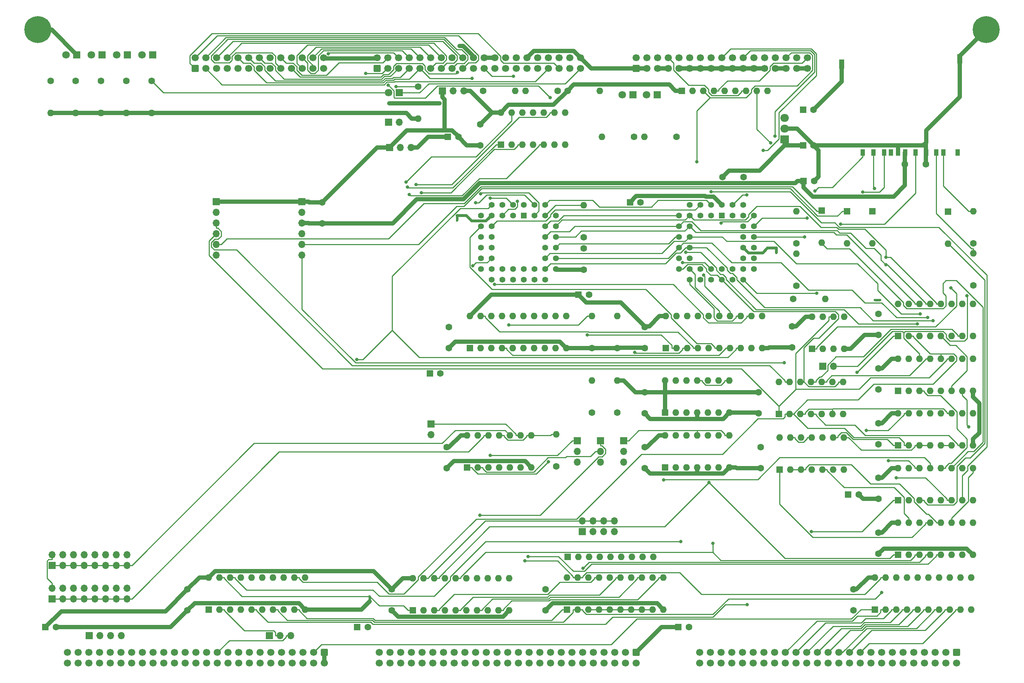
<source format=gbr>
%TF.GenerationSoftware,KiCad,Pcbnew,(6.0.11)*%
%TF.CreationDate,2024-01-14T19:16:42-05:00*%
%TF.ProjectId,input-output.Disk,696e7075-742d-46f7-9574-7075742e4469,rev?*%
%TF.SameCoordinates,Original*%
%TF.FileFunction,Copper,L1,Top*%
%TF.FilePolarity,Positive*%
%FSLAX46Y46*%
G04 Gerber Fmt 4.6, Leading zero omitted, Abs format (unit mm)*
G04 Created by KiCad (PCBNEW (6.0.11)) date 2024-01-14 19:16:42*
%MOMM*%
%LPD*%
G01*
G04 APERTURE LIST*
G04 Aperture macros list*
%AMRoundRect*
0 Rectangle with rounded corners*
0 $1 Rounding radius*
0 $2 $3 $4 $5 $6 $7 $8 $9 X,Y pos of 4 corners*
0 Add a 4 corners polygon primitive as box body*
4,1,4,$2,$3,$4,$5,$6,$7,$8,$9,$2,$3,0*
0 Add four circle primitives for the rounded corners*
1,1,$1+$1,$2,$3*
1,1,$1+$1,$4,$5*
1,1,$1+$1,$6,$7*
1,1,$1+$1,$8,$9*
0 Add four rect primitives between the rounded corners*
20,1,$1+$1,$2,$3,$4,$5,0*
20,1,$1+$1,$4,$5,$6,$7,0*
20,1,$1+$1,$6,$7,$8,$9,0*
20,1,$1+$1,$8,$9,$2,$3,0*%
G04 Aperture macros list end*
%TA.AperFunction,ComponentPad*%
%ADD10R,1.600000X1.600000*%
%TD*%
%TA.AperFunction,ComponentPad*%
%ADD11O,1.600000X1.600000*%
%TD*%
%TA.AperFunction,ComponentPad*%
%ADD12C,6.400000*%
%TD*%
%TA.AperFunction,ComponentPad*%
%ADD13RoundRect,0.250000X-0.600000X0.600000X-0.600000X-0.600000X0.600000X-0.600000X0.600000X0.600000X0*%
%TD*%
%TA.AperFunction,ComponentPad*%
%ADD14C,1.700000*%
%TD*%
%TA.AperFunction,ComponentPad*%
%ADD15C,0.600000*%
%TD*%
%TA.AperFunction,ComponentPad*%
%ADD16R,1.422400X1.422400*%
%TD*%
%TA.AperFunction,ComponentPad*%
%ADD17C,1.422400*%
%TD*%
%TA.AperFunction,ComponentPad*%
%ADD18R,2.000000X1.905000*%
%TD*%
%TA.AperFunction,ComponentPad*%
%ADD19O,2.000000X1.905000*%
%TD*%
%TA.AperFunction,ComponentPad*%
%ADD20C,1.600000*%
%TD*%
%TA.AperFunction,ComponentPad*%
%ADD21R,1.800000X1.800000*%
%TD*%
%TA.AperFunction,ComponentPad*%
%ADD22C,1.800000*%
%TD*%
%TA.AperFunction,SMDPad,CuDef*%
%ADD23R,1.000000X1.500000*%
%TD*%
%TA.AperFunction,SMDPad,CuDef*%
%ADD24R,1.200000X2.200000*%
%TD*%
%TA.AperFunction,ComponentPad*%
%ADD25R,1.700000X1.700000*%
%TD*%
%TA.AperFunction,ComponentPad*%
%ADD26O,1.700000X1.700000*%
%TD*%
%TA.AperFunction,ComponentPad*%
%ADD27RoundRect,0.250000X0.600000X-0.600000X0.600000X0.600000X-0.600000X0.600000X-0.600000X-0.600000X0*%
%TD*%
%TA.AperFunction,ViaPad*%
%ADD28C,0.800000*%
%TD*%
%TA.AperFunction,Conductor*%
%ADD29C,0.250000*%
%TD*%
%TA.AperFunction,Conductor*%
%ADD30C,1.000000*%
%TD*%
%TA.AperFunction,Conductor*%
%ADD31C,0.700000*%
%TD*%
G04 APERTURE END LIST*
%TO.C,NT1*%
G36*
X239850000Y-139550000D02*
G01*
X238650000Y-139550000D01*
X238650000Y-138950000D01*
X239850000Y-138950000D01*
X239850000Y-139550000D01*
G37*
%TO.C,NT3*%
G36*
X139800000Y-120350000D02*
G01*
X139200000Y-120350000D01*
X139200000Y-119150000D01*
X139800000Y-119150000D01*
X139800000Y-120350000D01*
G37*
%TO.C,NT2*%
G36*
X119050000Y-210850000D02*
G01*
X118450000Y-210850000D01*
X118450000Y-209650000D01*
X119050000Y-209650000D01*
X119050000Y-210850000D01*
G37*
%TO.C,NT4*%
G36*
X215550000Y-128100000D02*
G01*
X214950000Y-128100000D01*
X214950000Y-126900000D01*
X215550000Y-126900000D01*
X215550000Y-128100000D01*
G37*
%TD*%
D10*
%TO.P,D11,1,K*%
%TO.N,/WIZNET/~{RST}*%
X232000000Y-118190000D03*
D11*
%TO.P,D11,2,A*%
%TO.N,Net-(U27-Pad14)*%
X232000000Y-125810000D03*
%TD*%
%TO.P,D10,2,A*%
%TO.N,Net-(U27-Pad11)*%
X226000000Y-125620000D03*
D10*
%TO.P,D10,1,K*%
%TO.N,/WIZNET/~{CS0}*%
X226000000Y-118000000D03*
%TD*%
%TO.P,D9,1,K*%
%TO.N,/WIZNET/~{CS2}*%
X238000000Y-118190000D03*
D11*
%TO.P,D9,2,A*%
%TO.N,Net-(U27-Pad6)*%
X238000000Y-125810000D03*
%TD*%
D10*
%TO.P,D8,1,K*%
%TO.N,/WIZNET/~{CS1}*%
X256000000Y-118240000D03*
D11*
%TO.P,D8,2,A*%
%TO.N,Net-(U27-Pad3)*%
X256000000Y-125860000D03*
%TD*%
D12*
%TO.P,H2,1,1*%
%TO.N,GND*%
X265000000Y-75000000D03*
%TD*%
%TO.P,H1,1,1*%
%TO.N,GND*%
X40000000Y-75000000D03*
%TD*%
D13*
%TO.P,P2,1,Pin_1*%
%TO.N,VCC*%
X182000000Y-223000000D03*
D14*
%TO.P,P2,2,Pin_2*%
X182000000Y-225540000D03*
%TO.P,P2,3,Pin_3*%
%TO.N,/bus/A15*%
X179460000Y-223000000D03*
%TO.P,P2,4,Pin_4*%
%TO.N,/bus/A31*%
X179460000Y-225540000D03*
%TO.P,P2,5,Pin_5*%
%TO.N,/bus/A14*%
X176920000Y-223000000D03*
%TO.P,P2,6,Pin_6*%
%TO.N,/bus/A30*%
X176920000Y-225540000D03*
%TO.P,P2,7,Pin_7*%
%TO.N,/bus/A13*%
X174380000Y-223000000D03*
%TO.P,P2,8,Pin_8*%
%TO.N,/bus/A29*%
X174380000Y-225540000D03*
%TO.P,P2,9,Pin_9*%
%TO.N,/bus/A12*%
X171840000Y-223000000D03*
%TO.P,P2,10,Pin_10*%
%TO.N,/bus/A28*%
X171840000Y-225540000D03*
%TO.P,P2,11,Pin_11*%
%TO.N,/bus/A11*%
X169300000Y-223000000D03*
%TO.P,P2,12,Pin_12*%
%TO.N,/bus/A27*%
X169300000Y-225540000D03*
%TO.P,P2,13,Pin_13*%
%TO.N,/bus/A10*%
X166760000Y-223000000D03*
%TO.P,P2,14,Pin_14*%
%TO.N,/bus/A26*%
X166760000Y-225540000D03*
%TO.P,P2,15,Pin_15*%
%TO.N,/bus/A9*%
X164220000Y-223000000D03*
%TO.P,P2,16,Pin_16*%
%TO.N,/bus/A25*%
X164220000Y-225540000D03*
%TO.P,P2,17,Pin_17*%
%TO.N,/bus/A8*%
X161680000Y-223000000D03*
%TO.P,P2,18,Pin_18*%
%TO.N,/bus/A24*%
X161680000Y-225540000D03*
%TO.P,P2,19,Pin_19*%
%TO.N,+12V*%
X159140000Y-223000000D03*
%TO.P,P2,20,Pin_20*%
X159140000Y-225540000D03*
%TO.P,P2,21,Pin_21*%
%TO.N,A7*%
X156600000Y-223000000D03*
%TO.P,P2,22,Pin_22*%
%TO.N,/bus/A23*%
X156600000Y-225540000D03*
%TO.P,P2,23,Pin_23*%
%TO.N,A6*%
X154060000Y-223000000D03*
%TO.P,P2,24,Pin_24*%
%TO.N,/bus/A22*%
X154060000Y-225540000D03*
%TO.P,P2,25,Pin_25*%
%TO.N,A5*%
X151520000Y-223000000D03*
%TO.P,P2,26,Pin_26*%
%TO.N,/bus/A21*%
X151520000Y-225540000D03*
%TO.P,P2,27,Pin_27*%
%TO.N,A4*%
X148980000Y-223000000D03*
%TO.P,P2,28,Pin_28*%
%TO.N,/bus/A20*%
X148980000Y-225540000D03*
%TO.P,P2,29,Pin_29*%
%TO.N,A3*%
X146440000Y-223000000D03*
%TO.P,P2,30,Pin_30*%
%TO.N,/bus/A19*%
X146440000Y-225540000D03*
%TO.P,P2,31,Pin_31*%
%TO.N,A2*%
X143900000Y-223000000D03*
%TO.P,P2,32,Pin_32*%
%TO.N,/bus/A18*%
X143900000Y-225540000D03*
%TO.P,P2,33,Pin_33*%
%TO.N,A1*%
X141360000Y-223000000D03*
%TO.P,P2,34,Pin_34*%
%TO.N,/bus/A17*%
X141360000Y-225540000D03*
%TO.P,P2,35,Pin_35*%
%TO.N,A0*%
X138820000Y-223000000D03*
%TO.P,P2,36,Pin_36*%
%TO.N,/bus/A16*%
X138820000Y-225540000D03*
%TO.P,P2,37,Pin_37*%
%TO.N,-12V*%
X136280000Y-223000000D03*
%TO.P,P2,38,Pin_38*%
X136280000Y-225540000D03*
%TO.P,P2,39,Pin_39*%
%TO.N,/bus/IC3*%
X133740000Y-223000000D03*
%TO.P,P2,40,Pin_40*%
%TO.N,~{TEND1}*%
X133740000Y-225540000D03*
%TO.P,P2,41,Pin_41*%
%TO.N,/bus/IC2*%
X131200000Y-223000000D03*
%TO.P,P2,42,Pin_42*%
%TO.N,~{DREQ1}*%
X131200000Y-225540000D03*
%TO.P,P2,43,Pin_43*%
%TO.N,/bus/IC1*%
X128660000Y-223000000D03*
%TO.P,P2,44,Pin_44*%
%TO.N,~{TEND0}*%
X128660000Y-225540000D03*
%TO.P,P2,45,Pin_45*%
%TO.N,/bus/IC0*%
X126120000Y-223000000D03*
%TO.P,P2,46,Pin_46*%
%TO.N,~{DREQ0}*%
X126120000Y-225540000D03*
%TO.P,P2,47,Pin_47*%
%TO.N,/bus/AUXCLK1*%
X123580000Y-223000000D03*
%TO.P,P2,48,Pin_48*%
%TO.N,/bus/AUXCLK0*%
X123580000Y-225540000D03*
%TO.P,P2,49,Pin_49*%
%TO.N,GND*%
X121040000Y-223000000D03*
%TO.P,P2,50,Pin_50*%
X121040000Y-225540000D03*
%TD*%
D13*
%TO.P,P3,1,Pin_1*%
%TO.N,VCC*%
X258000000Y-223000000D03*
D14*
%TO.P,P3,2,Pin_2*%
X258000000Y-225540000D03*
%TO.P,P3,3,Pin_3*%
%TO.N,/bus/D15*%
X255460000Y-223000000D03*
%TO.P,P3,4,Pin_4*%
%TO.N,/bus/D31*%
X255460000Y-225540000D03*
%TO.P,P3,5,Pin_5*%
%TO.N,/bus/D14*%
X252920000Y-223000000D03*
%TO.P,P3,6,Pin_6*%
%TO.N,/bus/D30*%
X252920000Y-225540000D03*
%TO.P,P3,7,Pin_7*%
%TO.N,/bus/D13*%
X250380000Y-223000000D03*
%TO.P,P3,8,Pin_8*%
%TO.N,/bus/D29*%
X250380000Y-225540000D03*
%TO.P,P3,9,Pin_9*%
%TO.N,/bus/D12*%
X247840000Y-223000000D03*
%TO.P,P3,10,Pin_10*%
%TO.N,/bus/D28*%
X247840000Y-225540000D03*
%TO.P,P3,11,Pin_11*%
%TO.N,/bus/D11*%
X245300000Y-223000000D03*
%TO.P,P3,12,Pin_12*%
%TO.N,/bus/D27*%
X245300000Y-225540000D03*
%TO.P,P3,13,Pin_13*%
%TO.N,/bus/D10*%
X242760000Y-223000000D03*
%TO.P,P3,14,Pin_14*%
%TO.N,/bus/D26*%
X242760000Y-225540000D03*
%TO.P,P3,15,Pin_15*%
%TO.N,/bus/D9*%
X240220000Y-223000000D03*
%TO.P,P3,16,Pin_16*%
%TO.N,/bus/D25*%
X240220000Y-225540000D03*
%TO.P,P3,17,Pin_17*%
%TO.N,/bus/D8*%
X237680000Y-223000000D03*
%TO.P,P3,18,Pin_18*%
%TO.N,/bus/D24*%
X237680000Y-225540000D03*
%TO.P,P3,19,Pin_19*%
%TO.N,D7*%
X235140000Y-223000000D03*
%TO.P,P3,20,Pin_20*%
%TO.N,/bus/D23*%
X235140000Y-225540000D03*
%TO.P,P3,21,Pin_21*%
%TO.N,D6*%
X232600000Y-223000000D03*
%TO.P,P3,22,Pin_22*%
%TO.N,/bus/D22*%
X232600000Y-225540000D03*
%TO.P,P3,23,Pin_23*%
%TO.N,D5*%
X230060000Y-223000000D03*
%TO.P,P3,24,Pin_24*%
%TO.N,/bus/D21*%
X230060000Y-225540000D03*
%TO.P,P3,25,Pin_25*%
%TO.N,D4*%
X227520000Y-223000000D03*
%TO.P,P3,26,Pin_26*%
%TO.N,/bus/D20*%
X227520000Y-225540000D03*
%TO.P,P3,27,Pin_27*%
%TO.N,D3*%
X224980000Y-223000000D03*
%TO.P,P3,28,Pin_28*%
%TO.N,/bus/D19*%
X224980000Y-225540000D03*
%TO.P,P3,29,Pin_29*%
%TO.N,D2*%
X222440000Y-223000000D03*
%TO.P,P3,30,Pin_30*%
%TO.N,/bus/D18*%
X222440000Y-225540000D03*
%TO.P,P3,31,Pin_31*%
%TO.N,D1*%
X219900000Y-223000000D03*
%TO.P,P3,32,Pin_32*%
%TO.N,/bus/D17*%
X219900000Y-225540000D03*
%TO.P,P3,33,Pin_33*%
%TO.N,D0*%
X217360000Y-223000000D03*
%TO.P,P3,34,Pin_34*%
%TO.N,/bus/D16*%
X217360000Y-225540000D03*
%TO.P,P3,35,Pin_35*%
%TO.N,/bus/~{BUSERR}*%
X214820000Y-223000000D03*
%TO.P,P3,36,Pin_36*%
%TO.N,/bus/UDS*%
X214820000Y-225540000D03*
%TO.P,P3,37,Pin_37*%
%TO.N,/bus/~{VPA}*%
X212280000Y-223000000D03*
%TO.P,P3,38,Pin_38*%
%TO.N,/bus/LDS*%
X212280000Y-225540000D03*
%TO.P,P3,39,Pin_39*%
%TO.N,/bus/~{VMA}*%
X209740000Y-223000000D03*
%TO.P,P3,40,Pin_40*%
%TO.N,/bus/S2*%
X209740000Y-225540000D03*
%TO.P,P3,41,Pin_41*%
%TO.N,/bus/~{BHE}*%
X207200000Y-223000000D03*
%TO.P,P3,42,Pin_42*%
%TO.N,/bus/S1*%
X207200000Y-225540000D03*
%TO.P,P3,43,Pin_43*%
%TO.N,/bus/IPL2*%
X204660000Y-223000000D03*
%TO.P,P3,44,Pin_44*%
%TO.N,/bus/S0*%
X204660000Y-225540000D03*
%TO.P,P3,45,Pin_45*%
%TO.N,/bus/IPL1*%
X202120000Y-223000000D03*
%TO.P,P3,46,Pin_46*%
%TO.N,/bus/AUXCLK3*%
X202120000Y-225540000D03*
%TO.P,P3,47,Pin_47*%
%TO.N,/bus/IPL0*%
X199580000Y-223000000D03*
%TO.P,P3,48,Pin_48*%
%TO.N,/bus/AUXCLK2*%
X199580000Y-225540000D03*
%TO.P,P3,49,Pin_49*%
%TO.N,GND*%
X197040000Y-223000000D03*
%TO.P,P3,50,Pin_50*%
X197040000Y-225540000D03*
%TD*%
D13*
%TO.P,P1,1,Pin_1*%
%TO.N,VCC*%
X108000000Y-223000000D03*
D14*
%TO.P,P1,2,Pin_2*%
X108000000Y-225540000D03*
%TO.P,P1,3,Pin_3*%
%TO.N,~{RD}*%
X105460000Y-223000000D03*
%TO.P,P1,4,Pin_4*%
%TO.N,/bus/E*%
X105460000Y-225540000D03*
%TO.P,P1,5,Pin_5*%
%TO.N,~{WR}*%
X102920000Y-223000000D03*
%TO.P,P1,6,Pin_6*%
%TO.N,/bus/ST*%
X102920000Y-225540000D03*
%TO.P,P1,7,Pin_7*%
%TO.N,~{IORQ}*%
X100380000Y-223000000D03*
%TO.P,P1,8,Pin_8*%
%TO.N,/bus/PHI*%
X100380000Y-225540000D03*
%TO.P,P1,9,Pin_9*%
%TO.N,/bus/~{MREQ}*%
X97840000Y-223000000D03*
%TO.P,P1,10,Pin_10*%
%TO.N,/bus/~{INT2}*%
X97840000Y-225540000D03*
%TO.P,P1,11,Pin_11*%
%TO.N,~{M1}*%
X95300000Y-223000000D03*
%TO.P,P1,12,Pin_12*%
%TO.N,/bus/~{INT1}*%
X95300000Y-225540000D03*
%TO.P,P1,13,Pin_13*%
%TO.N,/bus/~{BUSACK}*%
X92760000Y-223000000D03*
%TO.P,P1,14,Pin_14*%
%TO.N,/bus/CRUCLK*%
X92760000Y-225540000D03*
%TO.P,P1,15,Pin_15*%
%TO.N,CLK*%
X90220000Y-223000000D03*
%TO.P,P1,16,Pin_16*%
%TO.N,/bus/CRUOUT*%
X90220000Y-225540000D03*
%TO.P,P1,17,Pin_17*%
%TO.N,/bus/~{INT0}*%
X87680000Y-223000000D03*
%TO.P,P1,18,Pin_18*%
%TO.N,/bus/CRUIN*%
X87680000Y-225540000D03*
%TO.P,P1,19,Pin_19*%
%TO.N,/bus/~{NMI}*%
X85140000Y-223000000D03*
%TO.P,P1,20,Pin_20*%
%TO.N,~{RES_IN}*%
X85140000Y-225540000D03*
%TO.P,P1,21,Pin_21*%
%TO.N,~{RES_OUT}*%
X82600000Y-223000000D03*
%TO.P,P1,22,Pin_22*%
%TO.N,/bus/USER8*%
X82600000Y-225540000D03*
%TO.P,P1,23,Pin_23*%
%TO.N,/bus/~{BUSRQ}*%
X80060000Y-223000000D03*
%TO.P,P1,24,Pin_24*%
%TO.N,/bus/USER7*%
X80060000Y-225540000D03*
%TO.P,P1,25,Pin_25*%
%TO.N,/bus/~{WAIT}*%
X77520000Y-223000000D03*
%TO.P,P1,26,Pin_26*%
%TO.N,/bus/USER6*%
X77520000Y-225540000D03*
%TO.P,P1,27,Pin_27*%
%TO.N,/bus/~{HALT}*%
X74980000Y-223000000D03*
%TO.P,P1,28,Pin_28*%
%TO.N,/bus/USER5*%
X74980000Y-225540000D03*
%TO.P,P1,29,Pin_29*%
%TO.N,/bus/~{RFSH}*%
X72440000Y-223000000D03*
%TO.P,P1,30,Pin_30*%
%TO.N,/bus/USER4*%
X72440000Y-225540000D03*
%TO.P,P1,31,Pin_31*%
%TO.N,~{EIRQ7}*%
X69900000Y-223000000D03*
%TO.P,P1,32,Pin_32*%
%TO.N,/bus/USER3*%
X69900000Y-225540000D03*
%TO.P,P1,33,Pin_33*%
%TO.N,~{EIRQ6}*%
X67360000Y-223000000D03*
%TO.P,P1,34,Pin_34*%
%TO.N,/bus/USER2*%
X67360000Y-225540000D03*
%TO.P,P1,35,Pin_35*%
%TO.N,~{EIRQ5}*%
X64820000Y-223000000D03*
%TO.P,P1,36,Pin_36*%
%TO.N,/bus/USER1*%
X64820000Y-225540000D03*
%TO.P,P1,37,Pin_37*%
%TO.N,~{EIRQ4}*%
X62280000Y-223000000D03*
%TO.P,P1,38,Pin_38*%
%TO.N,/bus/USER0*%
X62280000Y-225540000D03*
%TO.P,P1,39,Pin_39*%
%TO.N,~{EIRQ3}*%
X59740000Y-223000000D03*
%TO.P,P1,40,Pin_40*%
%TO.N,~{BAI}*%
X59740000Y-225540000D03*
%TO.P,P1,41,Pin_41*%
%TO.N,~{EIRQ2}*%
X57200000Y-223000000D03*
%TO.P,P1,42,Pin_42*%
%TO.N,~{BAO}*%
X57200000Y-225540000D03*
%TO.P,P1,43,Pin_43*%
%TO.N,~{EIRQ1}*%
X54660000Y-223000000D03*
%TO.P,P1,44,Pin_44*%
%TO.N,~{IEI}*%
X54660000Y-225540000D03*
%TO.P,P1,45,Pin_45*%
%TO.N,~{EIRQ0}*%
X52120000Y-223000000D03*
%TO.P,P1,46,Pin_46*%
%TO.N,~{IEO}*%
X52120000Y-225540000D03*
%TO.P,P1,47,Pin_47*%
%TO.N,/bus/I2C_SCL*%
X49580000Y-223000000D03*
%TO.P,P1,48,Pin_48*%
%TO.N,/bus/I2C_SDA*%
X49580000Y-225540000D03*
%TO.P,P1,49,Pin_49*%
%TO.N,GND*%
X47040000Y-223000000D03*
%TO.P,P1,50,Pin_50*%
X47040000Y-225540000D03*
%TD*%
D15*
%TO.P,NT1,1,1*%
%TO.N,VCC*%
X238650000Y-139250000D03*
%TO.P,NT1,2,2*%
%TO.N,ONE*%
X239850000Y-139250000D03*
%TD*%
D10*
%TO.P,RP1,1,common*%
%TO.N,VCC*%
X192825000Y-89500000D03*
D11*
%TO.P,RP1,2,R1*%
%TO.N,unconnected-(RP1-Pad2)*%
X195365000Y-89500000D03*
%TO.P,RP1,3,R2*%
%TO.N,/FDC/~{RDD}*%
X197905000Y-89500000D03*
%TO.P,RP1,4,R3*%
%TO.N,/FDC/~{DCHG}*%
X200445000Y-89500000D03*
%TO.P,RP1,5,R4*%
%TO.N,/FDC/~{WP}*%
X202985000Y-89500000D03*
%TO.P,RP1,6,R5*%
%TO.N,/FDC/~{TR00}*%
X205525000Y-89500000D03*
%TO.P,RP1,7,R6*%
%TO.N,/FDC/~{IDX}*%
X208065000Y-89500000D03*
%TO.P,RP1,8,R7*%
%TO.N,/FDC/PCVAL*%
X210605000Y-89500000D03*
%TO.P,RP1,9,R8*%
%TO.N,unconnected-(RP1-Pad9)*%
X213145000Y-89500000D03*
%TD*%
D16*
%TO.P,U8,1,/RD*%
%TO.N,~{bRD}*%
X202270000Y-119150000D03*
D17*
%TO.P,U8,2,/WR*%
%TO.N,~{bWR}*%
X199730000Y-116610000D03*
%TO.P,U8,3,/CS*%
%TO.N,~{MSR-DATA}*%
X199730000Y-119150000D03*
%TO.P,U8,4,A0*%
%TO.N,bA0*%
X197190000Y-116610000D03*
%TO.P,U8,5,/DACK*%
%TO.N,~{FDC-DACK}*%
X197190000Y-119150000D03*
%TO.P,U8,6,TC*%
%TO.N,FDC-TC*%
X194650000Y-116610000D03*
%TO.P,U8,7,DB0*%
%TO.N,bD0*%
X192110000Y-119150000D03*
%TO.P,U8,8,DB1*%
%TO.N,bD1*%
X194650000Y-119150000D03*
%TO.P,U8,9,DB2*%
%TO.N,bD2*%
X192110000Y-121690000D03*
%TO.P,U8,10,DB3*%
%TO.N,bD3*%
X194650000Y-121690000D03*
%TO.P,U8,11,DB4*%
%TO.N,bD4*%
X192110000Y-124230000D03*
%TO.P,U8,12,DB5*%
%TO.N,bD5*%
X194650000Y-124230000D03*
%TO.P,U8,13,DB6*%
%TO.N,bD6*%
X192110000Y-126770000D03*
%TO.P,U8,14,DB7*%
%TO.N,bD7*%
X194650000Y-126770000D03*
%TO.P,U8,15,DMA*%
%TO.N,/FDC/FDC_DMA*%
X192110000Y-129310000D03*
%TO.P,U8,16,IRQ*%
%TO.N,INT_FDC*%
X194650000Y-129310000D03*
%TO.P,U8,17,/DCHGEN*%
%TO.N,ZERO*%
X192110000Y-131850000D03*
%TO.P,U8,18,/LDOR*%
%TO.N,~{LDOR}*%
X194650000Y-134390000D03*
%TO.P,U8,19,/LDCR*%
%TO.N,~{LDCR}*%
X194650000Y-131850000D03*
%TO.P,U8,20,RST*%
%TO.N,FDC-RESET*%
X197190000Y-134390000D03*
%TO.P,U8,21,/RDD*%
%TO.N,/FDC/~{RDD}*%
X197190000Y-131850000D03*
%TO.P,U8,22,/XT2*%
%TO.N,unconnected-(U8-Pad22)*%
X199730000Y-134390000D03*
%TO.P,U8,23,XT2*%
%TO.N,Net-(P7-Pad2)*%
X199730000Y-131850000D03*
%TO.P,U8,24,DRV*%
%TO.N,ZERO*%
X202270000Y-134390000D03*
%TO.P,U8,25,/XT1*%
%TO.N,unconnected-(U8-Pad25)*%
X202270000Y-131850000D03*
%TO.P,U8,26,XT1*%
%TO.N,16MHZ-CLK*%
X204810000Y-134390000D03*
%TO.P,U8,27,PCVAL*%
%TO.N,/FDC/PCVAL*%
X204810000Y-131850000D03*
%TO.P,U8,28,/HS*%
%TO.N,/FDC/~{HS}*%
X207350000Y-134390000D03*
%TO.P,U8,29,/WE*%
%TO.N,/FDC/~{WE}*%
X209890000Y-131850000D03*
%TO.P,U8,30,/WD*%
%TO.N,/FDC/~{WD}*%
X207350000Y-131850000D03*
%TO.P,U8,31,/DIRC*%
%TO.N,/FDC/~{DIRC}*%
X209890000Y-129310000D03*
%TO.P,U8,32,/STEP*%
%TO.N,/FDC/~{STEP}*%
X207350000Y-129310000D03*
%TO.P,U8,33,/DS1*%
%TO.N,/FDC/~{DS1}*%
X209890000Y-126770000D03*
%TO.P,U8,34,GND*%
%TO.N,/FDC/GND_PLCC*%
X207350000Y-126770000D03*
%TO.P,U8,35,/DS2*%
%TO.N,/FDC/~{DS2}*%
X209890000Y-124230000D03*
%TO.P,U8,36,/MO1/DS3*%
%TO.N,/FDC/~{MO1}*%
X207350000Y-124230000D03*
%TO.P,U8,37,/MO2/DS4*%
%TO.N,/FDC/~{MO2}*%
X209890000Y-121690000D03*
%TO.P,U8,38,/HDL*%
%TO.N,unconnected-(U8-Pad38)*%
X207350000Y-121690000D03*
%TO.P,U8,39,/RWC/RPM*%
%TO.N,/FDC/~{RWC}*%
X209890000Y-119150000D03*
%TO.P,U8,40,/DCHG*%
%TO.N,/FDC/~{DCHG}*%
X207350000Y-116610000D03*
%TO.P,U8,41,/WP*%
%TO.N,/FDC/~{WP}*%
X207350000Y-119150000D03*
%TO.P,U8,42,/TR00*%
%TO.N,/FDC/~{TR00}*%
X204810000Y-116610000D03*
%TO.P,U8,43,/IDX*%
%TO.N,/FDC/~{IDX}*%
X204810000Y-119150000D03*
%TO.P,U8,44,VCC*%
%TO.N,VCC*%
X202270000Y-116610000D03*
%TD*%
D10*
%TO.P,U25,1,~{MR}*%
%TO.N,/WIZNET/~{CLR}*%
X244125000Y-173800000D03*
D11*
%TO.P,U25,2,CP*%
%TO.N,bCLK*%
X246665000Y-173800000D03*
%TO.P,U25,3,D0*%
%TO.N,/WIZNET/~{TR}*%
X249205000Y-173800000D03*
%TO.P,U25,4,D1*%
X251745000Y-173800000D03*
%TO.P,U25,5,D2*%
%TO.N,/WIZNET/QD*%
X254285000Y-173800000D03*
%TO.P,U25,6,D3*%
X256825000Y-173800000D03*
%TO.P,U25,7,CEP*%
%TO.N,/WIZNET/~{QD}*%
X259365000Y-173800000D03*
%TO.P,U25,8,GND*%
%TO.N,GND*%
X261905000Y-173800000D03*
%TO.P,U25,9,~{PE}*%
%TO.N,/WIZNET/~{QD}*%
X261905000Y-166180000D03*
%TO.P,U25,10,CET*%
%TO.N,ONE*%
X259365000Y-166180000D03*
%TO.P,U25,11,Q3*%
%TO.N,/WIZNET/QD*%
X256825000Y-166180000D03*
%TO.P,U25,12,Q2*%
%TO.N,unconnected-(U25-Pad12)*%
X254285000Y-166180000D03*
%TO.P,U25,13,Q1*%
%TO.N,unconnected-(U25-Pad13)*%
X251745000Y-166180000D03*
%TO.P,U25,14,Q0*%
%TO.N,unconnected-(U25-Pad14)*%
X249205000Y-166180000D03*
%TO.P,U25,15,TC*%
%TO.N,/WIZNET/RCO*%
X246665000Y-166180000D03*
%TO.P,U25,16,VCC*%
%TO.N,VCC*%
X244125000Y-166180000D03*
%TD*%
D18*
%TO.P,U20,1,VI*%
%TO.N,VCC*%
X217230000Y-101040000D03*
D19*
%TO.P,U20,2,GND*%
%TO.N,GND*%
X217230000Y-98500000D03*
%TO.P,U20,3,VO*%
%TO.N,VDD*%
X217230000Y-95960000D03*
%TD*%
D15*
%TO.P,NT3,1,1*%
%TO.N,GND*%
X139500000Y-120350000D03*
%TO.P,NT3,2,2*%
%TO.N,/PPIDE/GND_PLCC*%
X139500000Y-119150000D03*
%TD*%
D20*
%TO.P,R6,1*%
%TO.N,GND*%
X145690000Y-89500000D03*
D11*
%TO.P,R6,2*%
%TO.N,/PPIDE/CSEL*%
X153310000Y-89500000D03*
%TD*%
D10*
%TO.P,C22,1*%
%TO.N,VCC*%
X115794900Y-217000000D03*
D20*
%TO.P,C22,2*%
%TO.N,GND*%
X118294900Y-217000000D03*
%TD*%
%TO.P,C10,1*%
%TO.N,VCC*%
X137500000Y-145690000D03*
%TO.P,C10,2*%
%TO.N,GND*%
X137500000Y-150690000D03*
%TD*%
D21*
%TO.P,D1,1,K*%
%TO.N,GND*%
X49250000Y-80950000D03*
D22*
%TO.P,D1,2,A*%
%TO.N,Net-(D1-Pad2)*%
X46710000Y-80950000D03*
%TD*%
D23*
%TO.P,J12,1,CD/DAT3*%
%TO.N,/WIZNET/~{CS2}*%
X238280000Y-104150000D03*
%TO.P,J12,2,CMD*%
%TO.N,/WIZNET/MOSI*%
X240780000Y-104150000D03*
%TO.P,J12,3,VSS*%
%TO.N,GND*%
X244080000Y-104150000D03*
%TO.P,J12,4,VDD*%
%TO.N,VDD*%
X245780000Y-104150000D03*
%TO.P,J12,5,CLK*%
%TO.N,/WIZNET/SCK*%
X248280000Y-104150000D03*
%TO.P,J12,6,VSS*%
%TO.N,GND*%
X250780000Y-104150000D03*
%TO.P,J12,7,DAT0*%
%TO.N,/WIZNET/MISO*%
X253200000Y-104150000D03*
%TO.P,J12,8,DAT1*%
%TO.N,Net-(J12-Pad8)*%
X254900000Y-104150000D03*
%TO.P,J12,9,DAT2*%
%TO.N,Net-(J12-Pad9)*%
X235780000Y-104150000D03*
%TO.P,J12,10,CARD_DETECT*%
%TO.N,unconnected-(J12-Pad10)*%
X242430000Y-104150000D03*
%TO.P,J12,11,WRITE_PROTECT*%
%TO.N,unconnected-(J12-Pad11)*%
X258250000Y-104150000D03*
D24*
%TO.P,J12,12,SHELL1*%
%TO.N,GND*%
X230750000Y-83150000D03*
%TO.P,J12,13,SHELL2*%
X258750000Y-81950000D03*
%TD*%
D20*
%TO.P,C14,1*%
%TO.N,VCC*%
X160500000Y-208000000D03*
%TO.P,C14,2*%
%TO.N,GND*%
X160500000Y-213000000D03*
%TD*%
%TO.P,R29,1*%
%TO.N,VDD*%
X220000000Y-135810000D03*
D11*
%TO.P,R29,2*%
%TO.N,Net-(R29-Pad2)*%
X220000000Y-128190000D03*
%TD*%
D21*
%TO.P,D4,1,K*%
%TO.N,/GAL/~{CS_FDC_LED}*%
X55250000Y-80950000D03*
D22*
%TO.P,D4,2,A*%
%TO.N,Net-(D4-Pad2)*%
X52710000Y-80950000D03*
%TD*%
D10*
%TO.P,C20,1*%
%TO.N,VCC*%
X192000000Y-217000000D03*
D20*
%TO.P,C20,2*%
%TO.N,GND*%
X194500000Y-217000000D03*
%TD*%
D25*
%TO.P,U31,J1-1,GND*%
%TO.N,GND*%
X82340000Y-115900000D03*
D26*
%TO.P,U31,J1-2,GND*%
X82340000Y-118440000D03*
%TO.P,U31,J1-3,MOSI*%
%TO.N,/WIZNET/MOSI*%
X82340000Y-120980000D03*
%TO.P,U31,J1-4,SCLK*%
%TO.N,/WIZNET/SCK*%
X82340000Y-123520000D03*
%TO.P,U31,J1-5,~{SCN}*%
%TO.N,/WIZNET/~{CS0}*%
X82340000Y-126060000D03*
%TO.P,U31,J1-6,~{INT}*%
%TO.N,Net-(JP2-Pad2)*%
X82340000Y-128600000D03*
D25*
%TO.P,U31,J2-1,GND*%
%TO.N,GND*%
X102660000Y-115880000D03*
D26*
%TO.P,U31,J2-2,VDD*%
%TO.N,VDD*%
X102660000Y-118420000D03*
%TO.P,U31,J2-3,VDD*%
X102660000Y-120960000D03*
%TO.P,U31,J2-4,NC*%
%TO.N,unconnected-(U31-PadJ2-4)*%
X102660000Y-123500000D03*
%TO.P,U31,J2-5,~{RST}*%
%TO.N,/WIZNET/~{RST}*%
X102660000Y-126040000D03*
%TO.P,U31,J2-6,MISO*%
%TO.N,/WIZNET/MISO*%
X102660000Y-128580000D03*
%TD*%
D20*
%TO.P,C7,1*%
%TO.N,VCC*%
X239500000Y-168500000D03*
%TO.P,C7,2*%
%TO.N,GND*%
X239500000Y-173500000D03*
%TD*%
D10*
%TO.P,C27,1*%
%TO.N,VCC*%
X137294900Y-100500000D03*
D20*
%TO.P,C27,2*%
%TO.N,GND*%
X139794900Y-100500000D03*
%TD*%
D25*
%TO.P,P7,1,Pin_1*%
%TO.N,Net-(P7-Pad1)*%
X179000000Y-172665000D03*
D26*
%TO.P,P7,2,Pin_2*%
%TO.N,Net-(P7-Pad2)*%
X179000000Y-175205000D03*
%TO.P,P7,3,Pin_3*%
%TO.N,GND*%
X179000000Y-177745000D03*
%TD*%
D21*
%TO.P,D2,1,K*%
%TO.N,/PPIDE/~{ACTIVE}*%
X125750000Y-90000000D03*
D22*
%TO.P,D2,2,A*%
%TO.N,Net-(D2-Pad2)*%
X123210000Y-90000000D03*
%TD*%
D15*
%TO.P,NT2,1,1*%
%TO.N,GND*%
X118750000Y-210850000D03*
%TO.P,NT2,2,2*%
%TO.N,ZERO*%
X118750000Y-209650000D03*
%TD*%
D10*
%TO.P,U21,1,G*%
%TO.N,~{bIORQ}*%
X165575000Y-212800000D03*
D11*
%TO.P,U21,2,P0*%
%TO.N,~{bM1}*%
X168115000Y-212800000D03*
%TO.P,U21,3,R0*%
%TO.N,Net-(RN1-Pad9)*%
X170655000Y-212800000D03*
%TO.P,U21,4,P1*%
X173195000Y-212800000D03*
%TO.P,U21,5,R1*%
X175735000Y-212800000D03*
%TO.P,U21,6,P2*%
X178275000Y-212800000D03*
%TO.P,U21,7,R2*%
X180815000Y-212800000D03*
%TO.P,U21,8,P3*%
X183355000Y-212800000D03*
%TO.P,U21,9,R3*%
X185895000Y-212800000D03*
%TO.P,U21,10,GND*%
%TO.N,GND*%
X188435000Y-212800000D03*
%TO.P,U21,11,P4*%
%TO.N,bA4*%
X188435000Y-205180000D03*
%TO.P,U21,12,R4*%
%TO.N,Net-(RN1-Pad5)*%
X185895000Y-205180000D03*
%TO.P,U21,13,P5*%
%TO.N,bA5*%
X183355000Y-205180000D03*
%TO.P,U21,14,R5*%
%TO.N,Net-(RN1-Pad4)*%
X180815000Y-205180000D03*
%TO.P,U21,15,P6*%
%TO.N,bA6*%
X178275000Y-205180000D03*
%TO.P,U21,16,R6*%
%TO.N,Net-(RN1-Pad3)*%
X175735000Y-205180000D03*
%TO.P,U21,17,P7*%
%TO.N,bA7*%
X173195000Y-205180000D03*
%TO.P,U21,18,R7*%
%TO.N,Net-(RN1-Pad2)*%
X170655000Y-205180000D03*
%TO.P,U21,19,P=R*%
%TO.N,~{CS_DISK}*%
X168115000Y-205180000D03*
%TO.P,U21,20,VCC*%
%TO.N,VCC*%
X165575000Y-205180000D03*
%TD*%
D20*
%TO.P,R47,1*%
%TO.N,VCC*%
X163000000Y-178810000D03*
D11*
%TO.P,R47,2*%
%TO.N,Net-(R47-Pad2)*%
X163000000Y-171190000D03*
%TD*%
D20*
%TO.P,C18,1*%
%TO.N,VCC*%
X239500000Y-194500000D03*
%TO.P,C18,2*%
%TO.N,GND*%
X239500000Y-199500000D03*
%TD*%
%TO.P,C9,1*%
%TO.N,VCC*%
X211500000Y-174190000D03*
%TO.P,C9,2*%
%TO.N,GND*%
X211500000Y-179190000D03*
%TD*%
%TO.P,C15,1*%
%TO.N,VCC*%
X145000000Y-97500000D03*
%TO.P,C15,2*%
%TO.N,GND*%
X145000000Y-102500000D03*
%TD*%
D21*
%TO.P,D5,1,K*%
%TO.N,Net-(D5-Pad1)*%
X61250000Y-80950000D03*
D22*
%TO.P,D5,2,A*%
%TO.N,Net-(D5-Pad2)*%
X58710000Y-80950000D03*
%TD*%
D20*
%TO.P,R9,1*%
%TO.N,Net-(JP1-Pad1)*%
X130250000Y-88500000D03*
D11*
%TO.P,R9,2*%
%TO.N,VCC*%
X130250000Y-96120000D03*
%TD*%
D25*
%TO.P,J9,1,Pin_1*%
%TO.N,~{RES_IN}*%
X94975000Y-219000000D03*
D26*
%TO.P,J9,2,Pin_2*%
%TO.N,Net-(J9-Pad2)*%
X97515000Y-219000000D03*
%TO.P,J9,3,Pin_3*%
%TO.N,~{RES_OUT}*%
X100055000Y-219000000D03*
%TD*%
D27*
%TO.P,P6,1,Pin_1*%
%TO.N,/PPIDE/~{PC7}*%
X120500000Y-84197500D03*
D14*
%TO.P,P6,2,Pin_2*%
%TO.N,GND*%
X120500000Y-81657500D03*
%TO.P,P6,3,Pin_3*%
%TO.N,/PPIDE/PA7*%
X123040000Y-84197500D03*
%TO.P,P6,4,Pin_4*%
%TO.N,/PPIDE/PB0*%
X123040000Y-81657500D03*
%TO.P,P6,5,Pin_5*%
%TO.N,/PPIDE/PA6*%
X125580000Y-84197500D03*
%TO.P,P6,6,Pin_6*%
%TO.N,/PPIDE/PB1*%
X125580000Y-81657500D03*
%TO.P,P6,7,Pin_7*%
%TO.N,/PPIDE/PA5*%
X128120000Y-84197500D03*
%TO.P,P6,8,Pin_8*%
%TO.N,/PPIDE/PB2*%
X128120000Y-81657500D03*
%TO.P,P6,9,Pin_9*%
%TO.N,/PPIDE/PA4*%
X130660000Y-84197500D03*
%TO.P,P6,10,Pin_10*%
%TO.N,/PPIDE/PB3*%
X130660000Y-81657500D03*
%TO.P,P6,11,Pin_11*%
%TO.N,/PPIDE/PA3*%
X133200000Y-84197500D03*
%TO.P,P6,12,Pin_12*%
%TO.N,/PPIDE/PB4*%
X133200000Y-81657500D03*
%TO.P,P6,13,Pin_13*%
%TO.N,/PPIDE/PA2*%
X135740000Y-84197500D03*
%TO.P,P6,14,Pin_14*%
%TO.N,/PPIDE/PB5*%
X135740000Y-81657500D03*
%TO.P,P6,15,Pin_15*%
%TO.N,/PPIDE/PA1*%
X138280000Y-84197500D03*
%TO.P,P6,16,Pin_16*%
%TO.N,/PPIDE/PB6*%
X138280000Y-81657500D03*
%TO.P,P6,17,Pin_17*%
%TO.N,/PPIDE/PA0*%
X140820000Y-84197500D03*
%TO.P,P6,18,Pin_18*%
%TO.N,/PPIDE/PB7*%
X140820000Y-81657500D03*
%TO.P,P6,19,Pin_19*%
%TO.N,GND*%
X143360000Y-84197500D03*
%TO.P,P6,20,Pin_20*%
%TO.N,/PPIDE/VCC_IDE*%
X143360000Y-81657500D03*
%TO.P,P6,21,Pin_21*%
%TO.N,/PPIDE/DMARQ*%
X145900000Y-84197500D03*
%TO.P,P6,22,Pin_22*%
%TO.N,GND*%
X145900000Y-81657500D03*
%TO.P,P6,23,Pin_23*%
%TO.N,/PPIDE/~{PC5}*%
X148440000Y-84197500D03*
%TO.P,P6,24,Pin_24*%
%TO.N,GND*%
X148440000Y-81657500D03*
%TO.P,P6,25,Pin_25*%
%TO.N,/PPIDE/~{PC6}*%
X150980000Y-84197500D03*
%TO.P,P6,26,Pin_26*%
%TO.N,GND*%
X150980000Y-81657500D03*
%TO.P,P6,27,Pin_27*%
%TO.N,/PPIDE/IORDY*%
X153520000Y-84197500D03*
%TO.P,P6,28,Pin_28*%
%TO.N,/PPIDE/CSEL*%
X153520000Y-81657500D03*
%TO.P,P6,29,Pin_29*%
%TO.N,/PPIDE/~{DMACK}*%
X156060000Y-84197500D03*
%TO.P,P6,30,Pin_30*%
%TO.N,GND*%
X156060000Y-81657500D03*
%TO.P,P6,31,Pin_31*%
%TO.N,/PPIDE/INTRQ*%
X158600000Y-84197500D03*
%TO.P,P6,32,Pin_32*%
%TO.N,/PPIDE/~{IOCS16}*%
X158600000Y-81657500D03*
%TO.P,P6,33,Pin_33*%
%TO.N,/PPIDE/PC1*%
X161140000Y-84197500D03*
%TO.P,P6,34,Pin_34*%
%TO.N,/PPIDE/~{PDIAG}*%
X161140000Y-81657500D03*
%TO.P,P6,35,Pin_35*%
%TO.N,/PPIDE/PC0*%
X163680000Y-84197500D03*
%TO.P,P6,36,Pin_36*%
%TO.N,/PPIDE/PC2*%
X163680000Y-81657500D03*
%TO.P,P6,37,Pin_37*%
%TO.N,/PPIDE/~{PC3}*%
X166220000Y-84197500D03*
%TO.P,P6,38,Pin_38*%
%TO.N,/PPIDE/~{PC4}*%
X166220000Y-81657500D03*
%TO.P,P6,39,Pin_39*%
%TO.N,/PPIDE/~{ACTIVE}*%
X168760000Y-84197500D03*
%TO.P,P6,40,Pin_40*%
%TO.N,GND*%
X168760000Y-81657500D03*
%TD*%
D20*
%TO.P,R1,1*%
%TO.N,Net-(D1-Pad2)*%
X43000000Y-87190000D03*
D11*
%TO.P,R1,2*%
%TO.N,VCC*%
X43000000Y-94810000D03*
%TD*%
D25*
%TO.P,K2,1,Pin_1*%
%TO.N,GND*%
X135975000Y-89500000D03*
D26*
%TO.P,K2,2,Pin_2*%
%TO.N,/PPIDE/VCC_IDE*%
X138515000Y-89500000D03*
%TO.P,K2,3,Pin_3*%
%TO.N,VCC*%
X141055000Y-89500000D03*
%TD*%
D20*
%TO.P,R11,1*%
%TO.N,/FDC/RDY*%
X177500000Y-165990000D03*
D11*
%TO.P,R11,2*%
%TO.N,VCC*%
X177500000Y-158370000D03*
%TD*%
D20*
%TO.P,R10,1*%
%TO.N,GND*%
X171500000Y-150690000D03*
D11*
%TO.P,R10,2*%
%TO.N,INT_FDC*%
X171500000Y-143070000D03*
%TD*%
D15*
%TO.P,NT4,1,1*%
%TO.N,GND*%
X215250000Y-128100000D03*
%TO.P,NT4,2,2*%
%TO.N,/FDC/GND_PLCC*%
X215250000Y-126900000D03*
%TD*%
D10*
%TO.P,U14,1,A->B*%
%TO.N,~{RD}*%
X238575000Y-212800000D03*
D11*
%TO.P,U14,2,A0*%
%TO.N,D0*%
X241115000Y-212800000D03*
%TO.P,U14,3,A1*%
%TO.N,D1*%
X243655000Y-212800000D03*
%TO.P,U14,4,A2*%
%TO.N,D2*%
X246195000Y-212800000D03*
%TO.P,U14,5,A3*%
%TO.N,D3*%
X248735000Y-212800000D03*
%TO.P,U14,6,A4*%
%TO.N,D4*%
X251275000Y-212800000D03*
%TO.P,U14,7,A5*%
%TO.N,D5*%
X253815000Y-212800000D03*
%TO.P,U14,8,A6*%
%TO.N,D6*%
X256355000Y-212800000D03*
%TO.P,U14,9,A7*%
%TO.N,D7*%
X258895000Y-212800000D03*
%TO.P,U14,10,GND*%
%TO.N,GND*%
X261435000Y-212800000D03*
%TO.P,U14,11,B7*%
%TO.N,bD7*%
X261435000Y-205180000D03*
%TO.P,U14,12,B6*%
%TO.N,bD6*%
X258895000Y-205180000D03*
%TO.P,U14,13,B5*%
%TO.N,bD5*%
X256355000Y-205180000D03*
%TO.P,U14,14,B4*%
%TO.N,bD4*%
X253815000Y-205180000D03*
%TO.P,U14,15,B3*%
%TO.N,bD3*%
X251275000Y-205180000D03*
%TO.P,U14,16,B2*%
%TO.N,bD2*%
X248735000Y-205180000D03*
%TO.P,U14,17,B1*%
%TO.N,bD1*%
X246195000Y-205180000D03*
%TO.P,U14,18,B0*%
%TO.N,bD0*%
X243655000Y-205180000D03*
%TO.P,U14,19,CE*%
%TO.N,~{CS_DISK}*%
X241115000Y-205180000D03*
%TO.P,U14,20,VCC*%
%TO.N,VCC*%
X238575000Y-205180000D03*
%TD*%
D20*
%TO.P,R15,1*%
%TO.N,Net-(D4-Pad2)*%
X49000000Y-87190000D03*
D11*
%TO.P,R15,2*%
%TO.N,VCC*%
X49000000Y-94810000D03*
%TD*%
D25*
%TO.P,J13,1,Pin_1*%
%TO.N,Net-(J13-Pad1)*%
X43350000Y-202275000D03*
D26*
%TO.P,J13,2,Pin_2*%
%TO.N,~{EIRQ0}*%
X43350000Y-199735000D03*
%TO.P,J13,3,Pin_3*%
%TO.N,Net-(J13-Pad1)*%
X45890000Y-202275000D03*
%TO.P,J13,4,Pin_4*%
%TO.N,~{EIRQ1}*%
X45890000Y-199735000D03*
%TO.P,J13,5,Pin_5*%
%TO.N,Net-(J13-Pad1)*%
X48430000Y-202275000D03*
%TO.P,J13,6,Pin_6*%
%TO.N,~{EIRQ2}*%
X48430000Y-199735000D03*
%TO.P,J13,7,Pin_7*%
%TO.N,Net-(J13-Pad1)*%
X50970000Y-202275000D03*
%TO.P,J13,8,Pin_8*%
%TO.N,~{EIRQ3}*%
X50970000Y-199735000D03*
%TO.P,J13,9,Pin_9*%
%TO.N,Net-(J13-Pad1)*%
X53510000Y-202275000D03*
%TO.P,J13,10,Pin_10*%
%TO.N,~{EIRQ4}*%
X53510000Y-199735000D03*
%TO.P,J13,11,Pin_11*%
%TO.N,Net-(J13-Pad1)*%
X56050000Y-202275000D03*
%TO.P,J13,12,Pin_12*%
%TO.N,~{EIRQ5}*%
X56050000Y-199735000D03*
%TO.P,J13,13,Pin_13*%
%TO.N,Net-(J13-Pad1)*%
X58590000Y-202275000D03*
%TO.P,J13,14,Pin_14*%
%TO.N,~{EIRQ6}*%
X58590000Y-199735000D03*
%TO.P,J13,15,Pin_15*%
%TO.N,Net-(J13-Pad1)*%
X61130000Y-202275000D03*
%TO.P,J13,16,Pin_16*%
%TO.N,~{EIRQ7}*%
X61130000Y-199735000D03*
%TD*%
D10*
%TO.P,C23,1*%
%TO.N,VCC*%
X232294900Y-185500000D03*
D20*
%TO.P,C23,2*%
%TO.N,GND*%
X234794900Y-185500000D03*
%TD*%
D10*
%TO.P,U5,1*%
%TO.N,/PPIDE/PC3*%
X149875000Y-102300000D03*
D11*
%TO.P,U5,2*%
%TO.N,/PPIDE/~{PC3}*%
X152415000Y-102300000D03*
%TO.P,U5,3*%
%TO.N,/PPIDE/PC5*%
X154955000Y-102300000D03*
%TO.P,U5,4*%
%TO.N,/PPIDE/~{PC5}*%
X157495000Y-102300000D03*
%TO.P,U5,5*%
%TO.N,/PPIDE/PC4*%
X160035000Y-102300000D03*
%TO.P,U5,6*%
%TO.N,/PPIDE/~{PC4}*%
X162575000Y-102300000D03*
%TO.P,U5,7,GND*%
%TO.N,GND*%
X165115000Y-102300000D03*
%TO.P,U5,8*%
%TO.N,/PPIDE/~{PC7}*%
X165115000Y-94680000D03*
%TO.P,U5,9*%
%TO.N,/PPIDE/PC7*%
X162575000Y-94680000D03*
%TO.P,U5,10*%
%TO.N,Net-(U5-Pad10)*%
X160035000Y-94680000D03*
%TO.P,U5,11*%
%TO.N,~{bRESET}*%
X157495000Y-94680000D03*
%TO.P,U5,12*%
%TO.N,/PPIDE/~{PC6}*%
X154955000Y-94680000D03*
%TO.P,U5,13*%
%TO.N,/PPIDE/PC6*%
X152415000Y-94680000D03*
%TO.P,U5,14,VCC*%
%TO.N,VCC*%
X149875000Y-94680000D03*
%TD*%
D10*
%TO.P,C21,1*%
%TO.N,VCC*%
X41794900Y-217000000D03*
D20*
%TO.P,C21,2*%
%TO.N,GND*%
X44294900Y-217000000D03*
%TD*%
%TO.P,C12,1*%
%TO.N,VCC*%
X124000000Y-208000000D03*
%TO.P,C12,2*%
%TO.N,GND*%
X124000000Y-213000000D03*
%TD*%
D10*
%TO.P,U10,1,I1/CLK*%
%TO.N,unconnected-(U10-Pad1)*%
X189000000Y-150690000D03*
D11*
%TO.P,U10,2,I2*%
%TO.N,~{bRESET}*%
X191540000Y-150690000D03*
%TO.P,U10,3,I3*%
%TO.N,~{PULSE}*%
X194080000Y-150690000D03*
%TO.P,U10,4,I4*%
%TO.N,~{CS_FDC}*%
X196620000Y-150690000D03*
%TO.P,U10,5,I5*%
%TO.N,bA0*%
X199160000Y-150690000D03*
%TO.P,U10,6,I6*%
%TO.N,bA1*%
X201700000Y-150690000D03*
%TO.P,U10,7,I7*%
%TO.N,bA2*%
X204240000Y-150690000D03*
%TO.P,U10,8,I8*%
%TO.N,~{bRD}*%
X206780000Y-150690000D03*
%TO.P,U10,9,I9*%
%TO.N,~{bWR}*%
X209320000Y-150690000D03*
%TO.P,U10,10,GND*%
%TO.N,GND*%
X211860000Y-150690000D03*
%TO.P,U10,11,I10/~{OE}*%
%TO.N,unconnected-(U10-Pad11)*%
X211860000Y-143070000D03*
%TO.P,U10,12,IO8*%
%TO.N,/GAL/~{CS_FDC_LED}*%
X209320000Y-143070000D03*
%TO.P,U10,13,IO7*%
%TO.N,~{LDOR}*%
X206780000Y-143070000D03*
%TO.P,U10,14,IO6*%
%TO.N,~{FDC-DACK}*%
X204240000Y-143070000D03*
%TO.P,U10,15,IO5*%
%TO.N,~{LDCR}*%
X201700000Y-143070000D03*
%TO.P,U10,16,IO4*%
%TO.N,unconnected-(U10-Pad16)*%
X199160000Y-143070000D03*
%TO.P,U10,17,I03*%
%TO.N,~{MSR-DATA}*%
X196620000Y-143070000D03*
%TO.P,U10,18,IO2*%
%TO.N,FDC-TC*%
X194080000Y-143070000D03*
%TO.P,U10,19,IO1*%
%TO.N,FDC-RESET*%
X191540000Y-143070000D03*
%TO.P,U10,20,VCC*%
%TO.N,VCC*%
X189000000Y-143070000D03*
%TD*%
D27*
%TO.P,P5,1,Pin_1*%
%TO.N,/PPIDE/PC0*%
X77285000Y-84197500D03*
D14*
%TO.P,P5,2,Pin_2*%
%TO.N,/PPIDE/PA0*%
X77285000Y-81657500D03*
%TO.P,P5,3,Pin_3*%
%TO.N,/PPIDE/PC1*%
X79825000Y-84197500D03*
%TO.P,P5,4,Pin_4*%
%TO.N,/PPIDE/PA1*%
X79825000Y-81657500D03*
%TO.P,P5,5,Pin_5*%
%TO.N,/PPIDE/PC2*%
X82365000Y-84197500D03*
%TO.P,P5,6,Pin_6*%
%TO.N,/PPIDE/PA2*%
X82365000Y-81657500D03*
%TO.P,P5,7,Pin_7*%
%TO.N,/PPIDE/PC3*%
X84905000Y-84197500D03*
%TO.P,P5,8,Pin_8*%
%TO.N,/PPIDE/PA3*%
X84905000Y-81657500D03*
%TO.P,P5,9,Pin_9*%
%TO.N,/PPIDE/PC4*%
X87445000Y-84197500D03*
%TO.P,P5,10,Pin_10*%
%TO.N,/PPIDE/PA4*%
X87445000Y-81657500D03*
%TO.P,P5,11,Pin_11*%
%TO.N,/PPIDE/PC5*%
X89985000Y-84197500D03*
%TO.P,P5,12,Pin_12*%
%TO.N,/PPIDE/PA5*%
X89985000Y-81657500D03*
%TO.P,P5,13,Pin_13*%
%TO.N,/PPIDE/PC6*%
X92525000Y-84197500D03*
%TO.P,P5,14,Pin_14*%
%TO.N,/PPIDE/PA6*%
X92525000Y-81657500D03*
%TO.P,P5,15,Pin_15*%
%TO.N,/PPIDE/PC7*%
X95065000Y-84197500D03*
%TO.P,P5,16,Pin_16*%
%TO.N,/PPIDE/PA7*%
X95065000Y-81657500D03*
%TO.P,P5,17,Pin_17*%
%TO.N,/PPIDE/PB7*%
X97605000Y-84197500D03*
%TO.P,P5,18,Pin_18*%
%TO.N,/PPIDE/PB0*%
X97605000Y-81657500D03*
%TO.P,P5,19,Pin_19*%
%TO.N,/PPIDE/PB6*%
X100145000Y-84197500D03*
%TO.P,P5,20,Pin_20*%
%TO.N,/PPIDE/PB1*%
X100145000Y-81657500D03*
%TO.P,P5,21,Pin_21*%
%TO.N,/PPIDE/PB5*%
X102685000Y-84197500D03*
%TO.P,P5,22,Pin_22*%
%TO.N,/PPIDE/PB2*%
X102685000Y-81657500D03*
%TO.P,P5,23,Pin_23*%
%TO.N,/PPIDE/PB4*%
X105225000Y-84197500D03*
%TO.P,P5,24,Pin_24*%
%TO.N,/PPIDE/PB3*%
X105225000Y-81657500D03*
%TO.P,P5,25,Pin_25*%
%TO.N,/PPIDE/VCC_PP*%
X107765000Y-84197500D03*
%TO.P,P5,26,Pin_26*%
%TO.N,GND*%
X107765000Y-81657500D03*
%TD*%
D20*
%TO.P,R32,1*%
%TO.N,VDD*%
X262000000Y-135750000D03*
D11*
%TO.P,R32,2*%
%TO.N,/WIZNET/MISO*%
X262000000Y-128130000D03*
%TD*%
D20*
%TO.P,R7,1*%
%TO.N,GND*%
X163310000Y-89500000D03*
D11*
%TO.P,R7,2*%
%TO.N,/PPIDE/DMARQ*%
X155690000Y-89500000D03*
%TD*%
D20*
%TO.P,C19,1*%
%TO.N,VCC*%
X169500000Y-132000000D03*
%TO.P,C19,2*%
%TO.N,GND*%
X169500000Y-127000000D03*
%TD*%
D25*
%TO.P,P8,1,Pin_1*%
%TO.N,~{TEND0}*%
X168000000Y-172665000D03*
D26*
%TO.P,P8,2,Pin_2*%
%TO.N,~{PULSE}*%
X168000000Y-175205000D03*
%TO.P,P8,3,Pin_3*%
%TO.N,~{TEND1}*%
X168000000Y-177745000D03*
%TD*%
D20*
%TO.P,R16,1*%
%TO.N,Net-(D5-Pad2)*%
X55000000Y-87190000D03*
D11*
%TO.P,R16,2*%
%TO.N,VCC*%
X55000000Y-94810000D03*
%TD*%
D10*
%TO.P,C24,1*%
%TO.N,VCC*%
X133000000Y-156690000D03*
D20*
%TO.P,C24,2*%
%TO.N,GND*%
X135500000Y-156690000D03*
%TD*%
D25*
%TO.P,P4,1,Pin_1*%
%TO.N,~{IEO}*%
X52200000Y-219000000D03*
D26*
%TO.P,P4,2,Pin_2*%
%TO.N,~{IEI}*%
X54740000Y-219000000D03*
%TO.P,P4,3,Pin_3*%
%TO.N,~{BAO}*%
X57280000Y-219000000D03*
%TO.P,P4,4,Pin_4*%
%TO.N,~{BAI}*%
X59820000Y-219000000D03*
%TD*%
D20*
%TO.P,C30,1*%
%TO.N,VCC*%
X239500000Y-142500000D03*
%TO.P,C30,2*%
%TO.N,GND*%
X239500000Y-147500000D03*
%TD*%
D25*
%TO.P,P9,1,Pin_1*%
%TO.N,~{DREQ0}*%
X173500000Y-172665000D03*
D26*
%TO.P,P9,2,Pin_2*%
%TO.N,/FDC/RDY*%
X173500000Y-175205000D03*
%TO.P,P9,3,Pin_3*%
%TO.N,~{DREQ1}*%
X173500000Y-177745000D03*
%TD*%
D20*
%TO.P,R42,1*%
%TO.N,VDD*%
X262000000Y-125750000D03*
D11*
%TO.P,R42,2*%
%TO.N,Net-(J12-Pad8)*%
X262000000Y-118130000D03*
%TD*%
D27*
%TO.P,P10,1,Pin_1*%
%TO.N,GND*%
X182000000Y-84197500D03*
D14*
%TO.P,P10,2,Pin_2*%
%TO.N,/FDC/~{RWC}*%
X182000000Y-81657500D03*
%TO.P,P10,3,Pin_3*%
%TO.N,GND*%
X184540000Y-84197500D03*
%TO.P,P10,4,Pin_4*%
%TO.N,unconnected-(P10-Pad4)*%
X184540000Y-81657500D03*
%TO.P,P10,5,Pin_5*%
%TO.N,GND*%
X187080000Y-84197500D03*
%TO.P,P10,6,Pin_6*%
%TO.N,unconnected-(P10-Pad6)*%
X187080000Y-81657500D03*
%TO.P,P10,7,Pin_7*%
%TO.N,GND*%
X189620000Y-84197500D03*
%TO.P,P10,8,Pin_8*%
%TO.N,/FDC/~{IDX}*%
X189620000Y-81657500D03*
%TO.P,P10,9,Pin_9*%
%TO.N,GND*%
X192160000Y-84197500D03*
%TO.P,P10,10,Pin_10*%
%TO.N,/FDC/~{MO1}*%
X192160000Y-81657500D03*
%TO.P,P10,11,Pin_11*%
%TO.N,GND*%
X194700000Y-84197500D03*
%TO.P,P10,12,Pin_12*%
%TO.N,/FDC/~{DS2}*%
X194700000Y-81657500D03*
%TO.P,P10,13,Pin_13*%
%TO.N,GND*%
X197240000Y-84197500D03*
%TO.P,P10,14,Pin_14*%
%TO.N,/FDC/~{DS1}*%
X197240000Y-81657500D03*
%TO.P,P10,15,Pin_15*%
%TO.N,GND*%
X199780000Y-84197500D03*
%TO.P,P10,16,Pin_16*%
%TO.N,/FDC/~{MO2}*%
X199780000Y-81657500D03*
%TO.P,P10,17,Pin_17*%
%TO.N,GND*%
X202320000Y-84197500D03*
%TO.P,P10,18,Pin_18*%
%TO.N,/FDC/~{DIRC}*%
X202320000Y-81657500D03*
%TO.P,P10,19,Pin_19*%
%TO.N,GND*%
X204860000Y-84197500D03*
%TO.P,P10,20,Pin_20*%
%TO.N,/FDC/~{STEP}*%
X204860000Y-81657500D03*
%TO.P,P10,21,Pin_21*%
%TO.N,GND*%
X207400000Y-84197500D03*
%TO.P,P10,22,Pin_22*%
%TO.N,/FDC/~{WD}*%
X207400000Y-81657500D03*
%TO.P,P10,23,Pin_23*%
%TO.N,GND*%
X209940000Y-84197500D03*
%TO.P,P10,24,Pin_24*%
%TO.N,/FDC/~{WE}*%
X209940000Y-81657500D03*
%TO.P,P10,25,Pin_25*%
%TO.N,GND*%
X212480000Y-84197500D03*
%TO.P,P10,26,Pin_26*%
%TO.N,/FDC/~{TR00}*%
X212480000Y-81657500D03*
%TO.P,P10,27,Pin_27*%
%TO.N,GND*%
X215020000Y-84197500D03*
%TO.P,P10,28,Pin_28*%
%TO.N,/FDC/~{WP}*%
X215020000Y-81657500D03*
%TO.P,P10,29,Pin_29*%
%TO.N,GND*%
X217560000Y-84197500D03*
%TO.P,P10,30,Pin_30*%
%TO.N,/FDC/~{RDD}*%
X217560000Y-81657500D03*
%TO.P,P10,31,Pin_31*%
%TO.N,GND*%
X220100000Y-84197500D03*
%TO.P,P10,32,Pin_32*%
%TO.N,/FDC/~{HS}*%
X220100000Y-81657500D03*
%TO.P,P10,33,Pin_33*%
%TO.N,GND*%
X222640000Y-84197500D03*
%TO.P,P10,34,Pin_34*%
%TO.N,/FDC/~{DCHG}*%
X222640000Y-81657500D03*
%TD*%
D25*
%TO.P,SW1,1,Pin_1*%
%TO.N,Net-(RN1-Pad2)*%
X169200000Y-194275000D03*
D26*
%TO.P,SW1,2,Pin_2*%
%TO.N,ZERO*%
X169200000Y-191735000D03*
%TO.P,SW1,3,Pin_3*%
%TO.N,Net-(RN1-Pad3)*%
X171740000Y-194275000D03*
%TO.P,SW1,4,Pin_4*%
%TO.N,ZERO*%
X171740000Y-191735000D03*
%TO.P,SW1,5,Pin_5*%
%TO.N,Net-(RN1-Pad4)*%
X174280000Y-194275000D03*
%TO.P,SW1,6,Pin_6*%
%TO.N,ZERO*%
X174280000Y-191735000D03*
%TO.P,SW1,7,Pin_7*%
%TO.N,Net-(RN1-Pad5)*%
X176820000Y-194275000D03*
%TO.P,SW1,8,Pin_8*%
%TO.N,ZERO*%
X176820000Y-191735000D03*
%TD*%
D21*
%TO.P,D3,1,K*%
%TO.N,Net-(D3-Pad1)*%
X67250000Y-80950000D03*
D22*
%TO.P,D3,2,A*%
%TO.N,Net-(D3-Pad2)*%
X64710000Y-80950000D03*
%TD*%
D20*
%TO.P,R5,1*%
%TO.N,GND*%
X169500000Y-124310000D03*
D11*
%TO.P,R5,2*%
%TO.N,/PPIDE/PA7*%
X169500000Y-116690000D03*
%TD*%
D20*
%TO.P,R30,1*%
%TO.N,Net-(R30-Pad1)*%
X191560000Y-100500000D03*
D11*
%TO.P,R30,2*%
%TO.N,Net-(D6-Pad2)*%
X183940000Y-100500000D03*
%TD*%
D10*
%TO.P,C25,1*%
%TO.N,VCC*%
X168294900Y-138000000D03*
D20*
%TO.P,C25,2*%
%TO.N,GND*%
X170794900Y-138000000D03*
%TD*%
D10*
%TO.P,U29,1,~{PL}*%
%TO.N,/WIZNET/~{SD_WRTR}*%
X244125000Y-147800000D03*
D11*
%TO.P,U29,2,CP*%
%TO.N,bCLK*%
X246665000Y-147800000D03*
%TO.P,U29,3,D4*%
%TO.N,bD4*%
X249205000Y-147800000D03*
%TO.P,U29,4,D5*%
%TO.N,bD5*%
X251745000Y-147800000D03*
%TO.P,U29,5,D6*%
%TO.N,bD6*%
X254285000Y-147800000D03*
%TO.P,U29,6,D7*%
%TO.N,bD7*%
X256825000Y-147800000D03*
%TO.P,U29,7,~{Q7}*%
%TO.N,/WIZNET/~{MOSI}*%
X259365000Y-147800000D03*
%TO.P,U29,8,GND*%
%TO.N,GND*%
X261905000Y-147800000D03*
%TO.P,U29,9,Q7*%
%TO.N,unconnected-(U29-Pad9)*%
X261905000Y-140180000D03*
%TO.P,U29,10,DS*%
%TO.N,ONE*%
X259365000Y-140180000D03*
%TO.P,U29,11,D0*%
%TO.N,bD0*%
X256825000Y-140180000D03*
%TO.P,U29,12,D1*%
%TO.N,bD1*%
X254285000Y-140180000D03*
%TO.P,U29,13,D2*%
%TO.N,bD2*%
X251745000Y-140180000D03*
%TO.P,U29,14,D3*%
%TO.N,bD3*%
X249205000Y-140180000D03*
%TO.P,U29,15,~{CE}*%
%TO.N,/WIZNET/QD*%
X246665000Y-140180000D03*
%TO.P,U29,16,VCC*%
%TO.N,VCC*%
X244125000Y-140180000D03*
%TD*%
D20*
%TO.P,C13,1*%
%TO.N,VCC*%
X202500000Y-110000000D03*
%TO.P,C13,2*%
%TO.N,GND*%
X207500000Y-110000000D03*
%TD*%
D10*
%TO.P,C29,1*%
%TO.N,VCC*%
X221584700Y-102500000D03*
D20*
%TO.P,C29,2*%
%TO.N,GND*%
X224084700Y-102500000D03*
%TD*%
D10*
%TO.P,U23,1*%
%TO.N,/WIZNET/~{SD_RDNTR}*%
X216000000Y-179500000D03*
D11*
%TO.P,U23,2*%
%TO.N,/WIZNET/~{SD_RDTR}*%
X218540000Y-179500000D03*
%TO.P,U23,3*%
X221080000Y-179500000D03*
%TO.P,U23,4*%
%TO.N,/WIZNET/RCO*%
X223620000Y-179500000D03*
%TO.P,U23,5*%
%TO.N,/WIZNET/~{SD_WRTR}*%
X226160000Y-179500000D03*
%TO.P,U23,6*%
%TO.N,/WIZNET/~{CLR}*%
X228700000Y-179500000D03*
%TO.P,U23,7,GND*%
%TO.N,GND*%
X231240000Y-179500000D03*
%TO.P,U23,8*%
%TO.N,/WIZNET/~{TR}*%
X231240000Y-171880000D03*
%TO.P,U23,9*%
%TO.N,/WIZNET/~{CLR}*%
X228700000Y-171880000D03*
%TO.P,U23,10*%
%TO.N,/WIZNET/~{SD_WRTR}*%
X226160000Y-171880000D03*
%TO.P,U23,11*%
%TO.N,/WIZNET/~{SD_RDTR}*%
X223620000Y-171880000D03*
%TO.P,U23,12*%
%TO.N,Net-(U23-Pad12)*%
X221080000Y-171880000D03*
%TO.P,U23,13*%
%TO.N,/WIZNET/~{SD_RDTR}*%
X218540000Y-171880000D03*
%TO.P,U23,14,VCC*%
%TO.N,VCC*%
X216000000Y-171880000D03*
%TD*%
D20*
%TO.P,R48,1*%
%TO.N,VDD*%
X219190000Y-139000000D03*
D11*
%TO.P,R48,2*%
%TO.N,Net-(R48-Pad2)*%
X226810000Y-139000000D03*
%TD*%
D20*
%TO.P,C3,1*%
%TO.N,VCC*%
X211000000Y-161190000D03*
%TO.P,C3,2*%
%TO.N,GND*%
X211000000Y-166190000D03*
%TD*%
%TO.P,C35,1*%
%TO.N,VDD*%
X219000000Y-145500000D03*
%TO.P,C35,2*%
%TO.N,GND*%
X219000000Y-150500000D03*
%TD*%
%TO.P,C17,1*%
%TO.N,VCC*%
X75500000Y-208000000D03*
%TO.P,C17,2*%
%TO.N,GND*%
X75500000Y-213000000D03*
%TD*%
%TO.P,R8,1*%
%TO.N,Net-(D2-Pad2)*%
X67000000Y-87190000D03*
D11*
%TO.P,R8,2*%
%TO.N,VCC*%
X67000000Y-94810000D03*
%TD*%
D10*
%TO.P,C26,1*%
%TO.N,VCC*%
X180500000Y-116000000D03*
D20*
%TO.P,C26,2*%
%TO.N,GND*%
X183000000Y-116000000D03*
%TD*%
D10*
%TO.P,U13,1,OEa*%
%TO.N,ZERO*%
X129000000Y-213000000D03*
D11*
%TO.P,U13,2,I0a*%
%TO.N,A0*%
X131540000Y-213000000D03*
%TO.P,U13,3,O3b*%
%TO.N,bA7*%
X134080000Y-213000000D03*
%TO.P,U13,4,I1a*%
%TO.N,A1*%
X136620000Y-213000000D03*
%TO.P,U13,5,O2b*%
%TO.N,bA6*%
X139160000Y-213000000D03*
%TO.P,U13,6,I2a*%
%TO.N,A2*%
X141700000Y-213000000D03*
%TO.P,U13,7,O1b*%
%TO.N,bA5*%
X144240000Y-213000000D03*
%TO.P,U13,8,I3a*%
%TO.N,A3*%
X146780000Y-213000000D03*
%TO.P,U13,9,O0b*%
%TO.N,bA4*%
X149320000Y-213000000D03*
%TO.P,U13,10,GND*%
%TO.N,GND*%
X151860000Y-213000000D03*
%TO.P,U13,11,I0b*%
%TO.N,A4*%
X151860000Y-205380000D03*
%TO.P,U13,12,O3a*%
%TO.N,bA3*%
X149320000Y-205380000D03*
%TO.P,U13,13,I1b*%
%TO.N,A5*%
X146780000Y-205380000D03*
%TO.P,U13,14,O2a*%
%TO.N,bA2*%
X144240000Y-205380000D03*
%TO.P,U13,15,I2b*%
%TO.N,A6*%
X141700000Y-205380000D03*
%TO.P,U13,16,O1a*%
%TO.N,bA1*%
X139160000Y-205380000D03*
%TO.P,U13,17,I3b*%
%TO.N,A7*%
X136620000Y-205380000D03*
%TO.P,U13,18,O0a*%
%TO.N,bA0*%
X134080000Y-205380000D03*
%TO.P,U13,19,OEb*%
%TO.N,ZERO*%
X131540000Y-205380000D03*
%TO.P,U13,20,VCC*%
%TO.N,VCC*%
X129000000Y-205380000D03*
%TD*%
D10*
%TO.P,U9,1,Pin_1*%
%TO.N,VCC*%
X188875000Y-178990000D03*
D11*
%TO.P,U9,2,Pin_2*%
%TO.N,unconnected-(U9-Pad2)*%
X191415000Y-178990000D03*
%TO.P,U9,3,Pin_3*%
%TO.N,unconnected-(U9-Pad3)*%
X193955000Y-178990000D03*
%TO.P,U9,4,Pin_4*%
%TO.N,GND*%
X196495000Y-178990000D03*
%TO.P,U9,5,Pin_5*%
%TO.N,unconnected-(U9-Pad5)*%
X199035000Y-178990000D03*
%TO.P,U9,6,Pin_6*%
%TO.N,unconnected-(U9-Pad6)*%
X201575000Y-178990000D03*
%TO.P,U9,7,Pin_7*%
%TO.N,GND*%
X204115000Y-178990000D03*
%TO.P,U9,8,Pin_8*%
%TO.N,Net-(P7-Pad1)*%
X204115000Y-171370000D03*
%TO.P,U9,9,Pin_9*%
%TO.N,unconnected-(U9-Pad9)*%
X201575000Y-171370000D03*
%TO.P,U9,10,Pin_10*%
%TO.N,unconnected-(U9-Pad10)*%
X199035000Y-171370000D03*
%TO.P,U9,11,Pin_11*%
%TO.N,Net-(P7-Pad1)*%
X196495000Y-171370000D03*
%TO.P,U9,12,Pin_12*%
%TO.N,unconnected-(U9-Pad12)*%
X193955000Y-171370000D03*
%TO.P,U9,13,Pin_13*%
%TO.N,unconnected-(U9-Pad13)*%
X191415000Y-171370000D03*
%TO.P,U9,14,Pin_14*%
%TO.N,VCC*%
X188875000Y-171370000D03*
%TD*%
D10*
%TO.P,U30,1,~{CS}*%
%TO.N,/WIZNET/~{CS1}*%
X223700000Y-150800000D03*
D11*
%TO.P,U30,2,MISO*%
%TO.N,Net-(JP3-Pad1)*%
X226240000Y-150800000D03*
%TO.P,U30,3,~{WP}*%
%TO.N,Net-(R48-Pad2)*%
X228780000Y-150800000D03*
%TO.P,U30,4,GND*%
%TO.N,GND*%
X231320000Y-150800000D03*
%TO.P,U30,5,MOSI*%
%TO.N,/WIZNET/MOSI*%
X231320000Y-143180000D03*
%TO.P,U30,6,SCK*%
%TO.N,/WIZNET/SCK*%
X228780000Y-143180000D03*
%TO.P,U30,7,~{HOLD}*%
%TO.N,Net-(R29-Pad2)*%
X226240000Y-143180000D03*
%TO.P,U30,8,VCC*%
%TO.N,VDD*%
X223700000Y-143180000D03*
%TD*%
D16*
%TO.P,U6,1,NC*%
%TO.N,unconnected-(U6-Pad1)*%
X155270000Y-119150000D03*
D17*
%TO.P,U6,2,PA3*%
%TO.N,/PPIDE/PA3*%
X152730000Y-116610000D03*
%TO.P,U6,3,PA2*%
%TO.N,/PPIDE/PA2*%
X152730000Y-119150000D03*
%TO.P,U6,4,PA1*%
%TO.N,/PPIDE/PA1*%
X150190000Y-116610000D03*
%TO.P,U6,5,PA0*%
%TO.N,/PPIDE/PA0*%
X150190000Y-119150000D03*
%TO.P,U6,6,~{RD}*%
%TO.N,~{bRD}*%
X147650000Y-116610000D03*
%TO.P,U6,7,~{CS}*%
%TO.N,~{CS_PPIDE}*%
X145110000Y-119150000D03*
%TO.P,U6,8,GND*%
%TO.N,/PPIDE/GND_PLCC*%
X147650000Y-119150000D03*
%TO.P,U6,9,A1*%
%TO.N,bA1*%
X145110000Y-121690000D03*
%TO.P,U6,10,A0*%
%TO.N,bA0*%
X147650000Y-121690000D03*
%TO.P,U6,11,PC7*%
%TO.N,/PPIDE/PC7*%
X145110000Y-124230000D03*
%TO.P,U6,12,NC*%
%TO.N,unconnected-(U6-Pad12)*%
X147650000Y-124230000D03*
%TO.P,U6,13,PC6*%
%TO.N,/PPIDE/PC6*%
X145110000Y-126770000D03*
%TO.P,U6,14,PC5*%
%TO.N,/PPIDE/PC5*%
X147650000Y-126770000D03*
%TO.P,U6,15,PC4*%
%TO.N,/PPIDE/PC4*%
X145110000Y-129310000D03*
%TO.P,U6,16,PC0*%
%TO.N,/PPIDE/PC0*%
X147650000Y-129310000D03*
%TO.P,U6,17,PC1*%
%TO.N,/PPIDE/PC1*%
X145110000Y-131850000D03*
%TO.P,U6,18,PC2*%
%TO.N,/PPIDE/PC2*%
X147650000Y-134390000D03*
%TO.P,U6,19,PC3*%
%TO.N,/PPIDE/PC3*%
X147650000Y-131850000D03*
%TO.P,U6,20,PB0*%
%TO.N,/PPIDE/PB0*%
X150190000Y-134390000D03*
%TO.P,U6,21,PB1*%
%TO.N,/PPIDE/PB1*%
X150190000Y-131850000D03*
%TO.P,U6,22,PB2*%
%TO.N,/PPIDE/PB2*%
X152730000Y-134390000D03*
%TO.P,U6,23,NC*%
%TO.N,unconnected-(U6-Pad23)*%
X152730000Y-131850000D03*
%TO.P,U6,24,PB3*%
%TO.N,/PPIDE/PB3*%
X155270000Y-134390000D03*
%TO.P,U6,25,PB4*%
%TO.N,/PPIDE/PB4*%
X155270000Y-131850000D03*
%TO.P,U6,26,PB5*%
%TO.N,/PPIDE/PB5*%
X157810000Y-134390000D03*
%TO.P,U6,27,PB6*%
%TO.N,/PPIDE/PB6*%
X157810000Y-131850000D03*
%TO.P,U6,28,PB7*%
%TO.N,/PPIDE/PB7*%
X160350000Y-134390000D03*
%TO.P,U6,29,VCC*%
%TO.N,VCC*%
X162890000Y-131850000D03*
%TO.P,U6,30,D7*%
%TO.N,bD7*%
X160350000Y-131850000D03*
%TO.P,U6,31,D6*%
%TO.N,bD6*%
X162890000Y-129310000D03*
%TO.P,U6,32,D5*%
%TO.N,bD5*%
X160350000Y-129310000D03*
%TO.P,U6,33,D4*%
%TO.N,bD4*%
X162890000Y-126770000D03*
%TO.P,U6,34,NC*%
%TO.N,unconnected-(U6-Pad34)*%
X160350000Y-126770000D03*
%TO.P,U6,35,D3*%
%TO.N,bD3*%
X162890000Y-124230000D03*
%TO.P,U6,36,D2*%
%TO.N,bD2*%
X160350000Y-124230000D03*
%TO.P,U6,37,D1*%
%TO.N,bD1*%
X162890000Y-121690000D03*
%TO.P,U6,38,D0*%
%TO.N,bD0*%
X160350000Y-121690000D03*
%TO.P,U6,39,RESET*%
%TO.N,Net-(U5-Pad10)*%
X162890000Y-119150000D03*
%TO.P,U6,40,~{WR}*%
%TO.N,~{bWR}*%
X160350000Y-116610000D03*
%TO.P,U6,41,PA7*%
%TO.N,/PPIDE/PA7*%
X160350000Y-119150000D03*
%TO.P,U6,42,PA6*%
%TO.N,/PPIDE/PA6*%
X157810000Y-116610000D03*
%TO.P,U6,43,PA5*%
%TO.N,/PPIDE/PA5*%
X157810000Y-119150000D03*
%TO.P,U6,44,PA4*%
%TO.N,/PPIDE/PA4*%
X155270000Y-116610000D03*
%TD*%
D10*
%TO.P,U7,1,Pin_1*%
%TO.N,VCC*%
X188875000Y-165990000D03*
D11*
%TO.P,U7,2,Pin_2*%
%TO.N,unconnected-(U7-Pad2)*%
X191415000Y-165990000D03*
%TO.P,U7,3,Pin_3*%
%TO.N,unconnected-(U7-Pad3)*%
X193955000Y-165990000D03*
%TO.P,U7,4,Pin_4*%
%TO.N,GND*%
X196495000Y-165990000D03*
%TO.P,U7,5,Pin_5*%
%TO.N,unconnected-(U7-Pad5)*%
X199035000Y-165990000D03*
%TO.P,U7,6,Pin_6*%
%TO.N,unconnected-(U7-Pad6)*%
X201575000Y-165990000D03*
%TO.P,U7,7,Pin_7*%
%TO.N,GND*%
X204115000Y-165990000D03*
%TO.P,U7,8,Pin_8*%
%TO.N,16MHZ-CLK*%
X204115000Y-158370000D03*
%TO.P,U7,9,Pin_9*%
%TO.N,unconnected-(U7-Pad9)*%
X201575000Y-158370000D03*
%TO.P,U7,10,Pin_10*%
%TO.N,unconnected-(U7-Pad10)*%
X199035000Y-158370000D03*
%TO.P,U7,11,Pin_11*%
%TO.N,16MHZ-CLK*%
X196495000Y-158370000D03*
%TO.P,U7,12,Pin_12*%
%TO.N,unconnected-(U7-Pad12)*%
X193955000Y-158370000D03*
%TO.P,U7,13,Pin_13*%
%TO.N,unconnected-(U7-Pad13)*%
X191415000Y-158370000D03*
%TO.P,U7,14,Pin_14*%
%TO.N,VCC*%
X188875000Y-158370000D03*
%TD*%
D20*
%TO.P,C1,1*%
%TO.N,VCC*%
X239500000Y-181500000D03*
%TO.P,C1,2*%
%TO.N,GND*%
X239500000Y-186500000D03*
%TD*%
D25*
%TO.P,K1,1,Pin_1*%
%TO.N,GND*%
X123475000Y-103000000D03*
D26*
%TO.P,K1,2,Pin_2*%
%TO.N,/PPIDE/VCC_PP*%
X126015000Y-103000000D03*
%TO.P,K1,3,Pin_3*%
%TO.N,VCC*%
X128555000Y-103000000D03*
%TD*%
D20*
%TO.P,R4,1*%
%TO.N,VCC*%
X165690000Y-89500000D03*
D11*
%TO.P,R4,2*%
%TO.N,/PPIDE/~{DMACK}*%
X173310000Y-89500000D03*
%TD*%
D20*
%TO.P,C4,1*%
%TO.N,VCC*%
X239500000Y-155500000D03*
%TO.P,C4,2*%
%TO.N,GND*%
X239500000Y-160500000D03*
%TD*%
D10*
%TO.P,U28,1,QB*%
%TO.N,bD1*%
X244125000Y-160800000D03*
D11*
%TO.P,U28,2,QC*%
%TO.N,bD2*%
X246665000Y-160800000D03*
%TO.P,U28,3,QD*%
%TO.N,bD3*%
X249205000Y-160800000D03*
%TO.P,U28,4,QE*%
%TO.N,bD4*%
X251745000Y-160800000D03*
%TO.P,U28,5,QF*%
%TO.N,bD5*%
X254285000Y-160800000D03*
%TO.P,U28,6,QG*%
%TO.N,bD6*%
X256825000Y-160800000D03*
%TO.P,U28,7,QH*%
%TO.N,bD7*%
X259365000Y-160800000D03*
%TO.P,U28,8,GND*%
%TO.N,GND*%
X261905000Y-160800000D03*
%TO.P,U28,9,QH'*%
%TO.N,unconnected-(U28-Pad9)*%
X261905000Y-153180000D03*
%TO.P,U28,10,~{SRCLR}*%
%TO.N,ONE*%
X259365000Y-153180000D03*
%TO.P,U28,11,SRCLK*%
%TO.N,/WIZNET/SCK*%
X256825000Y-153180000D03*
%TO.P,U28,12,RCLK*%
%TO.N,bCLK*%
X254285000Y-153180000D03*
%TO.P,U28,13,~{OE}*%
%TO.N,/WIZNET/~{SER_RD}*%
X251745000Y-153180000D03*
%TO.P,U28,14,SER*%
%TO.N,/WIZNET/MISO*%
X249205000Y-153180000D03*
%TO.P,U28,15,QA*%
%TO.N,bD0*%
X246665000Y-153180000D03*
%TO.P,U28,16,VCC*%
%TO.N,VCC*%
X244125000Y-153180000D03*
%TD*%
D20*
%TO.P,C2,1*%
%TO.N,VCC*%
X184000000Y-145690000D03*
%TO.P,C2,2*%
%TO.N,GND*%
X184000000Y-150690000D03*
%TD*%
D10*
%TO.P,U11,1,I1/CLK*%
%TO.N,unconnected-(U11-Pad1)*%
X142500000Y-150690000D03*
D11*
%TO.P,U11,2,I2*%
%TO.N,~{CS_DISK}*%
X145040000Y-150690000D03*
%TO.P,U11,3,I3*%
%TO.N,bA3*%
X147580000Y-150690000D03*
%TO.P,U11,4,I4*%
%TO.N,bA2*%
X150120000Y-150690000D03*
%TO.P,U11,5,I5*%
%TO.N,unconnected-(U11-Pad5)*%
X152660000Y-150690000D03*
%TO.P,U11,6,I6*%
%TO.N,unconnected-(U11-Pad6)*%
X155200000Y-150690000D03*
%TO.P,U11,7,I7*%
%TO.N,unconnected-(U11-Pad7)*%
X157740000Y-150690000D03*
%TO.P,U11,8,I8*%
%TO.N,unconnected-(U11-Pad8)*%
X160280000Y-150690000D03*
%TO.P,U11,9,I9*%
%TO.N,unconnected-(U11-Pad9)*%
X162820000Y-150690000D03*
%TO.P,U11,10,GND*%
%TO.N,GND*%
X165360000Y-150690000D03*
%TO.P,U11,11,I10/~{OE}*%
%TO.N,unconnected-(U11-Pad11)*%
X165360000Y-143070000D03*
%TO.P,U11,12,IO8*%
%TO.N,unconnected-(U11-Pad12)*%
X162820000Y-143070000D03*
%TO.P,U11,13,IO7*%
%TO.N,unconnected-(U11-Pad13)*%
X160280000Y-143070000D03*
%TO.P,U11,14,IO6*%
%TO.N,unconnected-(U11-Pad14)*%
X157740000Y-143070000D03*
%TO.P,U11,15,IO5*%
%TO.N,Net-(D5-Pad1)*%
X155200000Y-143070000D03*
%TO.P,U11,16,IO4*%
%TO.N,Net-(D3-Pad1)*%
X152660000Y-143070000D03*
%TO.P,U11,17,I03*%
%TO.N,~{CS_SPI}*%
X150120000Y-143070000D03*
%TO.P,U11,18,IO2*%
%TO.N,~{CS_PPIDE}*%
X147580000Y-143070000D03*
%TO.P,U11,19,IO1*%
%TO.N,~{CS_FDC}*%
X145040000Y-143070000D03*
%TO.P,U11,20,VCC*%
%TO.N,VCC*%
X142500000Y-143070000D03*
%TD*%
D10*
%TO.P,U15,1,OEa*%
%TO.N,ZERO*%
X80575000Y-212800000D03*
D11*
%TO.P,U15,2,I0a*%
%TO.N,Net-(J9-Pad2)*%
X83115000Y-212800000D03*
%TO.P,U15,3,O3b*%
%TO.N,~{bRD}*%
X85655000Y-212800000D03*
%TO.P,U15,4,I1a*%
%TO.N,unconnected-(U15-Pad4)*%
X88195000Y-212800000D03*
%TO.P,U15,5,O2b*%
%TO.N,~{bWR}*%
X90735000Y-212800000D03*
%TO.P,U15,6,I2a*%
%TO.N,unconnected-(U15-Pad6)*%
X93275000Y-212800000D03*
%TO.P,U15,7,O1b*%
%TO.N,~{bM1}*%
X95815000Y-212800000D03*
%TO.P,U15,8,I3a*%
%TO.N,CLK*%
X98355000Y-212800000D03*
%TO.P,U15,9,O0b*%
%TO.N,~{bIORQ}*%
X100895000Y-212800000D03*
%TO.P,U15,10,GND*%
%TO.N,GND*%
X103435000Y-212800000D03*
%TO.P,U15,11,I0b*%
%TO.N,~{IORQ}*%
X103435000Y-205180000D03*
%TO.P,U15,12,O3a*%
%TO.N,bCLK*%
X100895000Y-205180000D03*
%TO.P,U15,13,I1b*%
%TO.N,~{M1}*%
X98355000Y-205180000D03*
%TO.P,U15,14,O2a*%
%TO.N,unconnected-(U15-Pad14)*%
X95815000Y-205180000D03*
%TO.P,U15,15,I2b*%
%TO.N,~{WR}*%
X93275000Y-205180000D03*
%TO.P,U15,16,O1a*%
%TO.N,unconnected-(U15-Pad16)*%
X90735000Y-205180000D03*
%TO.P,U15,17,I3b*%
%TO.N,~{RD}*%
X88195000Y-205180000D03*
%TO.P,U15,18,O0a*%
%TO.N,~{bRESET}*%
X85655000Y-205180000D03*
%TO.P,U15,19,OEb*%
%TO.N,ZERO*%
X83115000Y-205180000D03*
%TO.P,U15,20,VCC*%
%TO.N,VCC*%
X80575000Y-205180000D03*
%TD*%
D20*
%TO.P,C5,1*%
%TO.N,VCC*%
X233500000Y-208000000D03*
%TO.P,C5,2*%
%TO.N,GND*%
X233500000Y-213000000D03*
%TD*%
D25*
%TO.P,JP1,1,A*%
%TO.N,Net-(JP1-Pad1)*%
X123225000Y-97000000D03*
D26*
%TO.P,JP1,2,B*%
%TO.N,/PPIDE/~{ACTIVE}*%
X125765000Y-97000000D03*
%TD*%
D10*
%TO.P,U26,1*%
%TO.N,/WIZNET/SCK*%
X215875000Y-166300000D03*
D11*
%TO.P,U26,2*%
%TO.N,bCLK*%
X218415000Y-166300000D03*
%TO.P,U26,3*%
%TO.N,/WIZNET/QD*%
X220955000Y-166300000D03*
%TO.P,U26,4*%
%TO.N,/WIZNET/~{QD}*%
X223495000Y-166300000D03*
%TO.P,U26,5*%
%TO.N,ZERO*%
X226035000Y-166300000D03*
%TO.P,U26,6*%
%TO.N,/WIZNET/QD*%
X228575000Y-166300000D03*
%TO.P,U26,7,GND*%
%TO.N,GND*%
X231115000Y-166300000D03*
%TO.P,U26,8*%
%TO.N,ZERO*%
X231115000Y-158680000D03*
%TO.P,U26,9*%
%TO.N,Net-(U23-Pad12)*%
X228575000Y-158680000D03*
%TO.P,U26,10*%
%TO.N,/WIZNET/~{SER_RD}*%
X226035000Y-158680000D03*
%TO.P,U26,11*%
%TO.N,/WIZNET/~{MOSI}*%
X223495000Y-158680000D03*
%TO.P,U26,12*%
%TO.N,ZERO*%
X220955000Y-158680000D03*
%TO.P,U26,13*%
%TO.N,/WIZNET/MOSI*%
X218415000Y-158680000D03*
%TO.P,U26,14,VCC*%
%TO.N,VDD*%
X215875000Y-158680000D03*
%TD*%
D20*
%TO.P,R31,1*%
%TO.N,Net-(R31-Pad1)*%
X181500000Y-100500000D03*
D11*
%TO.P,R31,2*%
%TO.N,Net-(D7-Pad2)*%
X173880000Y-100500000D03*
%TD*%
D20*
%TO.P,R41,1*%
%TO.N,Net-(J12-Pad9)*%
X220000000Y-125750000D03*
D11*
%TO.P,R41,2*%
%TO.N,VDD*%
X220000000Y-118130000D03*
%TD*%
D10*
%TO.P,C33,1*%
%TO.N,VDD*%
X221714400Y-111000000D03*
D20*
%TO.P,C33,2*%
%TO.N,GND*%
X224214400Y-111000000D03*
%TD*%
%TO.P,R14,1*%
%TO.N,Net-(D3-Pad2)*%
X61000000Y-87190000D03*
D11*
%TO.P,R14,2*%
%TO.N,VCC*%
X61000000Y-94810000D03*
%TD*%
D10*
%TO.P,U27,1,~{Mr}*%
%TO.N,~{bRESET}*%
X244125000Y-186800000D03*
D11*
%TO.P,U27,2,Q0*%
%TO.N,Net-(R31-Pad1)*%
X246665000Y-186800000D03*
%TO.P,U27,3,~{Q0}*%
%TO.N,Net-(U27-Pad3)*%
X249205000Y-186800000D03*
%TO.P,U27,4,D0*%
%TO.N,bD4*%
X251745000Y-186800000D03*
%TO.P,U27,5,D1*%
%TO.N,bD5*%
X254285000Y-186800000D03*
%TO.P,U27,6,~{Q1}*%
%TO.N,Net-(U27-Pad6)*%
X256825000Y-186800000D03*
%TO.P,U27,7,Q1*%
%TO.N,Net-(R30-Pad1)*%
X259365000Y-186800000D03*
%TO.P,U27,8,GND*%
%TO.N,GND*%
X261905000Y-186800000D03*
%TO.P,U27,9,Cp*%
%TO.N,/WIZNET/~{CTRL_WR}*%
X261905000Y-179180000D03*
%TO.P,U27,10,Q2*%
%TO.N,unconnected-(U27-Pad10)*%
X259365000Y-179180000D03*
%TO.P,U27,11,~{Q2}*%
%TO.N,Net-(U27-Pad11)*%
X256825000Y-179180000D03*
%TO.P,U27,12,D2*%
%TO.N,bD3*%
X254285000Y-179180000D03*
%TO.P,U27,13,D3*%
%TO.N,bD0*%
X251745000Y-179180000D03*
%TO.P,U27,14,~{Q3}*%
%TO.N,Net-(U27-Pad14)*%
X249205000Y-179180000D03*
%TO.P,U27,15,Q3*%
%TO.N,unconnected-(U27-Pad15)*%
X246665000Y-179180000D03*
%TO.P,U27,16,VCC*%
%TO.N,VCC*%
X244125000Y-179180000D03*
%TD*%
D10*
%TO.P,U24,1,A0*%
%TO.N,bA0*%
X244125000Y-199800000D03*
D11*
%TO.P,U24,2,A1*%
%TO.N,~{bWR}*%
X246665000Y-199800000D03*
%TO.P,U24,3,A2*%
%TO.N,bA1*%
X249205000Y-199800000D03*
%TO.P,U24,4,E1*%
%TO.N,~{bIORQ}*%
X251745000Y-199800000D03*
%TO.P,U24,5,E2*%
%TO.N,~{CS_SPI}*%
X254285000Y-199800000D03*
%TO.P,U24,6,E3*%
%TO.N,~{bM1}*%
X256825000Y-199800000D03*
%TO.P,U24,7,O7*%
%TO.N,unconnected-(U24-Pad7)*%
X259365000Y-199800000D03*
%TO.P,U24,8,GND*%
%TO.N,GND*%
X261905000Y-199800000D03*
%TO.P,U24,9,O6*%
%TO.N,/WIZNET/~{STAT_RD}*%
X261905000Y-192180000D03*
%TO.P,U24,10,O5*%
%TO.N,/WIZNET/~{LATCH_WR}*%
X259365000Y-192180000D03*
%TO.P,U24,11,O4*%
%TO.N,/WIZNET/~{CTRL_WR}*%
X256825000Y-192180000D03*
%TO.P,U24,12,O3*%
%TO.N,/WIZNET/~{SD_RDTR}*%
X254285000Y-192180000D03*
%TO.P,U24,13,O2*%
%TO.N,/WIZNET/~{SD_RDNTR}*%
X251745000Y-192180000D03*
%TO.P,U24,14,O1*%
%TO.N,unconnected-(U24-Pad14)*%
X249205000Y-192180000D03*
%TO.P,U24,15,O0*%
%TO.N,/WIZNET/~{SD_WRTR}*%
X246665000Y-192180000D03*
%TO.P,U24,16,VCC*%
%TO.N,VCC*%
X244125000Y-192180000D03*
%TD*%
D21*
%TO.P,D7,1,K*%
%TO.N,GND*%
X181250000Y-90442400D03*
D22*
%TO.P,D7,2,A*%
%TO.N,Net-(D7-Pad2)*%
X178710000Y-90442400D03*
%TD*%
D20*
%TO.P,R12,1*%
%TO.N,GND*%
X177500000Y-150690000D03*
D11*
%TO.P,R12,2*%
%TO.N,/FDC/FDC_DMA*%
X177500000Y-143070000D03*
%TD*%
D20*
%TO.P,C6,1*%
%TO.N,VCC*%
X137000000Y-174190000D03*
%TO.P,C6,2*%
%TO.N,GND*%
X137000000Y-179190000D03*
%TD*%
D10*
%TO.P,RN1,1,common*%
%TO.N,VCC*%
X165750000Y-200305000D03*
D11*
%TO.P,RN1,2,R1*%
%TO.N,Net-(RN1-Pad2)*%
X168290000Y-200305000D03*
%TO.P,RN1,3,R2*%
%TO.N,Net-(RN1-Pad3)*%
X170830000Y-200305000D03*
%TO.P,RN1,4,R3*%
%TO.N,Net-(RN1-Pad4)*%
X173370000Y-200305000D03*
%TO.P,RN1,5,R4*%
%TO.N,Net-(RN1-Pad5)*%
X175910000Y-200305000D03*
%TO.P,RN1,6,R5*%
%TO.N,unconnected-(RN1-Pad6)*%
X178450000Y-200305000D03*
%TO.P,RN1,7,R6*%
%TO.N,unconnected-(RN1-Pad7)*%
X180990000Y-200305000D03*
%TO.P,RN1,8,R7*%
%TO.N,unconnected-(RN1-Pad8)*%
X183530000Y-200305000D03*
%TO.P,RN1,9,R8*%
%TO.N,Net-(RN1-Pad9)*%
X186070000Y-200305000D03*
%TD*%
D25*
%TO.P,J7,1,Pin_1*%
%TO.N,/FDC/~{INT_FDC}*%
X43350000Y-210275000D03*
D26*
%TO.P,J7,2,Pin_2*%
%TO.N,~{EIRQ0}*%
X43350000Y-207735000D03*
%TO.P,J7,3,Pin_3*%
%TO.N,/FDC/~{INT_FDC}*%
X45890000Y-210275000D03*
%TO.P,J7,4,Pin_4*%
%TO.N,~{EIRQ1}*%
X45890000Y-207735000D03*
%TO.P,J7,5,Pin_5*%
%TO.N,/FDC/~{INT_FDC}*%
X48430000Y-210275000D03*
%TO.P,J7,6,Pin_6*%
%TO.N,~{EIRQ2}*%
X48430000Y-207735000D03*
%TO.P,J7,7,Pin_7*%
%TO.N,/FDC/~{INT_FDC}*%
X50970000Y-210275000D03*
%TO.P,J7,8,Pin_8*%
%TO.N,~{EIRQ3}*%
X50970000Y-207735000D03*
%TO.P,J7,9,Pin_9*%
%TO.N,/FDC/~{INT_FDC}*%
X53510000Y-210275000D03*
%TO.P,J7,10,Pin_10*%
%TO.N,~{EIRQ4}*%
X53510000Y-207735000D03*
%TO.P,J7,11,Pin_11*%
%TO.N,/FDC/~{INT_FDC}*%
X56050000Y-210275000D03*
%TO.P,J7,12,Pin_12*%
%TO.N,~{EIRQ5}*%
X56050000Y-207735000D03*
%TO.P,J7,13,Pin_13*%
%TO.N,/FDC/~{INT_FDC}*%
X58590000Y-210275000D03*
%TO.P,J7,14,Pin_14*%
%TO.N,~{EIRQ6}*%
X58590000Y-207735000D03*
%TO.P,J7,15,Pin_15*%
%TO.N,/FDC/~{INT_FDC}*%
X61130000Y-210275000D03*
%TO.P,J7,16,Pin_16*%
%TO.N,~{EIRQ7}*%
X61130000Y-207735000D03*
%TD*%
D10*
%TO.P,C31,1*%
%TO.N,VDD*%
X221584700Y-94000000D03*
D20*
%TO.P,C31,2*%
%TO.N,GND*%
X224084700Y-94000000D03*
%TD*%
D10*
%TO.P,U3,1*%
%TO.N,/FDC/FDC_DMA*%
X141875000Y-178990000D03*
D11*
%TO.P,U3,2*%
%TO.N,/FDC/RDY*%
X144415000Y-178990000D03*
%TO.P,U3,3*%
%TO.N,unconnected-(U3-Pad3)*%
X146955000Y-178990000D03*
%TO.P,U3,4*%
%TO.N,unconnected-(U3-Pad4)*%
X149495000Y-178990000D03*
%TO.P,U3,5*%
%TO.N,unconnected-(U3-Pad5)*%
X152035000Y-178990000D03*
%TO.P,U3,6*%
%TO.N,unconnected-(U3-Pad6)*%
X154575000Y-178990000D03*
%TO.P,U3,7,GND*%
%TO.N,GND*%
X157115000Y-178990000D03*
%TO.P,U3,8*%
%TO.N,Net-(R47-Pad2)*%
X157115000Y-171370000D03*
%TO.P,U3,9*%
%TO.N,/WIZNET/~{ENET_INT}*%
X154575000Y-171370000D03*
%TO.P,U3,10*%
%TO.N,Net-(J13-Pad1)*%
X152035000Y-171370000D03*
%TO.P,U3,11*%
%TO.N,Net-(R47-Pad2)*%
X149495000Y-171370000D03*
%TO.P,U3,12*%
%TO.N,/FDC/~{INT_FDC}*%
X146955000Y-171370000D03*
%TO.P,U3,13*%
%TO.N,INT_FDC*%
X144415000Y-171370000D03*
%TO.P,U3,14,VCC*%
%TO.N,VCC*%
X141875000Y-171370000D03*
%TD*%
D20*
%TO.P,C8,1*%
%TO.N,VCC*%
X184000000Y-161190000D03*
%TO.P,C8,2*%
%TO.N,GND*%
X184000000Y-166190000D03*
%TD*%
D25*
%TO.P,JP3,1,A*%
%TO.N,Net-(JP3-Pad1)*%
X226225000Y-155000000D03*
D26*
%TO.P,JP3,2,B*%
%TO.N,/WIZNET/MISO*%
X228765000Y-155000000D03*
%TD*%
D20*
%TO.P,C32,1*%
%TO.N,VDD*%
X107500000Y-121000000D03*
%TO.P,C32,2*%
%TO.N,GND*%
X107500000Y-116000000D03*
%TD*%
%TO.P,R13,1*%
%TO.N,~{PULSE}*%
X171500000Y-165990000D03*
D11*
%TO.P,R13,2*%
%TO.N,VCC*%
X171500000Y-158370000D03*
%TD*%
D21*
%TO.P,D6,1,K*%
%TO.N,GND*%
X187000000Y-90442400D03*
D22*
%TO.P,D6,2,A*%
%TO.N,Net-(D6-Pad2)*%
X184460000Y-90442400D03*
%TD*%
D20*
%TO.P,C34,1*%
%TO.N,VDD*%
X245750000Y-107000000D03*
%TO.P,C34,2*%
%TO.N,GND*%
X250750000Y-107000000D03*
%TD*%
D25*
%TO.P,JP2,1,A*%
%TO.N,/WIZNET/~{ENET_INT}*%
X133250000Y-168665000D03*
D26*
%TO.P,JP2,2,B*%
%TO.N,Net-(JP2-Pad2)*%
X133250000Y-171205000D03*
%TD*%
D20*
%TO.P,C11,1*%
%TO.N,VCC*%
X184000000Y-174190000D03*
%TO.P,C11,2*%
%TO.N,GND*%
X184000000Y-179190000D03*
%TD*%
D28*
%TO.N,/WIZNET/~{CS1}*%
X256625000Y-136375000D03*
%TO.N,bD6*%
X251110300Y-143404600D03*
%TO.N,bD5*%
X249389000Y-142524300D03*
%TO.N,bD4*%
X193706300Y-127855000D03*
X248653100Y-144870900D03*
%TO.N,bD2*%
X241235900Y-130897400D03*
%TO.N,bD1*%
X241200900Y-129078500D03*
%TO.N,bD0*%
X188501300Y-181972000D03*
%TO.N,~{bWR}*%
X208292000Y-211658500D03*
%TO.N,~{bRD}*%
X115680700Y-153377700D03*
%TO.N,bA0*%
X199263300Y-182610900D03*
%TO.N,bD7*%
X252430900Y-144137800D03*
X260898400Y-169337800D03*
%TO.N,~{bRESET}*%
X223536800Y-194268000D03*
X170364700Y-147496100D03*
X192588900Y-196665000D03*
%TO.N,~{bM1}*%
X240197200Y-208760900D03*
%TO.N,~{bIORQ}*%
X169360000Y-202971800D03*
%TO.N,bA1*%
X200137900Y-197089000D03*
%TO.N,/WIZNET/~{CS2}*%
X238568700Y-112763900D03*
%TO.N,/WIZNET/MOSI*%
X235702700Y-113552800D03*
%TO.N,/WIZNET/SCK*%
X230479300Y-121233800D03*
%TO.N,/WIZNET/MISO*%
X217090800Y-154141900D03*
X260440600Y-138184300D03*
%TO.N,Net-(J12-Pad9)*%
X224388200Y-113344600D03*
%TO.N,Net-(JP1-Pad1)*%
X124980000Y-88497200D03*
%TO.N,/PPIDE/VCC_IDE*%
X140100200Y-78884600D03*
X135320500Y-92468500D03*
X123375800Y-92468500D03*
%TO.N,~{TEND0}*%
X147311000Y-176193000D03*
%TO.N,~{DREQ0}*%
X144925500Y-190366600D03*
%TO.N,/PPIDE/PC0*%
X143207800Y-131080700D03*
%TO.N,/PPIDE/PA0*%
X153766600Y-115756300D03*
%TO.N,/PPIDE/PC3*%
X127668500Y-112393500D03*
%TO.N,/PPIDE/PA3*%
X147356000Y-115008800D03*
%TO.N,/PPIDE/PC4*%
X128166600Y-114175100D03*
%TO.N,/PPIDE/PA4*%
X143016500Y-86562800D03*
%TO.N,/PPIDE/PC5*%
X130978200Y-113721500D03*
%TO.N,/PPIDE/PA5*%
X145086600Y-114016800D03*
%TO.N,/PPIDE/PC6*%
X127402000Y-111177900D03*
%TO.N,/PPIDE/PA6*%
X143859100Y-116107300D03*
%TO.N,/PPIDE/PC7*%
X129700100Y-111835900D03*
%TO.N,/PPIDE/PA7*%
X117806200Y-85376600D03*
%TO.N,/PPIDE/PB6*%
X139550000Y-85122600D03*
%TO.N,/PPIDE/PB1*%
X108890400Y-80729800D03*
%TO.N,/PPIDE/~{PC7}*%
X123095100Y-88176900D03*
X161599500Y-91164500D03*
%TO.N,/PPIDE/DMARQ*%
X152849800Y-86031900D03*
%TO.N,Net-(P7-Pad2)*%
X192940800Y-130361900D03*
%TO.N,INT_FDC*%
X151714100Y-145189800D03*
%TO.N,/FDC/FDC_DMA*%
X161137600Y-177692100D03*
%TO.N,/GAL/~{CS_FDC_LED}*%
X148352400Y-135555600D03*
%TO.N,~{CS_DISK}*%
X155555000Y-201234500D03*
%TO.N,~{PULSE}*%
X181657700Y-151662200D03*
%TO.N,Net-(R30-Pad1)*%
X199788100Y-113509900D03*
%TO.N,Net-(U27-Pad6)*%
X243703400Y-181494000D03*
%TO.N,Net-(U27-Pad14)*%
X241801400Y-177418400D03*
%TO.N,~{CS_SPI}*%
X156285000Y-200199500D03*
%TO.N,~{FDC-DACK}*%
X197967600Y-133276200D03*
%TO.N,/FDC/~{RWC}*%
X202101200Y-120917100D03*
%TO.N,/FDC/~{DS2}*%
X221912800Y-124230000D03*
%TO.N,/FDC/~{MO2}*%
X222562700Y-119747200D03*
%TO.N,/FDC/~{DIRC}*%
X212137400Y-103648200D03*
%TO.N,/FDC/~{WD}*%
X214898600Y-100286300D03*
%TO.N,/FDC/~{TR00}*%
X208258400Y-114255800D03*
%TO.N,/FDC/~{RDD}*%
X196353300Y-106362100D03*
%TO.N,/FDC/~{HS}*%
X224825700Y-137596400D03*
%TO.N,/FDC/PCVAL*%
X213870400Y-101923200D03*
%TO.N,/WIZNET/RCO*%
X236574600Y-170264800D03*
%TO.N,/WIZNET/~{SD_WRTR}*%
X234387100Y-156443600D03*
%TD*%
D29*
%TO.N,/WIZNET/~{CS1}*%
X257964100Y-137714100D02*
X256625000Y-136375000D01*
X253024800Y-145596200D02*
X257964100Y-140656900D01*
X224825300Y-150800000D02*
X224825300Y-150518700D01*
X224825300Y-150518700D02*
X229747800Y-145596200D01*
X229747800Y-145596200D02*
X253024800Y-145596200D01*
X223700000Y-150800000D02*
X224825300Y-150800000D01*
X257964100Y-140656900D02*
X257964100Y-137714100D01*
D30*
%TO.N,GND*%
X71500000Y-217000000D02*
X75500000Y-213000000D01*
X49250000Y-80950000D02*
X43300000Y-75000000D01*
X186934600Y-211299600D02*
X188435000Y-212800000D01*
X211860000Y-150690000D02*
X213360300Y-150690000D01*
X75500000Y-213000000D02*
X77202200Y-211297800D01*
X102660000Y-115880000D02*
X83910300Y-115880000D01*
X250750000Y-101810000D02*
X250750000Y-107000000D01*
X163851300Y-149181300D02*
X165360000Y-150690000D01*
X244000000Y-102500000D02*
X224084700Y-102500000D01*
X202614700Y-167490300D02*
X204115000Y-165990000D01*
X121924700Y-103000000D02*
X120500000Y-103000000D01*
X261905000Y-160800000D02*
X261905000Y-162300300D01*
X230750000Y-87334700D02*
X224084700Y-94000000D01*
X107500000Y-116000000D02*
X104330300Y-116000000D01*
X82340000Y-115900000D02*
X83890300Y-115900000D01*
X182000000Y-84197500D02*
X184540000Y-84197500D01*
X236120300Y-147500000D02*
X232820300Y-150800000D01*
X136520800Y-98944000D02*
X136520800Y-91596100D01*
X83910300Y-115880000D02*
X83890300Y-115900000D01*
X150359600Y-214500400D02*
X125500400Y-214500400D01*
X194700000Y-84197500D02*
X197240000Y-84197500D01*
X231320000Y-150800000D02*
X232820300Y-150800000D01*
X199780000Y-84197500D02*
X202320000Y-84197500D01*
X207400000Y-84197500D02*
X209940000Y-84197500D01*
X120327400Y-81830100D02*
X120500000Y-81657500D01*
X224084700Y-102500000D02*
X225264700Y-103680000D01*
X135975000Y-89500000D02*
X135975000Y-91050300D01*
X167182300Y-80079800D02*
X168760000Y-81657500D01*
X148440000Y-81657500D02*
X145900000Y-81657500D01*
X139794900Y-100409600D02*
X139794900Y-100500000D01*
X196495000Y-180490300D02*
X202614700Y-180490300D01*
X116800000Y-212800000D02*
X103435000Y-212800000D01*
X196495000Y-165990000D02*
X196495000Y-167490300D01*
X244080000Y-102580000D02*
X244000000Y-102500000D01*
X202614700Y-180490300D02*
X204115000Y-178990000D01*
X155614600Y-177489600D02*
X138700400Y-177489600D01*
X107765000Y-81657500D02*
X107937600Y-81830100D01*
X125500400Y-214500400D02*
X124000000Y-213000000D01*
X43300000Y-75000000D02*
X40000000Y-75000000D01*
X250060000Y-102500000D02*
X244000000Y-102500000D01*
X156060000Y-81657500D02*
X157637700Y-80079800D01*
X177628100Y-150561900D02*
X177500000Y-150690000D01*
X101932800Y-211297800D02*
X103435000Y-212800000D01*
X261905000Y-172299700D02*
X263426600Y-170778100D01*
X160500000Y-213000000D02*
X162200400Y-211299600D01*
X184000000Y-150690000D02*
X183871900Y-150561900D01*
X258750000Y-89200000D02*
X258750000Y-91000300D01*
X185300300Y-180490300D02*
X196495000Y-180490300D01*
X127531000Y-98944000D02*
X136520800Y-98944000D01*
X177500000Y-150690000D02*
X171500000Y-150690000D01*
X102660000Y-115880000D02*
X104210300Y-115880000D01*
X162200400Y-211299600D02*
X186934600Y-211299600D01*
X171500000Y-150690000D02*
X165360000Y-150690000D01*
X261905000Y-173800000D02*
X261905000Y-172299700D01*
X196495000Y-178990000D02*
X196495000Y-180490300D01*
X250780000Y-101780000D02*
X250780000Y-98970300D01*
X205615300Y-178990000D02*
X205815300Y-179190000D01*
X185300300Y-167490300D02*
X196495000Y-167490300D01*
X213550300Y-150500000D02*
X219000000Y-150500000D01*
X183871900Y-150561900D02*
X177628100Y-150561900D01*
X263426600Y-170778100D02*
X263426600Y-163821900D01*
X217560000Y-84197500D02*
X215020000Y-84197500D01*
X157637700Y-80079800D02*
X167182300Y-80079800D01*
X239500000Y-186500000D02*
X235794900Y-186500000D01*
X210800000Y-165990000D02*
X211000000Y-166190000D01*
X244080000Y-104150000D02*
X244080000Y-102580000D01*
X224084700Y-102406200D02*
X220178500Y-98500000D01*
X139008700Y-149181300D02*
X163851300Y-149181300D01*
X239500000Y-147500000D02*
X236120300Y-147500000D01*
X184000000Y-179190000D02*
X185300300Y-180490300D01*
X123475000Y-103000000D02*
X121924700Y-103000000D01*
X136520800Y-91596100D02*
X135975000Y-91050300D01*
X136520800Y-98944000D02*
X138329300Y-98944000D01*
X197240000Y-84197500D02*
X199780000Y-84197500D01*
X123475000Y-103000000D02*
X127531000Y-98944000D01*
X213360300Y-150690000D02*
X213550300Y-150500000D01*
X168760000Y-81657500D02*
X171300000Y-84197500D01*
X265000000Y-75000000D02*
X258750000Y-81250000D01*
X224084700Y-102500000D02*
X224084700Y-102406200D01*
X138700400Y-177489600D02*
X137000000Y-179190000D01*
X230750000Y-83150000D02*
X230750000Y-87334700D01*
X145000000Y-102500000D02*
X141794900Y-102500000D01*
X171300000Y-84197500D02*
X182000000Y-84197500D01*
X202320000Y-84197500D02*
X204860000Y-84197500D01*
X77202200Y-211297800D02*
X101932800Y-211297800D01*
X224214400Y-111000000D02*
X225264700Y-109949700D01*
X250780000Y-101780000D02*
X250750000Y-101810000D01*
X107937600Y-81830100D02*
X120327400Y-81830100D01*
X209940000Y-84197500D02*
X212480000Y-84197500D01*
X137500000Y-150690000D02*
X139008700Y-149181300D01*
X258750000Y-81250000D02*
X258750000Y-89200000D01*
X157115000Y-178990000D02*
X155614600Y-177489600D01*
X196495000Y-167490300D02*
X202614700Y-167490300D01*
X151860000Y-213000000D02*
X150359600Y-214500400D01*
X120500000Y-103000000D02*
X107500000Y-116000000D01*
X239500000Y-199500000D02*
X240700400Y-198299600D01*
X250780000Y-101780000D02*
X250060000Y-102500000D01*
X263426600Y-163821900D02*
X261905000Y-162300300D01*
X141794900Y-102500000D02*
X139794900Y-100500000D01*
X220100000Y-84197500D02*
X222640000Y-84197500D01*
X189620000Y-84197500D02*
X187080000Y-84197500D01*
X235794900Y-186500000D02*
X234794900Y-185500000D01*
X204115000Y-165990000D02*
X210800000Y-165990000D01*
X104330300Y-116000000D02*
X104210300Y-115880000D01*
X118750000Y-210850000D02*
X116800000Y-212800000D01*
X192160000Y-84197500D02*
X194700000Y-84197500D01*
X250780000Y-98970300D02*
X258750000Y-91000300D01*
X225264700Y-103680000D02*
X225264700Y-109949700D01*
X240700400Y-198299600D02*
X260404600Y-198299600D01*
X204860000Y-84197500D02*
X207400000Y-84197500D01*
X220178500Y-98500000D02*
X217230000Y-98500000D01*
X138329300Y-98944000D02*
X139794900Y-100409600D01*
X184000000Y-166190000D02*
X185300300Y-167490300D01*
X205815300Y-179190000D02*
X211500000Y-179190000D01*
X204115000Y-178990000D02*
X205615300Y-178990000D01*
X44294900Y-217000000D02*
X71500000Y-217000000D01*
X260404600Y-198299600D02*
X261905000Y-199800000D01*
%TO.N,VCC*%
X188875000Y-171370000D02*
X187374700Y-171370000D01*
X130250000Y-96120000D02*
X128749700Y-96120000D01*
X169500000Y-132000000D02*
X163040000Y-132000000D01*
X180500000Y-116000000D02*
X182001400Y-114498600D01*
X192000000Y-217000000D02*
X188000000Y-217000000D01*
X168294900Y-138000000D02*
X166794600Y-138000000D01*
X182001400Y-114498600D02*
X198316700Y-114498600D01*
X184000000Y-145690000D02*
X184000000Y-145470000D01*
X189000000Y-143070000D02*
X187499700Y-143070000D01*
X170093900Y-139799000D02*
X168294900Y-138000000D01*
X240304700Y-181500000D02*
X242624700Y-179180000D01*
X149875000Y-94680000D02*
X147785300Y-94680000D01*
X185099700Y-145470000D02*
X187499700Y-143070000D01*
X188875000Y-161190000D02*
X184000000Y-161190000D01*
X45563800Y-213231100D02*
X41794900Y-217000000D01*
X126620000Y-205380000D02*
X124000000Y-208000000D01*
X78320000Y-205180000D02*
X75500000Y-208000000D01*
X188000000Y-217000000D02*
X182000000Y-223000000D01*
X240304700Y-168500000D02*
X239500000Y-168500000D01*
X162324000Y-92866000D02*
X151689000Y-92866000D01*
X80575000Y-205180000D02*
X78320000Y-205180000D01*
X234254700Y-208000000D02*
X233500000Y-208000000D01*
X67000000Y-94810000D02*
X68500300Y-94810000D01*
X204015700Y-108484300D02*
X211245700Y-108484300D01*
X184000000Y-145470000D02*
X185099700Y-145470000D01*
X181820300Y-161190000D02*
X179000300Y-158370000D01*
X188875000Y-161190000D02*
X188875000Y-159870300D01*
X238575000Y-205180000D02*
X237074700Y-205180000D01*
X177500000Y-158370000D02*
X179000300Y-158370000D01*
X189824300Y-87999600D02*
X167190400Y-87999600D01*
X142500000Y-143070000D02*
X147570000Y-138000000D01*
X211245700Y-108484300D02*
X217230000Y-102500000D01*
X119671800Y-203671800D02*
X124000000Y-208000000D01*
X128555000Y-103000000D02*
X130105300Y-103000000D01*
X151689000Y-92866000D02*
X149875000Y-94680000D01*
X75500000Y-208000000D02*
X70268900Y-213231100D01*
X135794600Y-100500000D02*
X132605300Y-100500000D01*
X147785300Y-94680000D02*
X142605300Y-89500000D01*
X240304700Y-155500000D02*
X242624700Y-153180000D01*
X70268900Y-213231100D02*
X45563800Y-213231100D01*
X61000000Y-94810000D02*
X67000000Y-94810000D01*
X221584700Y-102500000D02*
X217230000Y-102500000D01*
X211000000Y-161190000D02*
X188875000Y-161190000D01*
X239500000Y-155500000D02*
X240304700Y-155500000D01*
X132605300Y-100500000D02*
X130105300Y-103000000D01*
X49000000Y-94810000D02*
X43000000Y-94810000D01*
X129000000Y-205380000D02*
X126620000Y-205380000D01*
X184554700Y-174190000D02*
X187374700Y-171370000D01*
X202500000Y-110000000D02*
X204015700Y-108484300D01*
X244125000Y-179180000D02*
X242624700Y-179180000D01*
X184000000Y-174190000D02*
X184554700Y-174190000D01*
X198316700Y-114498600D02*
X198486600Y-114668500D01*
X244125000Y-166180000D02*
X242624700Y-166180000D01*
X244125000Y-153180000D02*
X242624700Y-153180000D01*
X80575000Y-205180000D02*
X82083200Y-203671800D01*
X240304700Y-194500000D02*
X242624700Y-192180000D01*
X141055000Y-89500000D02*
X142605300Y-89500000D01*
X192825000Y-89500000D02*
X191324700Y-89500000D01*
X165690000Y-89500000D02*
X162324000Y-92866000D01*
X147785300Y-94714700D02*
X145000000Y-97500000D01*
X137294900Y-100500000D02*
X135794600Y-100500000D01*
X188875000Y-158370000D02*
X188875000Y-159870300D01*
X244125000Y-192180000D02*
X242624700Y-192180000D01*
X178329000Y-139799000D02*
X170093900Y-139799000D01*
X198486600Y-114668500D02*
X200328500Y-114668500D01*
X55000000Y-94810000D02*
X49000000Y-94810000D01*
X140374700Y-171370000D02*
X137554700Y-174190000D01*
X68500300Y-94810000D02*
X127439700Y-94810000D01*
X108000000Y-223000000D02*
X108000000Y-225540000D01*
X237074700Y-205180000D02*
X234254700Y-208000000D01*
X163040000Y-132000000D02*
X162890000Y-131850000D01*
X239500000Y-194500000D02*
X240304700Y-194500000D01*
X217230000Y-101040000D02*
X217230000Y-102500000D01*
X141875000Y-171370000D02*
X140374700Y-171370000D01*
X127439700Y-94810000D02*
X128749700Y-96120000D01*
X184000000Y-145470000D02*
X178329000Y-139799000D01*
X184000000Y-161190000D02*
X181820300Y-161190000D01*
X200328500Y-114668500D02*
X202270000Y-116610000D01*
X188875000Y-165990000D02*
X188875000Y-161190000D01*
X167190400Y-87999600D02*
X165690000Y-89500000D01*
X191324700Y-89500000D02*
X189824300Y-87999600D01*
X239500000Y-181500000D02*
X240304700Y-181500000D01*
X242624700Y-166180000D02*
X240304700Y-168500000D01*
X82083200Y-203671800D02*
X119671800Y-203671800D01*
X137554700Y-174190000D02*
X137000000Y-174190000D01*
X147785300Y-94680000D02*
X147785300Y-94714700D01*
X147570000Y-138000000D02*
X166794600Y-138000000D01*
X61000000Y-94810000D02*
X55000000Y-94810000D01*
D29*
%TO.N,Net-(D2-Pad2)*%
X69810000Y-90000000D02*
X123210000Y-90000000D01*
X67000000Y-87190000D02*
X69810000Y-90000000D01*
D30*
%TO.N,VDD*%
X102660000Y-120960000D02*
X104210300Y-120960000D01*
X245750000Y-107000000D02*
X245750000Y-104180000D01*
X243080100Y-114669900D02*
X223884000Y-114669900D01*
X219879700Y-145500000D02*
X222199700Y-143180000D01*
X223700000Y-143180000D02*
X222199700Y-143180000D01*
X220214100Y-111000000D02*
X219713800Y-111500300D01*
X223884000Y-114669900D02*
X221714400Y-112500300D01*
X245750000Y-112000000D02*
X243080100Y-114669900D01*
X245750000Y-104180000D02*
X245780000Y-104150000D01*
X245750000Y-107000000D02*
X245750000Y-112000000D01*
X124211800Y-121000000D02*
X107500000Y-121000000D01*
X129939700Y-115272100D02*
X124211800Y-121000000D01*
X144773300Y-111500300D02*
X141001500Y-115272100D01*
X219000000Y-145500000D02*
X219879700Y-145500000D01*
X221714400Y-111000000D02*
X220214100Y-111000000D01*
X141001500Y-115272100D02*
X129939700Y-115272100D01*
X219713800Y-111500300D02*
X144773300Y-111500300D01*
X104250300Y-121000000D02*
X104210300Y-120960000D01*
X107500000Y-121000000D02*
X104250300Y-121000000D01*
X221714400Y-112500300D02*
X221714400Y-111000000D01*
D29*
%TO.N,Net-(RN1-Pad9)*%
X183355000Y-212800000D02*
X180815000Y-212800000D01*
X175735000Y-212800000D02*
X173195000Y-212800000D01*
X178275000Y-212800000D02*
X175735000Y-212800000D01*
X180815000Y-212800000D02*
X178275000Y-212800000D01*
X173195000Y-212800000D02*
X170655000Y-212800000D01*
X185895000Y-212800000D02*
X183355000Y-212800000D01*
%TO.N,~{EIRQ0}*%
X42174700Y-205384400D02*
X42174700Y-201277500D01*
X43350000Y-207735000D02*
X43350000Y-206559700D01*
X43350000Y-206559700D02*
X42174700Y-205384400D01*
X42541900Y-200910300D02*
X43350000Y-200910300D01*
X42174700Y-201277500D02*
X42541900Y-200910300D01*
X43350000Y-199735000D02*
X43350000Y-200910300D01*
%TO.N,~{RD}*%
X233049500Y-215042000D02*
X235291500Y-212800000D01*
X105460000Y-223000000D02*
X107323500Y-221136500D01*
X107323500Y-221136500D02*
X176062100Y-221136500D01*
X182156600Y-215042000D02*
X233049500Y-215042000D01*
X176062100Y-221136500D02*
X182156600Y-215042000D01*
X235291500Y-212800000D02*
X238575000Y-212800000D01*
%TO.N,D0*%
X233285300Y-215492400D02*
X224867600Y-215492400D01*
X239989700Y-213448500D02*
X239101700Y-214336500D01*
X239101700Y-214336500D02*
X234441200Y-214336500D01*
X224867600Y-215492400D02*
X217360000Y-223000000D01*
X241115000Y-212800000D02*
X239989700Y-212800000D01*
X239989700Y-212800000D02*
X239989700Y-213448500D01*
X234441200Y-214336500D02*
X233285300Y-215492400D01*
%TO.N,D1*%
X236379300Y-214946000D02*
X235382500Y-215942800D01*
X242529700Y-213081300D02*
X240665000Y-214946000D01*
X242529700Y-212800000D02*
X242529700Y-213081300D01*
X243655000Y-212800000D02*
X242529700Y-212800000D01*
X235382500Y-215942800D02*
X226957200Y-215942800D01*
X240665000Y-214946000D02*
X236379300Y-214946000D01*
X226957200Y-215942800D02*
X219900000Y-223000000D01*
%TO.N,D2*%
X242229500Y-215874100D02*
X245069700Y-213033900D01*
X222440000Y-223000000D02*
X228672300Y-216767700D01*
X236088100Y-215874100D02*
X242229500Y-215874100D01*
X245069700Y-213033900D02*
X245069700Y-212800000D01*
X246195000Y-212800000D02*
X245069700Y-212800000D01*
X228672300Y-216767700D02*
X235194500Y-216767700D01*
X235194500Y-216767700D02*
X236088100Y-215874100D01*
%TO.N,D3*%
X224980000Y-223000000D02*
X230686300Y-217293700D01*
X230686300Y-217293700D02*
X235345300Y-217293700D01*
X248735000Y-212800000D02*
X247609700Y-212800000D01*
X244312700Y-216362900D02*
X247609700Y-213065900D01*
X247609700Y-213065900D02*
X247609700Y-212800000D01*
X235345300Y-217293700D02*
X236276100Y-216362900D01*
X236276100Y-216362900D02*
X244312700Y-216362900D01*
%TO.N,D4*%
X232776000Y-217744000D02*
X235531900Y-217744000D01*
X250149700Y-213068600D02*
X250149700Y-212800000D01*
X246405100Y-216813200D02*
X250149700Y-213068600D01*
X251275000Y-212800000D02*
X250149700Y-212800000D01*
X235531900Y-217744000D02*
X236462700Y-216813200D01*
X227520000Y-223000000D02*
X232776000Y-217744000D01*
X236462700Y-216813200D02*
X246405100Y-216813200D01*
%TO.N,D5*%
X236649300Y-217263500D02*
X248493200Y-217263500D01*
X252689700Y-213067000D02*
X252689700Y-212800000D01*
X253815000Y-212800000D02*
X252689700Y-212800000D01*
X230912800Y-223000000D02*
X236649300Y-217263500D01*
X248493200Y-217263500D02*
X252689700Y-213067000D01*
X230060000Y-223000000D02*
X230912800Y-223000000D01*
%TO.N,D6*%
X237886200Y-217713800D02*
X232600000Y-223000000D01*
X256355000Y-212800000D02*
X255229700Y-212800000D01*
X250587200Y-217713800D02*
X237886200Y-217713800D01*
X255229700Y-212800000D02*
X255229700Y-213071300D01*
X255229700Y-213071300D02*
X250587200Y-217713800D01*
%TO.N,D7*%
X257769700Y-213081300D02*
X249953600Y-220897400D01*
X258895000Y-212800000D02*
X257769700Y-212800000D01*
X257769700Y-212800000D02*
X257769700Y-213081300D01*
X237242600Y-220897400D02*
X235140000Y-223000000D01*
X249953600Y-220897400D02*
X237242600Y-220897400D01*
%TO.N,ZERO*%
X193107600Y-131850000D02*
X194145300Y-130812300D01*
X83115000Y-205180000D02*
X84240300Y-205180000D01*
X132665300Y-205203100D02*
X146133300Y-191735100D01*
X225283600Y-148308200D02*
X229941700Y-143650100D01*
X176820000Y-191735000D02*
X174280000Y-191735000D01*
X220955000Y-158680000D02*
X221799000Y-158680000D01*
X221799000Y-158680000D02*
X221799000Y-150583000D01*
X201217200Y-133337200D02*
X202270000Y-134390000D01*
X84240300Y-205461300D02*
X88429000Y-209650000D01*
X229941700Y-142702500D02*
X229183800Y-141944600D01*
X198693400Y-131875400D02*
X198693400Y-132342200D01*
X174280000Y-191735000D02*
X171740000Y-191735000D01*
X129000000Y-213000000D02*
X127874700Y-213000000D01*
X120974700Y-211874700D02*
X118750000Y-209650000D01*
X231115000Y-158680000D02*
X229989700Y-158680000D01*
X229183800Y-141944600D02*
X209824600Y-141944600D01*
X229941700Y-143650100D02*
X229941700Y-142702500D01*
X192110000Y-131850000D02*
X193107600Y-131850000D01*
X171740000Y-191735000D02*
X169200000Y-191735000D01*
X229989700Y-158961400D02*
X229989700Y-158680000D01*
X197630300Y-130812300D02*
X198693400Y-131875400D01*
X194145300Y-130812300D02*
X197630300Y-130812300D01*
X221799000Y-150583000D02*
X224073800Y-148308200D01*
X198693400Y-132342200D02*
X199688400Y-133337200D01*
X126749400Y-211874700D02*
X120974700Y-211874700D01*
X229145800Y-159805300D02*
X229989700Y-158961400D01*
X169200000Y-191735000D02*
X168024700Y-191735000D01*
X132665300Y-205380000D02*
X132665300Y-205203100D01*
X127874700Y-213000000D02*
X126749400Y-211874700D01*
X221799000Y-158680000D02*
X222924300Y-159805300D01*
X222924300Y-159805300D02*
X229145800Y-159805300D01*
X224073800Y-148308200D02*
X225283600Y-148308200D01*
X88429000Y-209650000D02*
X118750000Y-209650000D01*
X84240300Y-205180000D02*
X84240300Y-205461300D01*
X168024700Y-191735100D02*
X168024700Y-191735000D01*
X209824600Y-141944600D02*
X202270000Y-134390000D01*
X146133300Y-191735100D02*
X168024700Y-191735100D01*
X199688400Y-133337200D02*
X201217200Y-133337200D01*
X131540000Y-205380000D02*
X132665300Y-205380000D01*
%TO.N,bD6*%
X233183800Y-136876500D02*
X225278100Y-136876500D01*
X225278100Y-136876500D02*
X225272700Y-136871100D01*
X251110300Y-143404600D02*
X243766300Y-143404600D01*
X256825000Y-160800000D02*
X256825000Y-159674700D01*
X204625200Y-130385100D02*
X199960100Y-125720000D01*
X260495200Y-152664600D02*
X257854400Y-150023800D01*
X189570000Y-129310000D02*
X192110000Y-126770000D01*
X260495200Y-156004500D02*
X260495200Y-152664600D01*
X256508800Y-150023800D02*
X254285000Y-147800000D01*
X243766300Y-143404600D02*
X240261800Y-139900100D01*
X236207400Y-139900100D02*
X233183800Y-136876500D01*
X225272700Y-136871100D02*
X222853800Y-136871100D01*
X240261800Y-139900100D02*
X236207400Y-139900100D01*
X193160000Y-125720000D02*
X192110000Y-126770000D01*
X256825000Y-159674700D02*
X260495200Y-156004500D01*
X257854400Y-150023800D02*
X256508800Y-150023800D01*
X222853800Y-136871100D02*
X216367800Y-130385100D01*
X216367800Y-130385100D02*
X204625200Y-130385100D01*
X199960100Y-125720000D02*
X193160000Y-125720000D01*
X162890000Y-129310000D02*
X189570000Y-129310000D01*
%TO.N,bD5*%
X203495400Y-125310000D02*
X202415400Y-124230000D01*
X249389000Y-142524300D02*
X244842400Y-142524300D01*
X234508700Y-130598000D02*
X219977100Y-130598000D01*
X214689100Y-125310000D02*
X203495400Y-125310000D01*
X188071000Y-128156600D02*
X161503400Y-128156600D01*
X239259200Y-136941100D02*
X239259200Y-135348500D01*
X161503400Y-128156600D02*
X160350000Y-129310000D01*
X193613500Y-125266500D02*
X190961100Y-125266500D01*
X202415400Y-124230000D02*
X194650000Y-124230000D01*
X239259200Y-135348500D02*
X234508700Y-130598000D01*
X219977100Y-130598000D02*
X214689100Y-125310000D01*
X244842400Y-142524300D02*
X239259200Y-136941100D01*
X190961100Y-125266500D02*
X188071000Y-128156600D01*
X194650000Y-124230000D02*
X193613500Y-125266500D01*
%TO.N,bD4*%
X189655300Y-125874600D02*
X163785400Y-125874600D01*
X203306600Y-133896500D02*
X203306600Y-134362500D01*
X163785400Y-125874600D02*
X162890000Y-126770000D01*
X201987900Y-133120000D02*
X202530100Y-133120000D01*
X234753800Y-144870900D02*
X248653100Y-144870900D01*
X191299900Y-124230000D02*
X189655300Y-125874600D01*
X201000000Y-131580500D02*
X201000000Y-132132100D01*
X192110000Y-124230000D02*
X191299900Y-124230000D01*
X193706300Y-127855000D02*
X197274500Y-127855000D01*
X210438300Y-141494200D02*
X231377100Y-141494200D01*
X203306600Y-134362500D02*
X210438300Y-141494200D01*
X202530100Y-133120000D02*
X203306600Y-133896500D01*
X231377100Y-141494200D02*
X234753800Y-144870900D01*
X201000000Y-132132100D02*
X201987900Y-133120000D01*
X197274500Y-127855000D02*
X201000000Y-131580500D01*
%TO.N,bD3*%
X254222700Y-161925300D02*
X251174200Y-161925300D01*
X251174200Y-161925300D02*
X250330300Y-161081400D01*
X260493300Y-172243000D02*
X258095000Y-169844700D01*
X167555000Y-124230000D02*
X162890000Y-124230000D01*
X260493300Y-174294000D02*
X260493300Y-172243000D01*
X248079700Y-140180000D02*
X248079700Y-139945600D01*
X249205000Y-140180000D02*
X248079700Y-140180000D01*
X228865300Y-123193400D02*
X196153400Y-123193400D01*
X168937600Y-122847400D02*
X167555000Y-124230000D01*
X196153400Y-123193400D02*
X194650000Y-121690000D01*
X231909000Y-123774900D02*
X229446800Y-123774900D01*
X258095000Y-169844700D02*
X258095000Y-165797600D01*
X256732600Y-178054700D02*
X260493300Y-174294000D01*
X249205000Y-160800000D02*
X250330300Y-160800000D01*
X255410300Y-179180000D02*
X255410300Y-178898600D01*
X248079700Y-139945600D02*
X231909000Y-123774900D01*
X229446800Y-123774900D02*
X228865300Y-123193400D01*
X250330300Y-161081400D02*
X250330300Y-160800000D01*
X194650000Y-121690000D02*
X193492600Y-122847400D01*
X254285000Y-179180000D02*
X255410300Y-179180000D01*
X193492600Y-122847400D02*
X168937600Y-122847400D01*
X255410300Y-178898600D02*
X256254200Y-178054700D01*
X256254200Y-178054700D02*
X256732600Y-178054700D01*
X258095000Y-165797600D02*
X254222700Y-161925300D01*
%TO.N,bD2*%
X232871900Y-123310100D02*
X230255800Y-123310100D01*
X197263900Y-122742900D02*
X195164100Y-120643100D01*
X238426800Y-126940000D02*
X236501800Y-126940000D01*
X240077300Y-128590500D02*
X238426800Y-126940000D01*
X236501800Y-126940000D02*
X232871900Y-123310100D01*
X161619900Y-122960100D02*
X166180300Y-122960100D01*
X241595200Y-130897400D02*
X250619700Y-139921900D01*
X166180300Y-122960100D02*
X167450400Y-121690000D01*
X240077300Y-129738800D02*
X240077300Y-128590500D01*
X230255800Y-123310100D02*
X229688600Y-122742900D01*
X250619700Y-139921900D02*
X250619700Y-140180000D01*
X241235900Y-130897400D02*
X241595200Y-130897400D01*
X160350000Y-124230000D02*
X161619900Y-122960100D01*
X195164100Y-120643100D02*
X193156900Y-120643100D01*
X251745000Y-140180000D02*
X250619700Y-140180000D01*
X193156900Y-120643100D02*
X192110000Y-121690000D01*
X241235900Y-130897400D02*
X240077300Y-129738800D01*
X229688600Y-122742900D02*
X197263900Y-122742900D01*
X167450400Y-121690000D02*
X192110000Y-121690000D01*
%TO.N,bD1*%
X220836800Y-116975500D02*
X210588600Y-116975500D01*
X254285000Y-140180000D02*
X253159700Y-140180000D01*
X241200900Y-129078500D02*
X242339500Y-129078500D01*
X164393500Y-120186500D02*
X193613500Y-120186500D01*
X253159700Y-139898700D02*
X253159700Y-140180000D01*
X229575400Y-121992700D02*
X225854000Y-121992700D01*
X241200900Y-127357800D02*
X236252500Y-122409400D01*
X162890000Y-121690000D02*
X164393500Y-120186500D01*
X242339500Y-129078500D02*
X253159700Y-139898700D01*
X236252500Y-122409400D02*
X229992100Y-122409400D01*
X210588600Y-116975500D02*
X208620000Y-118944100D01*
X195686700Y-120186700D02*
X194650000Y-119150000D01*
X208620000Y-119409700D02*
X207843000Y-120186700D01*
X207843000Y-120186700D02*
X195686700Y-120186700D01*
X208620000Y-118944100D02*
X208620000Y-119409700D01*
X229992100Y-122409400D02*
X229575400Y-121992700D01*
X241200900Y-129078500D02*
X241200900Y-127357800D01*
X225854000Y-121992700D02*
X220836800Y-116975500D01*
X193613500Y-120186500D02*
X194650000Y-119150000D01*
%TO.N,bD0*%
X164793100Y-119150000D02*
X163523100Y-120420000D01*
X161620000Y-120420000D02*
X160350000Y-121690000D01*
X210847000Y-181885600D02*
X188587700Y-181885600D01*
X216039500Y-176693100D02*
X210847000Y-181885600D01*
X192110000Y-119150000D02*
X164793100Y-119150000D01*
X251745000Y-178054700D02*
X250383400Y-176693100D01*
X250383400Y-176693100D02*
X216039500Y-176693100D01*
X251745000Y-179180000D02*
X251745000Y-178054700D01*
X188587700Y-181885600D02*
X188501300Y-181972000D01*
X163523100Y-120420000D02*
X161620000Y-120420000D01*
%TO.N,~{bWR}*%
X198693400Y-115573400D02*
X187153200Y-115573400D01*
X91860300Y-212800000D02*
X91860300Y-213081300D01*
X200182700Y-214591600D02*
X203115800Y-211658500D01*
X173247200Y-117125400D02*
X171669600Y-115547800D01*
X118969900Y-215801700D02*
X119450500Y-216282300D01*
X187153200Y-115573400D02*
X185601200Y-117125400D01*
X199730000Y-116610000D02*
X198693400Y-115573400D01*
X203115800Y-211658500D02*
X208292000Y-211658500D01*
X119450500Y-216282300D02*
X174695800Y-216282300D01*
X90735000Y-212800000D02*
X91860300Y-212800000D01*
X174695800Y-216282300D02*
X176386500Y-214591600D01*
X171669600Y-115547800D02*
X161412200Y-115547800D01*
X91860300Y-213081300D02*
X94580700Y-215801700D01*
X185601200Y-117125400D02*
X173247200Y-117125400D01*
X94580700Y-215801700D02*
X118969900Y-215801700D01*
X176386500Y-214591600D02*
X200182700Y-214591600D01*
X161412200Y-115547800D02*
X160350000Y-116610000D01*
%TO.N,~{bRD}*%
X205654700Y-150690000D02*
X205654700Y-150971300D01*
X205654700Y-150971300D02*
X203760800Y-152865200D01*
X124062300Y-146396700D02*
X124062300Y-133604300D01*
X140225700Y-117440900D02*
X146819100Y-117440900D01*
X146819100Y-117440900D02*
X147650000Y-116610000D01*
X130530800Y-152865200D02*
X124062300Y-146396700D01*
X203760800Y-152865200D02*
X130530800Y-152865200D01*
X117081300Y-153377700D02*
X124062300Y-146396700D01*
X115680700Y-153377700D02*
X117081300Y-153377700D01*
X206780000Y-150690000D02*
X205654700Y-150690000D01*
X124062300Y-133604300D02*
X140225700Y-117440900D01*
%TO.N,bA0*%
X162744400Y-117819700D02*
X161620000Y-118944100D01*
X135205300Y-205098700D02*
X135205300Y-205380000D01*
X242999700Y-199800000D02*
X242158200Y-200641500D01*
X161620000Y-119363600D02*
X160563600Y-120420000D01*
X242158200Y-200641500D02*
X217293900Y-200641500D01*
X197190000Y-116610000D02*
X195980300Y-117819700D01*
X160563600Y-120420000D02*
X148920000Y-120420000D01*
X147204400Y-193099600D02*
X135205300Y-205098700D01*
X195980300Y-117819700D02*
X162744400Y-117819700D01*
X148920000Y-120420000D02*
X147650000Y-121690000D01*
X188774600Y-193099600D02*
X147204400Y-193099600D01*
X217293900Y-200641500D02*
X199263300Y-182610900D01*
X199263300Y-182610900D02*
X188774600Y-193099600D01*
X244125000Y-199800000D02*
X242999700Y-199800000D01*
X161620000Y-118944100D02*
X161620000Y-119363600D01*
X134080000Y-205380000D02*
X135205300Y-205380000D01*
%TO.N,bD7*%
X205846600Y-133906100D02*
X205846600Y-134433400D01*
X193765600Y-126770000D02*
X192495600Y-128040000D01*
X235121400Y-141043800D02*
X238215400Y-144137800D01*
X203540000Y-131644500D02*
X203540000Y-132100500D01*
X260490300Y-168929700D02*
X260898400Y-169337800D01*
X205846600Y-134433400D02*
X212457000Y-141043800D01*
X259365000Y-161925300D02*
X260490300Y-163050600D01*
X192495600Y-128040000D02*
X191476900Y-128040000D01*
X188936900Y-130580000D02*
X161620000Y-130580000D01*
X204326100Y-132886600D02*
X204827100Y-132886600D01*
X238215400Y-144137800D02*
X252430900Y-144137800D01*
X161620000Y-130580000D02*
X160350000Y-131850000D01*
X204827100Y-132886600D02*
X205846600Y-133906100D01*
X259365000Y-160800000D02*
X259365000Y-161925300D01*
X194650000Y-126770000D02*
X198665500Y-126770000D01*
X198665500Y-126770000D02*
X203540000Y-131644500D01*
X194650000Y-126770000D02*
X193765600Y-126770000D01*
X191476900Y-128040000D02*
X188936900Y-130580000D01*
X203540000Y-132100500D02*
X204326100Y-132886600D01*
X212457000Y-141043800D02*
X235121400Y-141043800D01*
X260490300Y-163050600D02*
X260490300Y-168929700D01*
%TO.N,~{bRESET}*%
X242999700Y-186800000D02*
X235531700Y-194268000D01*
X137890000Y-205049100D02*
X146274100Y-196665000D01*
X244125000Y-186800000D02*
X242999700Y-186800000D01*
X120978400Y-209627100D02*
X134031200Y-209627100D01*
X119532400Y-208181100D02*
X120978400Y-209627100D01*
X86780300Y-205180000D02*
X86780300Y-205461300D01*
X85655000Y-205180000D02*
X86780300Y-205180000D01*
X191540000Y-150690000D02*
X190414700Y-150690000D01*
X187924100Y-147496100D02*
X170364700Y-147496100D01*
X86780300Y-205461300D02*
X89500100Y-208181100D01*
X137890000Y-205768300D02*
X137890000Y-205049100D01*
X134031200Y-209627100D02*
X137890000Y-205768300D01*
X146274100Y-196665000D02*
X192588900Y-196665000D01*
X190414700Y-150690000D02*
X190414700Y-149986700D01*
X235531700Y-194268000D02*
X223536800Y-194268000D01*
X190414700Y-149986700D02*
X187924100Y-147496100D01*
X89500100Y-208181100D02*
X119532400Y-208181100D01*
%TO.N,~{bM1}*%
X119832100Y-215801700D02*
X119381800Y-215351400D01*
X95815000Y-212800000D02*
X96940300Y-212800000D01*
X168115000Y-212800000D02*
X166989700Y-212800000D01*
X99210400Y-215351400D02*
X96940300Y-213081300D01*
X166989700Y-213503300D02*
X164691300Y-215801700D01*
X170084200Y-213925300D02*
X169240300Y-213081400D01*
X96940300Y-213081300D02*
X96940300Y-212800000D01*
X200212100Y-213925300D02*
X170084200Y-213925300D01*
X119381800Y-215351400D02*
X99210400Y-215351400D01*
X164691300Y-215801700D02*
X119832100Y-215801700D01*
X168115000Y-212800000D02*
X169240300Y-212800000D01*
X166989700Y-212800000D02*
X166989700Y-213503300D01*
X169240300Y-213081400D02*
X169240300Y-212800000D01*
X238702900Y-210255200D02*
X203882200Y-210255200D01*
X203882200Y-210255200D02*
X200212100Y-213925300D01*
X240197200Y-208760900D02*
X238702900Y-210255200D01*
%TO.N,bA7*%
X163849000Y-206305300D02*
X171225800Y-206305300D01*
X135205300Y-212718700D02*
X138788500Y-209135500D01*
X172069700Y-205461400D02*
X172069700Y-205180000D01*
X171225800Y-206305300D02*
X172069700Y-205461400D01*
X173195000Y-205180000D02*
X172069700Y-205180000D01*
X135205300Y-213000000D02*
X135205300Y-212718700D01*
X161018800Y-209135500D02*
X163849000Y-206305300D01*
X134080000Y-213000000D02*
X135205300Y-213000000D01*
X138788500Y-209135500D02*
X161018800Y-209135500D01*
%TO.N,bA6*%
X161430600Y-209360600D02*
X173250400Y-209360600D01*
X140285300Y-213000000D02*
X140285300Y-212815500D01*
X160980300Y-209810900D02*
X161430600Y-209360600D01*
X178275000Y-205180000D02*
X177149700Y-205180000D01*
X139160000Y-213000000D02*
X140285300Y-213000000D01*
X143289900Y-209810900D02*
X160980300Y-209810900D01*
X140285300Y-212815500D02*
X143289900Y-209810900D01*
X173250400Y-209360600D02*
X177149700Y-205461300D01*
X177149700Y-205461300D02*
X177149700Y-205180000D01*
%TO.N,bA5*%
X147893800Y-210261200D02*
X161166900Y-210261200D01*
X161617100Y-209811000D02*
X177880000Y-209811000D01*
X145365300Y-213000000D02*
X145365300Y-212789700D01*
X183355000Y-205180000D02*
X182229700Y-205180000D01*
X182229700Y-205461300D02*
X182229700Y-205180000D01*
X145365300Y-212789700D02*
X147893800Y-210261200D01*
X161166900Y-210261200D02*
X161617100Y-209811000D01*
X144240000Y-213000000D02*
X145365300Y-213000000D01*
X177880000Y-209811000D02*
X182229700Y-205461300D01*
%TO.N,bA4*%
X150445300Y-213000000D02*
X150445300Y-212718700D01*
X149320000Y-213000000D02*
X150445300Y-213000000D01*
X161353500Y-210711500D02*
X161590800Y-210474200D01*
X152452500Y-210711500D02*
X161353500Y-210711500D01*
X188435000Y-205180000D02*
X187309700Y-205180000D01*
X150445300Y-212718700D02*
X152452500Y-210711500D01*
X182296800Y-210474200D02*
X187309700Y-205461300D01*
X187309700Y-205461300D02*
X187309700Y-205180000D01*
X161590800Y-210474200D02*
X182296800Y-210474200D01*
%TO.N,~{bIORQ}*%
X161898400Y-215351300D02*
X120018600Y-215351300D01*
X103840100Y-214901100D02*
X102020300Y-213081300D01*
X102020300Y-213081300D02*
X102020300Y-212800000D01*
X120018600Y-215351300D02*
X119568400Y-214901100D01*
X251745000Y-199800000D02*
X250619700Y-199800000D01*
X119568400Y-214901100D02*
X103840100Y-214901100D01*
X165575000Y-212800000D02*
X164449700Y-212800000D01*
X250619700Y-199800000D02*
X250619700Y-200081300D01*
X100895000Y-212800000D02*
X102020300Y-212800000D01*
X250619700Y-200081300D02*
X249158800Y-201542200D01*
X249158800Y-201542200D02*
X170789600Y-201542200D01*
X164449700Y-212800000D02*
X161898400Y-215351300D01*
X170789600Y-201542200D02*
X169360000Y-202971800D01*
%TO.N,bA1*%
X200574700Y-150690000D02*
X200574700Y-150408600D01*
X200137900Y-199164600D02*
X146219400Y-199164600D01*
X248079700Y-200081300D02*
X247069100Y-201091900D01*
X184235500Y-136666100D02*
X147737800Y-136666100D01*
X199730800Y-149564700D02*
X196378000Y-149564700D01*
X200574700Y-150408600D02*
X199730800Y-149564700D01*
X142481600Y-124318400D02*
X145110000Y-121690000D01*
X249205000Y-199800000D02*
X248079700Y-199800000D01*
X142481600Y-131409900D02*
X142481600Y-124318400D01*
X139160000Y-205380000D02*
X140285300Y-205380000D01*
X247069100Y-201091900D02*
X202065200Y-201091900D01*
X202065200Y-201091900D02*
X200137900Y-199164600D01*
X140285300Y-205098700D02*
X140285300Y-205380000D01*
X146219400Y-199164600D02*
X140285300Y-205098700D01*
X190270000Y-142700600D02*
X184235500Y-136666100D01*
X196378000Y-149564700D02*
X190270000Y-143456700D01*
X147737800Y-136666100D02*
X142481600Y-131409900D01*
X200137900Y-199164600D02*
X200137900Y-197089000D01*
X190270000Y-143456700D02*
X190270000Y-142700600D01*
X201700000Y-150690000D02*
X200574700Y-150690000D01*
X248079700Y-199800000D02*
X248079700Y-200081300D01*
%TO.N,bA2*%
X150120000Y-150690000D02*
X151245300Y-150690000D01*
X204240000Y-150690000D02*
X203114700Y-150690000D01*
X151245300Y-150971300D02*
X151245300Y-150690000D01*
X201593900Y-152387700D02*
X152661700Y-152387700D01*
X203114700Y-150690000D02*
X203114700Y-150866900D01*
X203114700Y-150866900D02*
X201593900Y-152387700D01*
X152661700Y-152387700D02*
X151245300Y-150971300D01*
%TO.N,/PPIDE/~{ACTIVE}*%
X126975300Y-90000000D02*
X130589700Y-90000000D01*
X132766400Y-87823300D02*
X165134200Y-87823300D01*
X125750000Y-90000000D02*
X126975300Y-90000000D01*
X165134200Y-87823300D02*
X168760000Y-84197500D01*
X130589700Y-90000000D02*
X132766400Y-87823300D01*
%TO.N,/FDC/~{INT_FDC}*%
X53510000Y-210275000D02*
X50970000Y-210275000D01*
X56050000Y-210275000D02*
X53510000Y-210275000D01*
X45890000Y-210275000D02*
X43350000Y-210275000D01*
X61130000Y-210275000D02*
X62305300Y-210275000D01*
X97264900Y-175315400D02*
X62305300Y-210275000D01*
X61130000Y-210275000D02*
X58590000Y-210275000D01*
X50970000Y-210275000D02*
X48430000Y-210275000D01*
X58590000Y-210275000D02*
X56050000Y-210275000D01*
X145829700Y-171370000D02*
X145829700Y-171651300D01*
X145829700Y-171651300D02*
X142165600Y-175315400D01*
X142165600Y-175315400D02*
X97264900Y-175315400D01*
X146955000Y-171370000D02*
X145829700Y-171370000D01*
X48430000Y-210275000D02*
X45890000Y-210275000D01*
%TO.N,/WIZNET/~{CS2}*%
X238568600Y-112763900D02*
X238280000Y-112475300D01*
X238280000Y-112475300D02*
X238280000Y-104150000D01*
X238568700Y-112763900D02*
X238568600Y-112763900D01*
%TO.N,/WIZNET/MOSI*%
X240780000Y-112475300D02*
X240780000Y-104150000D01*
X217289700Y-158398700D02*
X217289700Y-158680000D01*
X114561000Y-154778700D02*
X213669700Y-154778700D01*
X82340000Y-122155300D02*
X82707400Y-122155300D01*
X81156200Y-125577400D02*
X81156200Y-126606700D01*
X82707400Y-122155300D02*
X83515300Y-122963200D01*
X81156200Y-126606700D02*
X81879500Y-127330000D01*
X218415000Y-158680000D02*
X217289700Y-158680000D01*
X235702700Y-113552800D02*
X239702500Y-113552800D01*
X82771000Y-124790000D02*
X81943600Y-124790000D01*
X239702500Y-113552800D02*
X240780000Y-112475300D01*
X81943600Y-124790000D02*
X81156200Y-125577400D01*
X83515300Y-122963200D02*
X83515300Y-124045700D01*
X81879500Y-127330000D02*
X87112300Y-127330000D01*
X83515300Y-124045700D02*
X82771000Y-124790000D01*
X82340000Y-120980000D02*
X82340000Y-122155300D01*
X213669700Y-154778700D02*
X217289700Y-158398700D01*
X87112300Y-127330000D02*
X114561000Y-154778700D01*
%TO.N,/WIZNET/SCK*%
X228780000Y-143180000D02*
X227654700Y-143180000D01*
X251444400Y-157716600D02*
X237600900Y-157716600D01*
X255699700Y-153180000D02*
X255699700Y-153461300D01*
X219875400Y-160446100D02*
X215875000Y-164446500D01*
X215875000Y-165174700D02*
X215875000Y-164446500D01*
X215875000Y-164446500D02*
X206975300Y-155546800D01*
X255699700Y-153461300D02*
X251444400Y-157716600D01*
X240878400Y-121233800D02*
X248280000Y-113832200D01*
X230479300Y-121233800D02*
X240878400Y-121233800D01*
X237600900Y-157716600D02*
X234871400Y-160446100D01*
X219780200Y-160350900D02*
X219875400Y-160446100D01*
X248280000Y-113832200D02*
X248280000Y-104150000D01*
X107536900Y-155546800D02*
X80667400Y-128677300D01*
X234871400Y-160446100D02*
X219875400Y-160446100D01*
X80667400Y-128677300D02*
X80667400Y-125192600D01*
X227654700Y-143180000D02*
X227654700Y-144052800D01*
X215875000Y-166300000D02*
X215875000Y-165174700D01*
X80667400Y-125192600D02*
X82340000Y-123520000D01*
X219780200Y-151927300D02*
X219780200Y-160350900D01*
X256825000Y-153180000D02*
X255699700Y-153180000D01*
X206975300Y-155546800D02*
X107536900Y-155546800D01*
X227654700Y-144052800D02*
X219780200Y-151927300D01*
%TO.N,/WIZNET/MISO*%
X115403200Y-154141900D02*
X102660000Y-141398700D01*
X256381800Y-148951700D02*
X259871800Y-148951700D01*
X255555000Y-148124900D02*
X256381800Y-148951700D01*
X242800100Y-146674600D02*
X245127400Y-146674600D01*
X254815900Y-146660600D02*
X255555000Y-147399700D01*
X259871800Y-148951700D02*
X260537800Y-148285700D01*
X245473300Y-147020500D02*
X245473300Y-148323000D01*
X245833200Y-146660600D02*
X254815900Y-146660600D01*
X245473300Y-147020500D02*
X245833200Y-146660600D01*
X249205000Y-153180000D02*
X249205000Y-152054700D01*
X260537800Y-138281500D02*
X260440600Y-138184300D01*
X234474700Y-155000000D02*
X242800100Y-146674600D01*
X262000000Y-127004700D02*
X261578000Y-127004700D01*
X260537800Y-148285700D02*
X260537800Y-138281500D01*
X262000000Y-128130000D02*
X262000000Y-127004700D01*
X245473300Y-148323000D02*
X249205000Y-152054700D01*
X255555000Y-147399700D02*
X255555000Y-148124900D01*
X253200000Y-118626700D02*
X253200000Y-104150000D01*
X217090800Y-154141900D02*
X115403200Y-154141900D01*
X228765000Y-155000000D02*
X234474700Y-155000000D01*
X261578000Y-127004700D02*
X253200000Y-118626700D01*
X102660000Y-141398700D02*
X102660000Y-128580000D01*
X245127400Y-146674600D02*
X245473300Y-147020500D01*
%TO.N,Net-(J12-Pad8)*%
X262000000Y-118130000D02*
X260874700Y-118130000D01*
X254900000Y-112155300D02*
X254900000Y-104150000D01*
X260874700Y-118130000D02*
X254900000Y-112155300D01*
%TO.N,Net-(J12-Pad9)*%
X235780000Y-104150000D02*
X235780000Y-105220000D01*
X228524700Y-112475300D02*
X225257500Y-112475300D01*
X235780000Y-105220000D02*
X228524700Y-112475300D01*
X225257500Y-112475300D02*
X224388200Y-113344600D01*
%TO.N,Net-(JP1-Pad1)*%
X130250000Y-88500000D02*
X130247200Y-88497200D01*
X130247200Y-88497200D02*
X124980000Y-88497200D01*
D30*
%TO.N,/PPIDE/VCC_IDE*%
X143360000Y-81657500D02*
X143360000Y-81342700D01*
X140901900Y-78884600D02*
X140100200Y-78884600D01*
X135320500Y-92468500D02*
X123375800Y-92468500D01*
X143360000Y-81342700D02*
X140901900Y-78884600D01*
D29*
%TO.N,~{TEND0}*%
X168000000Y-172665000D02*
X166824700Y-172665000D01*
X166824700Y-172665000D02*
X163296700Y-176193000D01*
X163296700Y-176193000D02*
X147311000Y-176193000D01*
%TO.N,~{DREQ0}*%
X173500000Y-173840300D02*
X173867300Y-173840300D01*
X173500000Y-172665000D02*
X173500000Y-173840300D01*
X159180000Y-190366600D02*
X144925500Y-190366600D01*
X173867300Y-173840300D02*
X174701300Y-174674300D01*
X174701300Y-175666200D02*
X173892500Y-176475000D01*
X173892500Y-176475000D02*
X173071600Y-176475000D01*
X174701300Y-174674300D02*
X174701300Y-175666200D01*
X173071600Y-176475000D02*
X159180000Y-190366600D01*
%TO.N,~{RES_OUT}*%
X85424700Y-220175300D02*
X82600000Y-223000000D01*
X98071800Y-220175300D02*
X85424700Y-220175300D01*
X98879700Y-219367400D02*
X98071800Y-220175300D01*
X98879700Y-219000000D02*
X98879700Y-219367400D01*
X100055000Y-219000000D02*
X98879700Y-219000000D01*
%TO.N,/PPIDE/PC0*%
X144430300Y-75946700D02*
X81332600Y-75946700D01*
X150507400Y-82927500D02*
X149804600Y-82224700D01*
X149804600Y-82224700D02*
X149804600Y-81321000D01*
X146613400Y-130346600D02*
X147650000Y-129310000D01*
X163680000Y-84197500D02*
X162410000Y-82927500D01*
X149804600Y-81321000D02*
X144430300Y-75946700D01*
X143941900Y-130346600D02*
X146613400Y-130346600D01*
X76098000Y-81181300D02*
X76098000Y-83010500D01*
X81332600Y-75946700D02*
X76098000Y-81181300D01*
X143207800Y-131080700D02*
X143941900Y-130346600D01*
X76098000Y-83010500D02*
X77285000Y-84197500D01*
X162410000Y-82927500D02*
X150507400Y-82927500D01*
%TO.N,/PPIDE/PA0*%
X150190000Y-119150000D02*
X151679100Y-117660900D01*
X142184600Y-82832900D02*
X143885600Y-82832900D01*
X144536900Y-82181600D02*
X144536900Y-81138800D01*
X151679100Y-117660900D02*
X153184700Y-117660900D01*
X82545500Y-76397000D02*
X77285000Y-81657500D01*
X144536900Y-81138800D02*
X139795100Y-76397000D01*
X153184700Y-117660900D02*
X153766600Y-117079000D01*
X140820000Y-84197500D02*
X142184600Y-82832900D01*
X139795100Y-76397000D02*
X82545500Y-76397000D01*
X153766600Y-117079000D02*
X153766600Y-115756300D01*
X143885600Y-82832900D02*
X144536900Y-82181600D01*
%TO.N,/PPIDE/PC1*%
X122167000Y-88079300D02*
X122794700Y-87451600D01*
X124555000Y-87451600D02*
X124677100Y-87329500D01*
X124677100Y-87329500D02*
X158008000Y-87329500D01*
X122167000Y-88079400D02*
X122167000Y-88079300D01*
X79825000Y-84197500D02*
X83706900Y-88079400D01*
X158008000Y-87329500D02*
X161140000Y-84197500D01*
X122794700Y-87451600D02*
X124555000Y-87451600D01*
X83706900Y-88079400D02*
X122167000Y-88079400D01*
%TO.N,/PPIDE/PA1*%
X138280000Y-84197500D02*
X139455400Y-83022100D01*
X142020700Y-82126200D02*
X142020700Y-81188400D01*
X84635200Y-76847300D02*
X79825000Y-81657500D01*
X142020700Y-81188400D02*
X140576300Y-79744000D01*
X140576300Y-79744000D02*
X139382300Y-79744000D01*
X141124800Y-83022100D02*
X142020700Y-82126200D01*
X139382300Y-79744000D02*
X136485600Y-76847300D01*
X139455400Y-83022100D02*
X141124800Y-83022100D01*
X136485600Y-76847300D02*
X84635200Y-76847300D01*
%TO.N,/PPIDE/PA2*%
X137010000Y-82927500D02*
X138689400Y-82927500D01*
X139485300Y-82131600D02*
X139485300Y-81120800D01*
X86274600Y-77747900D02*
X82365000Y-81657500D01*
X135740000Y-84197500D02*
X137010000Y-82927500D01*
X138689400Y-82927500D02*
X139485300Y-82131600D01*
X139485300Y-81120800D02*
X136112400Y-77747900D01*
X136112400Y-77747900D02*
X86274600Y-77747900D01*
%TO.N,/PPIDE/PC3*%
X149875000Y-102300000D02*
X148749700Y-102300000D01*
X138488500Y-112561200D02*
X148749700Y-102300000D01*
X127668500Y-112393500D02*
X127836200Y-112561200D01*
X127836200Y-112561200D02*
X138488500Y-112561200D01*
%TO.N,/PPIDE/PA3*%
X134470000Y-82927500D02*
X136149400Y-82927500D01*
X136953700Y-81203100D02*
X133948800Y-78198200D01*
X133948800Y-78198200D02*
X88364300Y-78198200D01*
X88364300Y-78198200D02*
X84905000Y-81657500D01*
X133200000Y-84197500D02*
X134470000Y-82927500D01*
X136149400Y-82927500D02*
X136953700Y-82123200D01*
X151128800Y-115008800D02*
X147356000Y-115008800D01*
X136953700Y-82123200D02*
X136953700Y-81203100D01*
X152730000Y-116610000D02*
X151128800Y-115008800D01*
%TO.N,/PPIDE/PC4*%
X158909700Y-102300000D02*
X158909700Y-102581300D01*
X140659600Y-114446800D02*
X128438300Y-114446800D01*
X158909700Y-102581300D02*
X151165300Y-110325700D01*
X128438300Y-114446800D02*
X128166600Y-114175100D01*
X144780700Y-110325700D02*
X140659600Y-114446800D01*
X160035000Y-102300000D02*
X158909700Y-102300000D01*
X151165300Y-110325700D02*
X144780700Y-110325700D01*
%TO.N,/PPIDE/PA4*%
X122608100Y-87001300D02*
X121980300Y-87629100D01*
X121980300Y-87629100D02*
X94278400Y-87629100D01*
X91255000Y-84605700D02*
X91255000Y-83788100D01*
X88715000Y-82927500D02*
X87445000Y-81657500D01*
X143016500Y-86562800D02*
X133025300Y-86562800D01*
X91255000Y-83788100D02*
X90394400Y-82927500D01*
X124368400Y-87001300D02*
X122608100Y-87001300D01*
X133025300Y-86562800D02*
X130660000Y-84197500D01*
X128102600Y-86754900D02*
X124614800Y-86754900D01*
X94278400Y-87629100D02*
X91255000Y-84605700D01*
X130660000Y-84197500D02*
X128102600Y-86754900D01*
X124614800Y-86754900D02*
X124368400Y-87001300D01*
X90394400Y-82927500D02*
X88715000Y-82927500D01*
%TO.N,/PPIDE/PC5*%
X137990900Y-113721500D02*
X148287100Y-103425300D01*
X152985800Y-103425300D02*
X153829700Y-102581400D01*
X153829700Y-102581400D02*
X153829700Y-102300000D01*
X154955000Y-102300000D02*
X153829700Y-102300000D01*
X148287100Y-103425300D02*
X152985800Y-103425300D01*
X130978200Y-113721500D02*
X137990900Y-113721500D01*
%TO.N,/PPIDE/PA5*%
X96365200Y-87178800D02*
X93795000Y-84608600D01*
X158854800Y-118105200D02*
X158854800Y-116153100D01*
X158854800Y-116153100D02*
X156496600Y-113794900D01*
X91255000Y-82927500D02*
X89985000Y-81657500D01*
X122421500Y-86551000D02*
X121793700Y-87178800D01*
X121793700Y-87178800D02*
X96365200Y-87178800D01*
X124125800Y-86551000D02*
X122421500Y-86551000D01*
X157810000Y-119150000D02*
X158854800Y-118105200D01*
X156496600Y-113794900D02*
X145308500Y-113794900D01*
X145308500Y-113794900D02*
X145086600Y-114016800D01*
X126012900Y-86304600D02*
X124372200Y-86304600D01*
X124372200Y-86304600D02*
X124125800Y-86551000D01*
X93795000Y-84608600D02*
X93795000Y-83788100D01*
X128120000Y-84197500D02*
X126012900Y-86304600D01*
X93795000Y-83788100D02*
X92934400Y-82927500D01*
X92934400Y-82927500D02*
X91255000Y-82927500D01*
%TO.N,/PPIDE/PC6*%
X133416600Y-105163300D02*
X143938800Y-105163300D01*
X127402000Y-111177900D02*
X133416600Y-105163300D01*
X152415000Y-96687100D02*
X152415000Y-94680000D01*
X143938800Y-105163300D02*
X152415000Y-96687100D01*
%TO.N,/PPIDE/PA6*%
X143859100Y-116107300D02*
X144676600Y-116107300D01*
X96335000Y-84623000D02*
X96335000Y-83801100D01*
X95461400Y-82927500D02*
X93795000Y-82927500D01*
X155483000Y-114283000D02*
X157810000Y-116610000D01*
X122234900Y-86100700D02*
X121607100Y-86728500D01*
X123676800Y-86100700D02*
X122234900Y-86100700D01*
X121607100Y-86728500D02*
X98440500Y-86728500D01*
X96335000Y-83801100D02*
X95461400Y-82927500D01*
X144676600Y-116107300D02*
X146500900Y-114283000D01*
X93795000Y-82927500D02*
X92525000Y-81657500D01*
X98440500Y-86728500D02*
X96335000Y-84623000D01*
X125580000Y-84197500D02*
X123676800Y-86100700D01*
X146500900Y-114283000D02*
X155483000Y-114283000D01*
%TO.N,/PPIDE/PC7*%
X154239500Y-95805300D02*
X160605800Y-95805300D01*
X162575000Y-94680000D02*
X161449700Y-94680000D01*
X129700100Y-111835900D02*
X138208900Y-111835900D01*
X138208900Y-111835900D02*
X154239500Y-95805300D01*
X161449700Y-94961400D02*
X161449700Y-94680000D01*
X160605800Y-95805300D02*
X161449700Y-94961400D01*
%TO.N,/PPIDE/PA7*%
X123040000Y-84197500D02*
X122864300Y-84197500D01*
X169500000Y-116690000D02*
X162810000Y-116690000D01*
X121685200Y-85376600D02*
X117806200Y-85376600D01*
X162810000Y-116690000D02*
X160350000Y-119150000D01*
X122864300Y-84197500D02*
X121685200Y-85376600D01*
%TO.N,/PPIDE/PB7*%
X140658900Y-81657500D02*
X136299000Y-77297600D01*
X136299000Y-77297600D02*
X85046700Y-77297600D01*
X96335000Y-81246200D02*
X96335000Y-82927500D01*
X140820000Y-81657500D02*
X140658900Y-81657500D01*
X81133400Y-81210900D02*
X81133400Y-82090800D01*
X86080400Y-81355700D02*
X86966300Y-80469800D01*
X85046700Y-77297600D02*
X81133400Y-81210900D01*
X96335000Y-82927500D02*
X97605000Y-84197500D01*
X81133400Y-82090800D02*
X81884100Y-82841500D01*
X86080400Y-82239900D02*
X86080400Y-81355700D01*
X81884100Y-82841500D02*
X85478800Y-82841500D01*
X86966300Y-80469800D02*
X95558600Y-80469800D01*
X95558600Y-80469800D02*
X96335000Y-81246200D01*
X85478800Y-82841500D02*
X86080400Y-82239900D01*
%TO.N,/PPIDE/PB0*%
X108449800Y-85826900D02*
X111443800Y-82832900D01*
X97605000Y-81657500D02*
X98875000Y-82927500D01*
X101415000Y-84594700D02*
X102647200Y-85826900D01*
X98875000Y-82927500D02*
X100554400Y-82927500D01*
X102647200Y-85826900D02*
X108449800Y-85826900D01*
X111443800Y-82832900D02*
X121864600Y-82832900D01*
X100554400Y-82927500D02*
X101415000Y-83788100D01*
X121864600Y-82832900D02*
X123040000Y-81657500D01*
X101415000Y-83788100D02*
X101415000Y-84594700D01*
%TO.N,/PPIDE/PB6*%
X131242400Y-83022100D02*
X125090600Y-83022100D01*
X121420500Y-86278200D02*
X102225700Y-86278200D01*
X124404600Y-84495100D02*
X123249300Y-85650400D01*
X139550000Y-85122600D02*
X139232000Y-85440600D01*
X124404600Y-83708100D02*
X124404600Y-84495100D01*
X102225700Y-86278200D02*
X100145000Y-84197500D01*
X139232000Y-85440600D02*
X132776700Y-85440600D01*
X131835400Y-84499300D02*
X131835400Y-83615100D01*
X125090600Y-83022100D02*
X124404600Y-83708100D01*
X132776700Y-85440600D02*
X131835400Y-84499300D01*
X123249300Y-85650400D02*
X122048300Y-85650400D01*
X122048300Y-85650400D02*
X121420500Y-86278200D01*
X131835400Y-83615100D02*
X131242400Y-83022100D01*
%TO.N,/PPIDE/PB1*%
X109165500Y-80454700D02*
X124377200Y-80454700D01*
X124377200Y-80454700D02*
X125580000Y-81657500D01*
X108890400Y-80729800D02*
X109165500Y-80454700D01*
%TO.N,/PPIDE/PB5*%
X104007300Y-78648500D02*
X101471300Y-81184500D01*
X135740000Y-81657500D02*
X132731000Y-78648500D01*
X101471300Y-81184500D02*
X101471300Y-82983800D01*
X132731000Y-78648500D02*
X104007300Y-78648500D01*
X101471300Y-82983800D02*
X102685000Y-84197500D01*
%TO.N,/PPIDE/PB2*%
X102685000Y-81657500D02*
X103955000Y-82927500D01*
X103955000Y-84594700D02*
X104736900Y-85376600D01*
X106495100Y-81265200D02*
X107755900Y-80004400D01*
X103955000Y-82927500D02*
X103955000Y-84594700D01*
X104736900Y-85376600D02*
X105720000Y-85376600D01*
X106495100Y-84601500D02*
X106495100Y-81265200D01*
X126466900Y-80004400D02*
X128120000Y-81657500D01*
X107755900Y-80004400D02*
X126466900Y-80004400D01*
X105720000Y-85376600D02*
X106495100Y-84601500D01*
%TO.N,/PPIDE/PB4*%
X106061000Y-79098800D02*
X104020300Y-81139500D01*
X105225000Y-83440200D02*
X105225000Y-84197500D01*
X130641300Y-79098800D02*
X106061000Y-79098800D01*
X104020300Y-82235500D02*
X105225000Y-83440200D01*
X133200000Y-81657500D02*
X130641300Y-79098800D01*
X104020300Y-81139500D02*
X104020300Y-82235500D01*
%TO.N,/PPIDE/PB3*%
X130660000Y-81657500D02*
X128551700Y-79549200D01*
X128551700Y-79549200D02*
X107333300Y-79549200D01*
X107333300Y-79549200D02*
X105225000Y-81657500D01*
%TO.N,/PPIDE/~{PC7}*%
X131898800Y-91225400D02*
X134799600Y-88324600D01*
X134799600Y-88324600D02*
X158759600Y-88324600D01*
X124524600Y-91059800D02*
X124690200Y-91225400D01*
X158759600Y-88324600D02*
X161599500Y-91164500D01*
X123095100Y-88176900D02*
X123179200Y-88176900D01*
X124524600Y-89522300D02*
X124524600Y-91059800D01*
X123179200Y-88176900D02*
X124524600Y-89522300D01*
X124690200Y-91225400D02*
X131898800Y-91225400D01*
%TO.N,/PPIDE/DMARQ*%
X147734400Y-86031900D02*
X145900000Y-84197500D01*
X152849800Y-86031900D02*
X147734400Y-86031900D01*
%TO.N,Net-(P7-Pad1)*%
X182595600Y-170244700D02*
X196495000Y-170244700D01*
X180175300Y-172665000D02*
X182595600Y-170244700D01*
X196495000Y-170244700D02*
X202145700Y-170244700D01*
X179000000Y-172665000D02*
X180175300Y-172665000D01*
X202145700Y-170244700D02*
X202989700Y-171088700D01*
X196495000Y-171370000D02*
X196495000Y-170244700D01*
X202989700Y-171088700D02*
X202989700Y-171370000D01*
X204115000Y-171370000D02*
X202989700Y-171370000D01*
%TO.N,Net-(P7-Pad2)*%
X198241900Y-130361900D02*
X192940800Y-130361900D01*
X199730000Y-131850000D02*
X198241900Y-130361900D01*
%TO.N,/FDC/RDY*%
X145540300Y-179271300D02*
X146384800Y-180115800D01*
X173500000Y-175205000D02*
X172324700Y-175205000D01*
X146384800Y-180115800D02*
X157647100Y-180115800D01*
X171149400Y-176380300D02*
X172324700Y-175205000D01*
X165178600Y-176700700D02*
X165499000Y-176380300D01*
X165499000Y-176380300D02*
X171149400Y-176380300D01*
X161062200Y-176700700D02*
X165178600Y-176700700D01*
X144415000Y-178990000D02*
X145540300Y-178990000D01*
X145540300Y-178990000D02*
X145540300Y-179271300D01*
X157647100Y-180115800D02*
X161062200Y-176700700D01*
%TO.N,INT_FDC*%
X151714100Y-145189800D02*
X168254900Y-145189800D01*
X168254900Y-145189800D02*
X170374700Y-143070000D01*
X171500000Y-143070000D02*
X170374700Y-143070000D01*
%TO.N,/FDC/FDC_DMA*%
X144347500Y-180566800D02*
X158262900Y-180566800D01*
X143000300Y-178990000D02*
X143000300Y-179219600D01*
X158262900Y-180566800D02*
X161137600Y-177692100D01*
X143000300Y-179219600D02*
X144347500Y-180566800D01*
X141875000Y-178990000D02*
X143000300Y-178990000D01*
%TO.N,/GAL/~{CS_FDC_LED}*%
X190753000Y-135555600D02*
X148352400Y-135555600D01*
X199142800Y-144693400D02*
X197890000Y-143440600D01*
X209320000Y-143070000D02*
X208194700Y-143070000D01*
X208194700Y-143351300D02*
X206852600Y-144693400D01*
X197890000Y-142692600D02*
X190753000Y-135555600D01*
X206852600Y-144693400D02*
X199142800Y-144693400D01*
X208194700Y-143070000D02*
X208194700Y-143351300D01*
X197890000Y-143440600D02*
X197890000Y-142692600D01*
%TO.N,~{CS_DISK}*%
X166989700Y-204898700D02*
X166989700Y-205180000D01*
X155555000Y-201234500D02*
X163325500Y-201234500D01*
X168115000Y-205180000D02*
X166989700Y-205180000D01*
X197480100Y-209170600D02*
X192340700Y-204031200D01*
X239989700Y-205461300D02*
X236280400Y-209170600D01*
X169240300Y-204979200D02*
X169240300Y-205180000D01*
X241115000Y-205180000D02*
X239989700Y-205180000D01*
X239989700Y-205180000D02*
X239989700Y-205461300D01*
X192340700Y-204031200D02*
X170188300Y-204031200D01*
X236280400Y-209170600D02*
X197480100Y-209170600D01*
X168115000Y-205180000D02*
X169240300Y-205180000D01*
X170188300Y-204031200D02*
X169240300Y-204979200D01*
X163325500Y-201234500D02*
X166989700Y-204898700D01*
%TO.N,~{CS_FDC}*%
X149558900Y-146744900D02*
X146165300Y-143351300D01*
X145040000Y-143070000D02*
X146165300Y-143070000D01*
X170639300Y-146744900D02*
X149558900Y-146744900D01*
X146165300Y-143351300D02*
X146165300Y-143070000D01*
X170717100Y-146822700D02*
X170639300Y-146744900D01*
X195494700Y-150408700D02*
X191908700Y-146822700D01*
X196620000Y-150690000D02*
X195494700Y-150690000D01*
X191908700Y-146822700D02*
X170717100Y-146822700D01*
X195494700Y-150690000D02*
X195494700Y-150408700D01*
%TO.N,Net-(J13-Pad1)*%
X56050000Y-202275000D02*
X53510000Y-202275000D01*
X150890000Y-170225000D02*
X152035000Y-171370000D01*
X62305300Y-202275000D02*
X91268900Y-173311400D01*
X135950800Y-173311400D02*
X139037200Y-170225000D01*
X61130000Y-202275000D02*
X62305300Y-202275000D01*
X53510000Y-202275000D02*
X50970000Y-202275000D01*
X50970000Y-202275000D02*
X48430000Y-202275000D01*
X91268900Y-173311400D02*
X135950800Y-173311400D01*
X48430000Y-202275000D02*
X45890000Y-202275000D01*
X45890000Y-202275000D02*
X43350000Y-202275000D01*
X61130000Y-202275000D02*
X58590000Y-202275000D01*
X58590000Y-202275000D02*
X56050000Y-202275000D01*
X139037200Y-170225000D02*
X150890000Y-170225000D01*
%TO.N,~{PULSE}*%
X192109200Y-151816900D02*
X181812400Y-151816900D01*
X192954700Y-150690000D02*
X192954700Y-150971400D01*
X194080000Y-150690000D02*
X192954700Y-150690000D01*
X181812400Y-151816900D02*
X181657700Y-151662200D01*
X192954700Y-150971400D02*
X192109200Y-151816900D01*
%TO.N,/WIZNET/~{ENET_INT}*%
X133250000Y-168665000D02*
X151026000Y-168665000D01*
X153449700Y-171088700D02*
X153449700Y-171370000D01*
X151026000Y-168665000D02*
X153449700Y-171088700D01*
X154575000Y-171370000D02*
X153449700Y-171370000D01*
%TO.N,Net-(R30-Pad1)*%
X265172000Y-133330400D02*
X253800700Y-121959100D01*
X260635000Y-179710200D02*
X260635000Y-178668100D01*
X265172000Y-174131100D02*
X265172000Y-133330400D01*
X259365000Y-186800000D02*
X259365000Y-180980200D01*
X229115400Y-120895800D02*
X225924100Y-120895800D01*
X218538200Y-113509900D02*
X199788100Y-113509900D01*
X253800700Y-121959100D02*
X230178700Y-121959100D01*
X225924100Y-120895800D02*
X218538200Y-113509900D01*
X230178700Y-121959100D02*
X229115400Y-120895800D01*
X260635000Y-178668100D02*
X265172000Y-174131100D01*
X259365000Y-180980200D02*
X260635000Y-179710200D01*
%TO.N,Net-(U27-Pad3)*%
X257347600Y-187925300D02*
X251174200Y-187925300D01*
X261256500Y-176723200D02*
X260147100Y-176723200D01*
X258095000Y-178775300D02*
X258095000Y-187177900D01*
X264717800Y-134467800D02*
X264717800Y-173261900D01*
X264717800Y-173261900D02*
X261256500Y-176723200D01*
X256000000Y-125750000D02*
X264717800Y-134467800D01*
X260147100Y-176723200D02*
X258095000Y-178775300D01*
X251174200Y-187925300D02*
X250330300Y-187081400D01*
X249205000Y-186800000D02*
X250330300Y-186800000D01*
X258095000Y-187177900D02*
X257347600Y-187925300D01*
X250330300Y-187081400D02*
X250330300Y-186800000D01*
%TO.N,Net-(U27-Pad6)*%
X255699700Y-186800000D02*
X255699700Y-186518700D01*
X250675000Y-181494000D02*
X243703400Y-181494000D01*
X255699700Y-186518700D02*
X250675000Y-181494000D01*
X256825000Y-186800000D02*
X255699700Y-186800000D01*
%TO.N,Net-(U27-Pad11)*%
X226000000Y-125750000D02*
X227254600Y-127004600D01*
X227254600Y-127004600D02*
X232573800Y-127004600D01*
X255500900Y-134616500D02*
X257936700Y-134616500D01*
X257936700Y-134616500D02*
X264267400Y-140947200D01*
X254808200Y-141305400D02*
X255462200Y-140651400D01*
X255462200Y-140651400D02*
X255462200Y-138225100D01*
X254812300Y-137575200D02*
X254812300Y-135305100D01*
X254812300Y-135305100D02*
X255500900Y-134616500D01*
X245395000Y-140507500D02*
X246192900Y-141305400D01*
X245395000Y-139825800D02*
X245395000Y-140507500D01*
X246192900Y-141305400D02*
X254808200Y-141305400D01*
X232573800Y-127004600D02*
X245395000Y-139825800D01*
X255462200Y-138225100D02*
X254812300Y-137575200D01*
X264267400Y-173039000D02*
X262046300Y-175260100D01*
X262046300Y-175260100D02*
X260744900Y-175260100D01*
X260744900Y-175260100D02*
X256825000Y-179180000D01*
X264267400Y-140947200D02*
X264267400Y-173039000D01*
%TO.N,/WIZNET/~{CS0}*%
X224874700Y-118130000D02*
X219074600Y-112329900D01*
X141125600Y-116315200D02*
X131572200Y-116315200D01*
X131572200Y-116315200D02*
X123212000Y-124675400D01*
X226000000Y-118130000D02*
X224874700Y-118130000D01*
X84899900Y-124675400D02*
X83515300Y-126060000D01*
X145110900Y-112329900D02*
X141125600Y-116315200D01*
X123212000Y-124675400D02*
X84899900Y-124675400D01*
X82340000Y-126060000D02*
X83515300Y-126060000D01*
X219074600Y-112329900D02*
X145110900Y-112329900D01*
%TO.N,/WIZNET/~{RST}*%
X232000000Y-118130000D02*
X230874700Y-118130000D01*
X139365600Y-116990600D02*
X130316200Y-126040000D01*
X130316200Y-126040000D02*
X102660000Y-126040000D01*
X218524900Y-112780300D02*
X145297400Y-112780300D01*
X230874700Y-118130000D02*
X229749400Y-119255300D01*
X224999900Y-119255300D02*
X218524900Y-112780300D01*
X229749400Y-119255300D02*
X224999900Y-119255300D01*
X145297400Y-112780300D02*
X141087100Y-116990600D01*
X141087100Y-116990600D02*
X139365600Y-116990600D01*
%TO.N,Net-(U27-Pad14)*%
X246599400Y-177418400D02*
X241801400Y-177418400D01*
X248079700Y-178898700D02*
X246599400Y-177418400D01*
X248079700Y-179180000D02*
X248079700Y-178898700D01*
X249205000Y-179180000D02*
X248079700Y-179180000D01*
%TO.N,Net-(R47-Pad2)*%
X163000000Y-171190000D02*
X161874700Y-171190000D01*
X155989700Y-171651400D02*
X155989700Y-171370000D01*
X157115000Y-171370000D02*
X155989700Y-171370000D01*
X161694700Y-171370000D02*
X161874700Y-171190000D01*
X150620300Y-171370000D02*
X150620300Y-171651300D01*
X149495000Y-171370000D02*
X150620300Y-171370000D01*
X155145800Y-172495300D02*
X155989700Y-171651400D01*
X150620300Y-171651300D02*
X151464300Y-172495300D01*
X157115000Y-171370000D02*
X161694700Y-171370000D01*
X151464300Y-172495300D02*
X155145800Y-172495300D01*
%TO.N,~{CS_SPI}*%
X253159700Y-200081300D02*
X253159700Y-199800000D01*
X251248300Y-201992700D02*
X253159700Y-200081300D01*
X156285000Y-200199500D02*
X163559900Y-200199500D01*
X169660500Y-203697100D02*
X171364900Y-201992700D01*
X254285000Y-199800000D02*
X253159700Y-199800000D01*
X171364900Y-201992700D02*
X251248300Y-201992700D01*
X167057500Y-203697100D02*
X169660500Y-203697100D01*
X163559900Y-200199500D02*
X167057500Y-203697100D01*
%TO.N,bCLK*%
X102020300Y-205461400D02*
X102864200Y-206305300D01*
X257318400Y-152054700D02*
X254285000Y-152054700D01*
X238375700Y-159202800D02*
X252424700Y-159202800D01*
X217289700Y-167003400D02*
X217289700Y-166300000D01*
X245539700Y-173096700D02*
X244333900Y-171890900D01*
X246665000Y-147800000D02*
X247790300Y-147800000D01*
X222668000Y-169680300D02*
X219287700Y-166300000D01*
X102020300Y-205180000D02*
X102020300Y-205461400D01*
X254285000Y-153180000D02*
X254285000Y-152054700D01*
X216867800Y-167425300D02*
X217289700Y-167003400D01*
X218415000Y-166300000D02*
X219287700Y-166300000D01*
X247790300Y-148081300D02*
X247790300Y-147800000D01*
X100895000Y-205180000D02*
X102020300Y-205180000D01*
X254285000Y-152054700D02*
X251763700Y-152054700D01*
X130270000Y-205047300D02*
X144032700Y-191284600D01*
X102864200Y-206305300D02*
X120505100Y-206305300D01*
X202431200Y-175873800D02*
X210879700Y-167425300D01*
X123325200Y-209125400D02*
X126881500Y-209125400D01*
X210879700Y-167425300D02*
X216867800Y-167425300D01*
X167805500Y-191284600D02*
X183216300Y-175873800D01*
X245539700Y-173800000D02*
X245539700Y-173096700D01*
X218415000Y-166300000D02*
X217289700Y-166300000D01*
X251763700Y-152054700D02*
X247790300Y-148081300D01*
X246665000Y-173800000D02*
X245539700Y-173800000D01*
X130270000Y-205736900D02*
X130270000Y-205047300D01*
X120505100Y-206305300D02*
X123325200Y-209125400D01*
X126881500Y-209125400D02*
X130270000Y-205736900D01*
X244333900Y-171890900D02*
X233650000Y-171890900D01*
X257971900Y-152708200D02*
X257318400Y-152054700D01*
X144032700Y-191284600D02*
X167805500Y-191284600D01*
X233650000Y-171890900D02*
X231439400Y-169680300D01*
X252424700Y-159202800D02*
X257971900Y-153655600D01*
X222649600Y-162938100D02*
X234640400Y-162938100D01*
X257971900Y-153655600D02*
X257971900Y-152708200D01*
X231439400Y-169680300D02*
X222668000Y-169680300D01*
X234640400Y-162938100D02*
X238375700Y-159202800D01*
X219287700Y-166300000D02*
X222649600Y-162938100D01*
X183216300Y-175873800D02*
X202431200Y-175873800D01*
%TO.N,~{FDC-DACK}*%
X198243000Y-135947700D02*
X198243000Y-133551600D01*
X204240000Y-141944700D02*
X198243000Y-135947700D01*
X204240000Y-143070000D02*
X204240000Y-141944700D01*
X198243000Y-133551600D02*
X197967600Y-133276200D01*
%TO.N,~{LDOR}*%
X201227700Y-144217300D02*
X200430000Y-143419600D01*
X205654700Y-143351300D02*
X204788700Y-144217300D01*
X200430000Y-141263800D02*
X194650000Y-135483800D01*
X194650000Y-135483800D02*
X194650000Y-134390000D01*
X200430000Y-143419600D02*
X200430000Y-141263800D01*
X204788700Y-144217300D02*
X201227700Y-144217300D01*
X205654700Y-143070000D02*
X205654700Y-143351300D01*
X206780000Y-143070000D02*
X205654700Y-143070000D01*
%TO.N,~{LDCR}*%
X201700000Y-143070000D02*
X201700000Y-141944700D01*
X195974400Y-136171300D02*
X201700000Y-141896900D01*
X201700000Y-141896900D02*
X201700000Y-141944700D01*
X194650000Y-131850000D02*
X195974400Y-133174400D01*
X195974400Y-133174400D02*
X195974400Y-136171300D01*
%TO.N,/WIZNET/~{SD_RDNTR}*%
X251745000Y-192180000D02*
X250619700Y-192180000D01*
X250619700Y-192180000D02*
X250619700Y-192461300D01*
X250619700Y-192461300D02*
X247438000Y-195643000D01*
X247438000Y-195643000D02*
X223867400Y-195643000D01*
X216000000Y-187775600D02*
X216000000Y-179500000D01*
X223867400Y-195643000D02*
X216000000Y-187775600D01*
D31*
%TO.N,/PPIDE/GND_PLCC*%
X147650000Y-119150000D02*
X146371600Y-120428400D01*
X146371600Y-120428400D02*
X142969100Y-120428400D01*
X142969100Y-120428400D02*
X141690700Y-119150000D01*
X141690700Y-119150000D02*
X139500000Y-119150000D01*
%TO.N,/FDC/GND_PLCC*%
X213136300Y-126900000D02*
X211996300Y-128040000D01*
X211996300Y-128040000D02*
X208620000Y-128040000D01*
X215250000Y-126900000D02*
X213136300Y-126900000D01*
X208620000Y-128040000D02*
X207350000Y-126770000D01*
D29*
%TO.N,16MHZ-CLK*%
X197620300Y-158370000D02*
X197620300Y-158651300D01*
X202145800Y-159495300D02*
X202989700Y-158651400D01*
X202989700Y-158651400D02*
X202989700Y-158370000D01*
X198464300Y-159495300D02*
X202145800Y-159495300D01*
X204115000Y-158370000D02*
X202989700Y-158370000D01*
X196495000Y-158370000D02*
X197620300Y-158370000D01*
X197620300Y-158651300D02*
X198464300Y-159495300D01*
%TO.N,/FDC/~{RWC}*%
X208403000Y-120637000D02*
X202381300Y-120637000D01*
X202381300Y-120637000D02*
X202101200Y-120917100D01*
X209890000Y-119150000D02*
X208403000Y-120637000D01*
%TO.N,/FDC/~{IDX}*%
X190890000Y-84608800D02*
X194430800Y-88149600D01*
X199175000Y-89836700D02*
X199963600Y-90625300D01*
X199175000Y-89172500D02*
X199175000Y-89836700D01*
X206939700Y-89781400D02*
X206939700Y-89500000D01*
X194430800Y-88149600D02*
X198152100Y-88149600D01*
X198152100Y-88149600D02*
X199175000Y-89172500D01*
X189620000Y-81657500D02*
X190890000Y-82927500D01*
X190890000Y-82927500D02*
X190890000Y-84608800D01*
X208065000Y-89500000D02*
X206939700Y-89500000D01*
X199963600Y-90625300D02*
X206095800Y-90625300D01*
X206095800Y-90625300D02*
X206939700Y-89781400D01*
%TO.N,/FDC/~{DS2}*%
X209890000Y-124230000D02*
X221912800Y-124230000D01*
%TO.N,/FDC/~{MO2}*%
X211832800Y-119747200D02*
X222562700Y-119747200D01*
X209890000Y-121690000D02*
X211832800Y-119747200D01*
%TO.N,/FDC/~{DIRC}*%
X215874100Y-94723200D02*
X224734300Y-85863000D01*
X224734300Y-80741800D02*
X223538500Y-79546000D01*
X223538500Y-79546000D02*
X204431500Y-79546000D01*
X224734300Y-85863000D02*
X224734300Y-80741800D01*
X215874100Y-100945300D02*
X215874100Y-94723200D01*
X212137400Y-103648200D02*
X213171200Y-103648200D01*
X204431500Y-79546000D02*
X202320000Y-81657500D01*
X213171200Y-103648200D02*
X215874100Y-100945300D01*
%TO.N,/FDC/~{WD}*%
X214898600Y-94429300D02*
X214898600Y-100286300D01*
X224284000Y-85043900D02*
X214898600Y-94429300D01*
X207400000Y-81657500D02*
X209061200Y-79996300D01*
X209061200Y-79996300D02*
X223351900Y-79996300D01*
X224284000Y-80928400D02*
X224284000Y-85043900D01*
X223351900Y-79996300D02*
X224284000Y-80928400D01*
%TO.N,/FDC/~{TR00}*%
X207164200Y-114255800D02*
X208258400Y-114255800D01*
X204810000Y-116610000D02*
X207164200Y-114255800D01*
%TO.N,/FDC/~{RDD}*%
X217560000Y-81657500D02*
X218770900Y-80446600D01*
X196353300Y-94284500D02*
X199521400Y-91116400D01*
X199521400Y-91116400D02*
X197905000Y-89500000D01*
X223833700Y-84667700D02*
X220126700Y-88374700D01*
X208094000Y-91116400D02*
X199521400Y-91116400D01*
X223833700Y-81115000D02*
X223833700Y-84667700D01*
X209335000Y-89875400D02*
X208094000Y-91116400D01*
X218770900Y-80446600D02*
X223165300Y-80446600D01*
X220126700Y-88374700D02*
X210132700Y-88374700D01*
X196353300Y-106362100D02*
X196353300Y-94284500D01*
X209335000Y-89172400D02*
X209335000Y-89875400D01*
X210132700Y-88374700D02*
X209335000Y-89172400D01*
X223165300Y-80446600D02*
X223833700Y-81115000D01*
%TO.N,/FDC/~{HS}*%
X210556400Y-137596400D02*
X207350000Y-134390000D01*
X224825700Y-137596400D02*
X210556400Y-137596400D01*
%TO.N,/FDC/~{DCHG}*%
X222640000Y-81657500D02*
X221370000Y-82927500D01*
X203651700Y-87137300D02*
X201570300Y-89218700D01*
X213750000Y-84608800D02*
X211221500Y-87137300D01*
X200445000Y-89500000D02*
X201570300Y-89500000D01*
X221370000Y-82927500D02*
X214576100Y-82927500D01*
X213750000Y-83753600D02*
X213750000Y-84608800D01*
X201570300Y-89218700D02*
X201570300Y-89500000D01*
X214576100Y-82927500D02*
X213750000Y-83753600D01*
X211221500Y-87137300D02*
X203651700Y-87137300D01*
%TO.N,/FDC/PCVAL*%
X210605000Y-98657800D02*
X210605000Y-89500000D01*
X213870400Y-101923200D02*
X210605000Y-98657800D01*
%TO.N,Net-(J9-Pad2)*%
X83115000Y-212800000D02*
X84240300Y-212800000D01*
X84240300Y-212800000D02*
X84240300Y-213081300D01*
X84240300Y-213081300D02*
X88983700Y-217824700D01*
X95972500Y-217824700D02*
X96339700Y-218191900D01*
X96339700Y-218191900D02*
X96339700Y-219000000D01*
X97515000Y-219000000D02*
X96339700Y-219000000D01*
X88983700Y-217824700D02*
X95972500Y-217824700D01*
%TO.N,/WIZNET/~{SD_RDTR}*%
X222494700Y-171880000D02*
X222494700Y-172161300D01*
X253159700Y-192180000D02*
X253159700Y-191957200D01*
X218540000Y-171880000D02*
X219665300Y-171880000D01*
X237605700Y-182915300D02*
X233065100Y-178374700D01*
X221650700Y-173005300D02*
X220509200Y-173005300D01*
X219665300Y-172161400D02*
X219665300Y-171880000D01*
X220509200Y-173005300D02*
X219665300Y-172161400D01*
X244459300Y-182915300D02*
X237605700Y-182915300D01*
X233065100Y-178374700D02*
X223049200Y-178374700D01*
X221080000Y-179500000D02*
X222205300Y-179500000D01*
X254285000Y-192180000D02*
X253159700Y-192180000D01*
X251329200Y-190126700D02*
X250931600Y-190126700D01*
X247935000Y-186391000D02*
X244459300Y-182915300D01*
X247935000Y-187130100D02*
X247935000Y-186391000D01*
X222494700Y-172161300D02*
X221650700Y-173005300D01*
X250931600Y-190126700D02*
X247935000Y-187130100D01*
X223049200Y-178374700D02*
X222205300Y-179218600D01*
X222205300Y-179218600D02*
X222205300Y-179500000D01*
X253159700Y-191957200D02*
X251329200Y-190126700D01*
X221080000Y-179500000D02*
X218540000Y-179500000D01*
X223620000Y-171880000D02*
X222494700Y-171880000D01*
%TO.N,/WIZNET/RCO*%
X245539700Y-166461300D02*
X241736200Y-170264800D01*
X241736200Y-170264800D02*
X236574600Y-170264800D01*
X246665000Y-166180000D02*
X245539700Y-166180000D01*
X245539700Y-166180000D02*
X245539700Y-166461300D01*
%TO.N,/WIZNET/~{SD_WRTR}*%
X246665000Y-192180000D02*
X246665000Y-191054700D01*
X226160000Y-179500000D02*
X227285300Y-179500000D01*
X246665000Y-191054700D02*
X245539700Y-189929400D01*
X242999700Y-147800000D02*
X242999700Y-147831000D01*
X245539700Y-186154200D02*
X243186800Y-183801300D01*
X242999700Y-147831000D02*
X234387100Y-156443600D01*
X244125000Y-147800000D02*
X242999700Y-147800000D01*
X245539700Y-189929400D02*
X245539700Y-186154200D01*
X231305300Y-183801300D02*
X227285300Y-179781300D01*
X243186800Y-183801300D02*
X231305300Y-183801300D01*
X227285300Y-179781300D02*
X227285300Y-179500000D01*
%TO.N,/WIZNET/~{CLR}*%
X228700000Y-171880000D02*
X229825300Y-171880000D01*
X230675600Y-170748400D02*
X229825300Y-171598700D01*
X244125000Y-173800000D02*
X242999700Y-173800000D01*
X242999700Y-173800000D02*
X241562500Y-172362800D01*
X233485000Y-172362800D02*
X231870600Y-170748400D01*
X241562500Y-172362800D02*
X233485000Y-172362800D01*
X229825300Y-171598700D02*
X229825300Y-171880000D01*
X231870600Y-170748400D02*
X230675600Y-170748400D01*
%TO.N,/WIZNET/~{TR}*%
X248079700Y-174081400D02*
X248079700Y-173800000D01*
X235410600Y-174925300D02*
X247235800Y-174925300D01*
X231240000Y-171880000D02*
X232365300Y-171880000D01*
X232365300Y-171880000D02*
X235410600Y-174925300D01*
X251745000Y-173800000D02*
X249205000Y-173800000D01*
X247235800Y-174925300D02*
X248079700Y-174081400D01*
X249205000Y-173800000D02*
X248079700Y-173800000D01*
%TO.N,/WIZNET/~{CTRL_WR}*%
X261905000Y-179180000D02*
X261905000Y-180305300D01*
X256825000Y-191054700D02*
X260779700Y-187100000D01*
X256825000Y-192180000D02*
X256825000Y-191054700D01*
X260779700Y-187100000D02*
X260779700Y-181430600D01*
X260779700Y-181430600D02*
X261905000Y-180305300D01*
%TO.N,/WIZNET/QD*%
X228575000Y-165174700D02*
X222924300Y-165174700D01*
X256825000Y-173800000D02*
X254285000Y-173800000D01*
X228695000Y-165054700D02*
X228575000Y-165174700D01*
X254855800Y-165054700D02*
X228695000Y-165054700D01*
X255699700Y-165898600D02*
X254855800Y-165054700D01*
X256825000Y-166180000D02*
X255699700Y-166180000D01*
X222080300Y-166018700D02*
X222080300Y-166300000D01*
X255699700Y-166180000D02*
X255699700Y-165898600D01*
X222924300Y-165174700D02*
X222080300Y-166018700D01*
X220955000Y-166300000D02*
X222080300Y-166300000D01*
X228575000Y-166300000D02*
X228575000Y-165174700D01*
%TO.N,/WIZNET/~{QD}*%
X233841300Y-168930800D02*
X226969800Y-168930800D01*
X236351000Y-171440500D02*
X233841300Y-168930800D01*
X258239700Y-173800000D02*
X258239700Y-173518700D01*
X226969800Y-168930800D02*
X224620300Y-166581300D01*
X256161500Y-171440500D02*
X236351000Y-171440500D01*
X224620300Y-166581300D02*
X224620300Y-166300000D01*
X223495000Y-166300000D02*
X224620300Y-166300000D01*
X258239700Y-173518700D02*
X256161500Y-171440500D01*
X259365000Y-173800000D02*
X258239700Y-173800000D01*
%TO.N,/WIZNET/~{SER_RD}*%
X250619700Y-153384500D02*
X246792500Y-157211700D01*
X250619700Y-153180000D02*
X250619700Y-153384500D01*
X251745000Y-153180000D02*
X250619700Y-153180000D01*
X228393900Y-157211700D02*
X227160300Y-158445300D01*
X246792500Y-157211700D02*
X228393900Y-157211700D01*
X226035000Y-158680000D02*
X227160300Y-158680000D01*
X227160300Y-158445300D02*
X227160300Y-158680000D01*
%TO.N,/WIZNET/~{MOSI}*%
X259365000Y-147800000D02*
X258239700Y-147800000D01*
X227400400Y-155997100D02*
X227400400Y-154696900D01*
X227400400Y-154696900D02*
X229366900Y-152730400D01*
X235870300Y-152730400D02*
X242390500Y-146210200D01*
X224620300Y-158398600D02*
X225464200Y-157554700D01*
X225842800Y-157554700D02*
X227400400Y-155997100D01*
X229366900Y-152730400D02*
X235870300Y-152730400D01*
X258239700Y-147518700D02*
X258239700Y-147800000D01*
X223495000Y-158680000D02*
X224620300Y-158680000D01*
X256931200Y-146210200D02*
X258239700Y-147518700D01*
X242390500Y-146210200D02*
X256931200Y-146210200D01*
X225464200Y-157554700D02*
X225842800Y-157554700D01*
X224620300Y-158680000D02*
X224620300Y-158398600D01*
%TD*%
M02*

</source>
